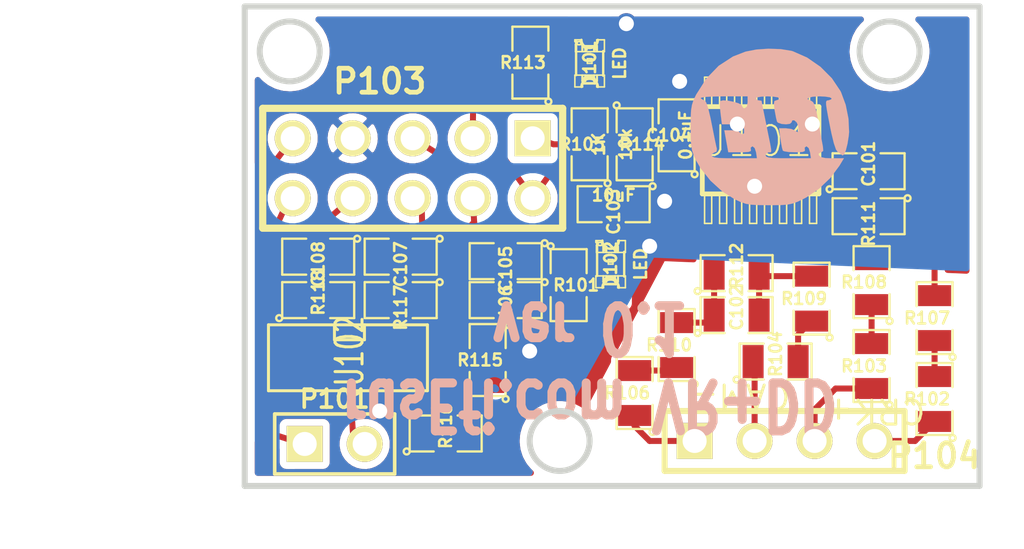
<source format=kicad_pcb>
(kicad_pcb (version 3) (host pcbnew "(2013-07-07 BZR 4022)-stable")

  (general
    (links 67)
    (no_connects 0)
    (area 210.071606 49.044014 252.190251 76.422251)
    (thickness 1.6)
    (drawings 12)
    (tracks 182)
    (zones 0)
    (modules 34)
    (nets 30)
  )

  (page A4)
  (title_block 
    (company Art_Electro)
    (comment 1 cps_vrs_io_1)
    (comment 2 Art_Electro)
    (comment 3 Art_Electro)
    (comment 4 Art_Electro)
  )

  (layers
    (15 F.Cu signal)
    (0 B.Cu signal)
    (16 B.Adhes user)
    (17 F.Adhes user)
    (18 B.Paste user)
    (19 F.Paste user)
    (20 B.SilkS user)
    (21 F.SilkS user)
    (22 B.Mask user)
    (23 F.Mask user)
    (24 Dwgs.User user)
    (25 Cmts.User user)
    (26 Eco1.User user)
    (27 Eco2.User user)
    (28 Edge.Cuts user)
  )

  (setup
    (last_trace_width 0.254)
    (user_trace_width 0.5)
    (user_trace_width 1.27)
    (trace_clearance 0.1524)
    (zone_clearance 0.3)
    (zone_45_only no)
    (trace_min 0.254)
    (segment_width 0.254)
    (edge_width 0.254)
    (via_size 0.889)
    (via_drill 0.635)
    (via_min_size 0.889)
    (via_min_drill 0.508)
    (uvia_size 0.508)
    (uvia_drill 0.127)
    (uvias_allowed no)
    (uvia_min_size 0.508)
    (uvia_min_drill 0.127)
    (pcb_text_width 0.4318)
    (pcb_text_size 1.524 2.032)
    (mod_edge_width 0.09906)
    (mod_text_size 1.524 1.524)
    (mod_text_width 0.254)
    (pad_size 0.35052 0.70104)
    (pad_drill 0.6)
    (pad_to_mask_clearance 0.254)
    (aux_axis_origin 0 0)
    (visible_elements 7FFFFFFF)
    (pcbplotparams
      (layerselection 284983297)
      (usegerberextensions true)
      (excludeedgelayer true)
      (linewidth 0.150000)
      (plotframeref false)
      (viasonmask false)
      (mode 1)
      (useauxorigin false)
      (hpglpennumber 1)
      (hpglpenspeed 20)
      (hpglpendiameter 15)
      (hpglpenoverlay 2)
      (psnegative false)
      (psa4output false)
      (plotreference true)
      (plotvalue false)
      (plotothertext true)
      (plotinvisibletext false)
      (padsonsilk false)
      (subtractmaskfromsilk false)
      (outputformat 1)
      (mirror false)
      (drillshape 0)
      (scaleselection 1)
      (outputdirectory gerber))
  )

  (net 0 "")
  (net 1 /5V)
  (net 2 "/5v stab")
  (net 3 /CAM)
  (net 4 /CAM+)
  (net 5 /CAM-)
  (net 6 /CRANK)
  (net 7 /CRK2+)
  (net 8 /CRK2-)
  (net 9 /CS-KN1)
  (net 10 /MISO)
  (net 11 /SCK)
  (net 12 /knock1+)
  (net 13 /knock1-)
  (net 14 /knock_1+p)
  (net 15 /knock_1-p)
  (net 16 GND)
  (net 17 N-000001)
  (net 18 N-0000013)
  (net 19 N-0000015)
  (net 20 N-0000017)
  (net 21 N-0000018)
  (net 22 N-000002)
  (net 23 N-0000021)
  (net 24 N-0000022)
  (net 25 N-0000028)
  (net 26 N-0000029)
  (net 27 N-0000030)
  (net 28 N-0000031)
  (net 29 N-000009)

  (net_class Default "Это класс цепей по умолчанию."
    (clearance 0.1524)
    (trace_width 0.254)
    (via_dia 0.889)
    (via_drill 0.635)
    (uvia_dia 0.508)
    (uvia_drill 0.127)
    (add_net "")
    (add_net /5V)
    (add_net "/5v stab")
    (add_net /CAM)
    (add_net /CAM+)
    (add_net /CAM-)
    (add_net /CRANK)
    (add_net /CRK2+)
    (add_net /CRK2-)
    (add_net /CS-KN1)
    (add_net /MISO)
    (add_net /SCK)
    (add_net /knock1+)
    (add_net /knock1-)
    (add_net /knock_1+p)
    (add_net /knock_1-p)
    (add_net GND)
    (add_net N-000001)
    (add_net N-0000013)
    (add_net N-0000015)
    (add_net N-0000017)
    (add_net N-0000018)
    (add_net N-000002)
    (add_net N-0000021)
    (add_net N-0000022)
    (add_net N-0000028)
    (add_net N-0000029)
    (add_net N-0000030)
    (add_net N-0000031)
    (add_net N-000009)
  )

  (module SM0805   placed (layer F.Cu) (tedit 529E9944) (tstamp 528A14D4)
    (at 245.58625 57.62625)
    (path /4AD9C851)
    (attr smd)
    (fp_text reference C101 (at 0 -0.3175 90) (layer F.SilkS)
      (effects (font (size 0.50038 0.50038) (thickness 0.10922)))
    )
    (fp_text value 1000pF (at 0 0.381) (layer F.SilkS) hide
      (effects (font (size 0.50038 0.50038) (thickness 0.10922)))
    )
    (fp_circle (center -1.651 0.762) (end -1.651 0.635) (layer F.SilkS) (width 0.09906))
    (fp_line (start -0.508 0.762) (end -1.524 0.762) (layer F.SilkS) (width 0.09906))
    (fp_line (start -1.524 0.762) (end -1.524 -0.762) (layer F.SilkS) (width 0.09906))
    (fp_line (start -1.524 -0.762) (end -0.508 -0.762) (layer F.SilkS) (width 0.09906))
    (fp_line (start 0.508 -0.762) (end 1.524 -0.762) (layer F.SilkS) (width 0.09906))
    (fp_line (start 1.524 -0.762) (end 1.524 0.762) (layer F.SilkS) (width 0.09906))
    (fp_line (start 1.524 0.762) (end 0.508 0.762) (layer F.SilkS) (width 0.09906))
    (pad 1 smd rect (at -0.9525 0) (size 0.889 1.397)
      (layers F.Cu F.Paste F.Mask)
      (net 25 N-0000028)
    )
    (pad 2 smd rect (at 0.9525 0) (size 0.889 1.397)
      (layers F.Cu F.Paste F.Mask)
      (net 26 N-0000029)
    )
    (model smd/chip_cms.wrl
      (at (xyz 0 0 0))
      (scale (xyz 0.1 0.1 0.1))
      (rotate (xyz 0 0 0))
    )
  )

  (module SM0805   placed (layer F.Cu) (tedit 529E9999) (tstamp 528A14E1)
    (at 239.99825 63.72225)
    (path /4AD9CD25)
    (attr smd)
    (fp_text reference C102 (at 0 -0.3175 90) (layer F.SilkS)
      (effects (font (size 0.50038 0.50038) (thickness 0.10922)))
    )
    (fp_text value 1000pF (at 0 0.381) (layer F.SilkS) hide
      (effects (font (size 0.50038 0.50038) (thickness 0.10922)))
    )
    (fp_circle (center -1.651 0.762) (end -1.651 0.635) (layer F.SilkS) (width 0.09906))
    (fp_line (start -0.508 0.762) (end -1.524 0.762) (layer F.SilkS) (width 0.09906))
    (fp_line (start -1.524 0.762) (end -1.524 -0.762) (layer F.SilkS) (width 0.09906))
    (fp_line (start -1.524 -0.762) (end -0.508 -0.762) (layer F.SilkS) (width 0.09906))
    (fp_line (start 0.508 -0.762) (end 1.524 -0.762) (layer F.SilkS) (width 0.09906))
    (fp_line (start 1.524 -0.762) (end 1.524 0.762) (layer F.SilkS) (width 0.09906))
    (fp_line (start 1.524 0.762) (end 0.508 0.762) (layer F.SilkS) (width 0.09906))
    (pad 1 smd rect (at -0.9525 0) (size 0.889 1.397)
      (layers F.Cu F.Paste F.Mask)
      (net 27 N-0000030)
    )
    (pad 2 smd rect (at 0.9525 0) (size 0.889 1.397)
      (layers F.Cu F.Paste F.Mask)
      (net 28 N-0000031)
    )
    (model smd/chip_cms.wrl
      (at (xyz 0 0 0))
      (scale (xyz 0.1 0.1 0.1))
      (rotate (xyz 0 0 0))
    )
  )

  (module SM0805   placed (layer F.Cu) (tedit 529E9967) (tstamp 528A14FA)
    (at 237.45825 56.10225 90)
    (path /50D6291F)
    (attr smd)
    (fp_text reference C104 (at 0 -0.3175 180) (layer F.SilkS)
      (effects (font (size 0.50038 0.50038) (thickness 0.10922)))
    )
    (fp_text value 0.1uF (at 0 0.381 90) (layer F.SilkS)
      (effects (font (size 0.50038 0.50038) (thickness 0.10922)))
    )
    (fp_circle (center -1.651 0.762) (end -1.651 0.635) (layer F.SilkS) (width 0.09906))
    (fp_line (start -0.508 0.762) (end -1.524 0.762) (layer F.SilkS) (width 0.09906))
    (fp_line (start -1.524 0.762) (end -1.524 -0.762) (layer F.SilkS) (width 0.09906))
    (fp_line (start -1.524 -0.762) (end -0.508 -0.762) (layer F.SilkS) (width 0.09906))
    (fp_line (start 0.508 -0.762) (end 1.524 -0.762) (layer F.SilkS) (width 0.09906))
    (fp_line (start 1.524 -0.762) (end 1.524 0.762) (layer F.SilkS) (width 0.09906))
    (fp_line (start 1.524 0.762) (end 0.508 0.762) (layer F.SilkS) (width 0.09906))
    (pad 1 smd rect (at -0.9525 0 90) (size 0.889 1.397)
      (layers F.Cu F.Paste F.Mask)
      (net 1 /5V)
    )
    (pad 2 smd rect (at 0.9525 0 90) (size 0.889 1.397)
      (layers F.Cu F.Paste F.Mask)
      (net 16 GND)
    )
    (model smd/chip_cms.wrl
      (at (xyz 0 0 0))
      (scale (xyz 0.1 0.1 0.1))
      (rotate (xyz 0 0 0))
    )
  )

  (module SM0805   placed (layer F.Cu) (tedit 529E995F) (tstamp 528A1507)
    (at 230.21925 61.43625 180)
    (path /4E39E4ED)
    (attr smd)
    (fp_text reference C105 (at 0 -0.3175 270) (layer F.SilkS)
      (effects (font (size 0.50038 0.50038) (thickness 0.10922)))
    )
    (fp_text value 1uF (at 0 0.381 180) (layer F.SilkS) hide
      (effects (font (size 0.50038 0.50038) (thickness 0.10922)))
    )
    (fp_circle (center -1.651 0.762) (end -1.651 0.635) (layer F.SilkS) (width 0.09906))
    (fp_line (start -0.508 0.762) (end -1.524 0.762) (layer F.SilkS) (width 0.09906))
    (fp_line (start -1.524 0.762) (end -1.524 -0.762) (layer F.SilkS) (width 0.09906))
    (fp_line (start -1.524 -0.762) (end -0.508 -0.762) (layer F.SilkS) (width 0.09906))
    (fp_line (start 0.508 -0.762) (end 1.524 -0.762) (layer F.SilkS) (width 0.09906))
    (fp_line (start 1.524 -0.762) (end 1.524 0.762) (layer F.SilkS) (width 0.09906))
    (fp_line (start 1.524 0.762) (end 0.508 0.762) (layer F.SilkS) (width 0.09906))
    (pad 1 smd rect (at -0.9525 0 180) (size 0.889 1.397)
      (layers F.Cu F.Paste F.Mask)
      (net 16 GND)
    )
    (pad 2 smd rect (at 0.9525 0 180) (size 0.889 1.397)
      (layers F.Cu F.Paste F.Mask)
      (net 2 "/5v stab")
    )
    (model smd/chip_cms.wrl
      (at (xyz 0 0 0))
      (scale (xyz 0.1 0.1 0.1))
      (rotate (xyz 0 0 0))
    )
  )

  (module SM0805   placed (layer F.Cu) (tedit 529E9964) (tstamp 528A1514)
    (at 230.21925 63.08725 180)
    (path /4E39E4EE)
    (attr smd)
    (fp_text reference C106 (at 0 -0.3175 270) (layer F.SilkS)
      (effects (font (size 0.50038 0.50038) (thickness 0.10922)))
    )
    (fp_text value 0.1uF (at 0 0.381 180) (layer F.SilkS) hide
      (effects (font (size 0.50038 0.50038) (thickness 0.10922)))
    )
    (fp_circle (center -1.651 0.762) (end -1.651 0.635) (layer F.SilkS) (width 0.09906))
    (fp_line (start -0.508 0.762) (end -1.524 0.762) (layer F.SilkS) (width 0.09906))
    (fp_line (start -1.524 0.762) (end -1.524 -0.762) (layer F.SilkS) (width 0.09906))
    (fp_line (start -1.524 -0.762) (end -0.508 -0.762) (layer F.SilkS) (width 0.09906))
    (fp_line (start 0.508 -0.762) (end 1.524 -0.762) (layer F.SilkS) (width 0.09906))
    (fp_line (start 1.524 -0.762) (end 1.524 0.762) (layer F.SilkS) (width 0.09906))
    (fp_line (start 1.524 0.762) (end 0.508 0.762) (layer F.SilkS) (width 0.09906))
    (pad 1 smd rect (at -0.9525 0 180) (size 0.889 1.397)
      (layers F.Cu F.Paste F.Mask)
      (net 16 GND)
    )
    (pad 2 smd rect (at 0.9525 0 180) (size 0.889 1.397)
      (layers F.Cu F.Paste F.Mask)
      (net 2 "/5v stab")
    )
    (model smd/chip_cms.wrl
      (at (xyz 0 0 0))
      (scale (xyz 0.1 0.1 0.1))
      (rotate (xyz 0 0 0))
    )
  )

  (module SM0805   placed (layer F.Cu) (tedit 529E99FB) (tstamp 528A1521)
    (at 225.77425 61.24575 180)
    (path /4E39E4EC)
    (attr smd)
    (fp_text reference C107 (at 0 -0.3175 270) (layer F.SilkS)
      (effects (font (size 0.50038 0.50038) (thickness 0.10922)))
    )
    (fp_text value 0.1uF (at 0 0.381 180) (layer F.SilkS) hide
      (effects (font (size 0.50038 0.50038) (thickness 0.10922)))
    )
    (fp_circle (center -1.651 0.762) (end -1.651 0.635) (layer F.SilkS) (width 0.09906))
    (fp_line (start -0.508 0.762) (end -1.524 0.762) (layer F.SilkS) (width 0.09906))
    (fp_line (start -1.524 0.762) (end -1.524 -0.762) (layer F.SilkS) (width 0.09906))
    (fp_line (start -1.524 -0.762) (end -0.508 -0.762) (layer F.SilkS) (width 0.09906))
    (fp_line (start 0.508 -0.762) (end 1.524 -0.762) (layer F.SilkS) (width 0.09906))
    (fp_line (start 1.524 -0.762) (end 1.524 0.762) (layer F.SilkS) (width 0.09906))
    (fp_line (start 1.524 0.762) (end 0.508 0.762) (layer F.SilkS) (width 0.09906))
    (pad 1 smd rect (at -0.9525 0 180) (size 0.889 1.397)
      (layers F.Cu F.Paste F.Mask)
      (net 12 /knock1+)
    )
    (pad 2 smd rect (at 0.9525 0 180) (size 0.889 1.397)
      (layers F.Cu F.Paste F.Mask)
      (net 16 GND)
    )
    (model smd/chip_cms.wrl
      (at (xyz 0 0 0))
      (scale (xyz 0.1 0.1 0.1))
      (rotate (xyz 0 0 0))
    )
  )

  (module SM0805   placed (layer F.Cu) (tedit 529E99F8) (tstamp 528A152E)
    (at 222.28175 61.24575 180)
    (path /4E39E4FC)
    (attr smd)
    (fp_text reference C108 (at 0 -0.3175 270) (layer F.SilkS)
      (effects (font (size 0.50038 0.50038) (thickness 0.10922)))
    )
    (fp_text value 1000pF (at 0 0.381 180) (layer F.SilkS) hide
      (effects (font (size 0.50038 0.50038) (thickness 0.10922)))
    )
    (fp_circle (center -1.651 0.762) (end -1.651 0.635) (layer F.SilkS) (width 0.09906))
    (fp_line (start -0.508 0.762) (end -1.524 0.762) (layer F.SilkS) (width 0.09906))
    (fp_line (start -1.524 0.762) (end -1.524 -0.762) (layer F.SilkS) (width 0.09906))
    (fp_line (start -1.524 -0.762) (end -0.508 -0.762) (layer F.SilkS) (width 0.09906))
    (fp_line (start 0.508 -0.762) (end 1.524 -0.762) (layer F.SilkS) (width 0.09906))
    (fp_line (start 1.524 -0.762) (end 1.524 0.762) (layer F.SilkS) (width 0.09906))
    (fp_line (start 1.524 0.762) (end 0.508 0.762) (layer F.SilkS) (width 0.09906))
    (pad 1 smd rect (at -0.9525 0 180) (size 0.889 1.397)
      (layers F.Cu F.Paste F.Mask)
      (net 16 GND)
    )
    (pad 2 smd rect (at 0.9525 0 180) (size 0.889 1.397)
      (layers F.Cu F.Paste F.Mask)
      (net 13 /knock1-)
    )
    (model smd/chip_cms.wrl
      (at (xyz 0 0 0))
      (scale (xyz 0.1 0.1 0.1))
      (rotate (xyz 0 0 0))
    )
  )

  (module PIN_ARRAY_5x2   placed (layer F.Cu) (tedit 529E9A65) (tstamp 52E1E9B5)
    (at 226.28225 57.49925 180)
    (descr "Double rangee de contacts 2 x 5 pins")
    (tags CONN)
    (path /5288F8BF)
    (fp_text reference P103 (at 1.397 3.683 180) (layer F.SilkS)
      (effects (font (size 1.016 1.016) (thickness 0.2032)))
    )
    (fp_text value CONN_5X2 (at 0 -3.81 180) (layer F.SilkS) hide
      (effects (font (size 1.016 1.016) (thickness 0.2032)))
    )
    (fp_line (start -6.35 -2.54) (end 6.35 -2.54) (layer F.SilkS) (width 0.3048))
    (fp_line (start 6.35 -2.54) (end 6.35 2.54) (layer F.SilkS) (width 0.3048))
    (fp_line (start 6.35 2.54) (end -6.35 2.54) (layer F.SilkS) (width 0.3048))
    (fp_line (start -6.35 2.54) (end -6.35 -2.54) (layer F.SilkS) (width 0.3048))
    (pad 1 thru_hole rect (at -5.08 1.27 180) (size 1.524 1.524) (drill 1.016)
      (layers *.Cu *.Mask F.SilkS)
      (net 3 /CAM)
    )
    (pad 2 thru_hole circle (at -5.08 -1.27 180) (size 1.524 1.524) (drill 1.016)
      (layers *.Cu *.Mask F.SilkS)
      (net 1 /5V)
    )
    (pad 3 thru_hole circle (at -2.54 1.27 180) (size 1.524 1.524) (drill 1.016)
      (layers *.Cu *.Mask F.SilkS)
      (net 6 /CRANK)
    )
    (pad 4 thru_hole circle (at -2.54 -1.27 180) (size 1.524 1.524) (drill 1.016)
      (layers *.Cu *.Mask F.SilkS)
      (net 2 "/5v stab")
    )
    (pad 5 thru_hole circle (at 0 1.27 180) (size 1.524 1.524) (drill 1.016)
      (layers *.Cu *.Mask F.SilkS)
      (net 9 /CS-KN1)
    )
    (pad 6 thru_hole circle (at 0 -1.27 180) (size 1.524 1.524) (drill 1.016)
      (layers *.Cu *.Mask F.SilkS)
      (net 12 /knock1+)
    )
    (pad 7 thru_hole circle (at 2.54 1.27 180) (size 1.524 1.524) (drill 1.016)
      (layers *.Cu *.Mask F.SilkS)
      (net 16 GND)
    )
    (pad 8 thru_hole circle (at 2.54 -1.27 180) (size 1.524 1.524) (drill 1.016)
      (layers *.Cu *.Mask F.SilkS)
      (net 13 /knock1-)
    )
    (pad 9 thru_hole circle (at 5.08 1.27 180) (size 1.524 1.524) (drill 1.016)
      (layers *.Cu *.Mask F.SilkS)
      (net 10 /MISO)
    )
    (pad 10 thru_hole circle (at 5.08 -1.27 180) (size 1.524 1.524) (drill 1.016)
      (layers *.Cu *.Mask F.SilkS)
      (net 11 /SCK)
    )
    (model pin_array/pins_array_5x2.wrl
      (at (xyz 0 0 0))
      (scale (xyz 1 1 1))
      (rotate (xyz 0 0 0))
    )
  )

  (module SM0805   placed (layer F.Cu) (tedit 529E9912) (tstamp 529E9947)
    (at 248.38025 67.27825 90)
    (path /4E39E3A9)
    (attr smd)
    (fp_text reference R102 (at 0 -0.3175 180) (layer F.SilkS)
      (effects (font (size 0.50038 0.50038) (thickness 0.10922)))
    )
    (fp_text value 5k (at 0 0.381 90) (layer F.SilkS) hide
      (effects (font (size 0.50038 0.50038) (thickness 0.10922)))
    )
    (fp_circle (center -1.651 0.762) (end -1.651 0.635) (layer F.SilkS) (width 0.09906))
    (fp_line (start -0.508 0.762) (end -1.524 0.762) (layer F.SilkS) (width 0.09906))
    (fp_line (start -1.524 0.762) (end -1.524 -0.762) (layer F.SilkS) (width 0.09906))
    (fp_line (start -1.524 -0.762) (end -0.508 -0.762) (layer F.SilkS) (width 0.09906))
    (fp_line (start 0.508 -0.762) (end 1.524 -0.762) (layer F.SilkS) (width 0.09906))
    (fp_line (start 1.524 -0.762) (end 1.524 0.762) (layer F.SilkS) (width 0.09906))
    (fp_line (start 1.524 0.762) (end 0.508 0.762) (layer F.SilkS) (width 0.09906))
    (pad 1 smd rect (at -0.9525 0 90) (size 0.889 1.397)
      (layers F.Cu F.Paste F.Mask)
      (net 7 /CRK2+)
    )
    (pad 2 smd rect (at 0.9525 0 90) (size 0.889 1.397)
      (layers F.Cu F.Paste F.Mask)
      (net 20 N-0000017)
    )
    (model smd/chip_cms.wrl
      (at (xyz 0 0 0))
      (scale (xyz 0.1 0.1 0.1))
      (rotate (xyz 0 0 0))
    )
  )

  (module SM0805   placed (layer F.Cu) (tedit 529E991B) (tstamp 528A15A8)
    (at 245.71325 65.88125 90)
    (path /4E39E3A5)
    (attr smd)
    (fp_text reference R103 (at 0 -0.3175 180) (layer F.SilkS)
      (effects (font (size 0.50038 0.50038) (thickness 0.10922)))
    )
    (fp_text value 5k (at 0 0.381 90) (layer F.SilkS) hide
      (effects (font (size 0.50038 0.50038) (thickness 0.10922)))
    )
    (fp_circle (center -1.651 0.762) (end -1.651 0.635) (layer F.SilkS) (width 0.09906))
    (fp_line (start -0.508 0.762) (end -1.524 0.762) (layer F.SilkS) (width 0.09906))
    (fp_line (start -1.524 0.762) (end -1.524 -0.762) (layer F.SilkS) (width 0.09906))
    (fp_line (start -1.524 -0.762) (end -0.508 -0.762) (layer F.SilkS) (width 0.09906))
    (fp_line (start 0.508 -0.762) (end 1.524 -0.762) (layer F.SilkS) (width 0.09906))
    (fp_line (start 1.524 -0.762) (end 1.524 0.762) (layer F.SilkS) (width 0.09906))
    (fp_line (start 1.524 0.762) (end 0.508 0.762) (layer F.SilkS) (width 0.09906))
    (pad 1 smd rect (at -0.9525 0 90) (size 0.889 1.397)
      (layers F.Cu F.Paste F.Mask)
      (net 8 /CRK2-)
    )
    (pad 2 smd rect (at 0.9525 0 90) (size 0.889 1.397)
      (layers F.Cu F.Paste F.Mask)
      (net 24 N-0000022)
    )
    (model smd/chip_cms.wrl
      (at (xyz 0 0 0))
      (scale (xyz 0.1 0.1 0.1))
      (rotate (xyz 0 0 0))
    )
  )

  (module SM0805   placed (layer F.Cu) (tedit 529E99BC) (tstamp 528A15B5)
    (at 241.64925 65.69075)
    (path /4E39E39B)
    (attr smd)
    (fp_text reference R104 (at 0 -0.3175 90) (layer F.SilkS)
      (effects (font (size 0.50038 0.50038) (thickness 0.10922)))
    )
    (fp_text value 5k (at 0 0.381) (layer F.SilkS) hide
      (effects (font (size 0.50038 0.50038) (thickness 0.10922)))
    )
    (fp_circle (center -1.651 0.762) (end -1.651 0.635) (layer F.SilkS) (width 0.09906))
    (fp_line (start -0.508 0.762) (end -1.524 0.762) (layer F.SilkS) (width 0.09906))
    (fp_line (start -1.524 0.762) (end -1.524 -0.762) (layer F.SilkS) (width 0.09906))
    (fp_line (start -1.524 -0.762) (end -0.508 -0.762) (layer F.SilkS) (width 0.09906))
    (fp_line (start 0.508 -0.762) (end 1.524 -0.762) (layer F.SilkS) (width 0.09906))
    (fp_line (start 1.524 -0.762) (end 1.524 0.762) (layer F.SilkS) (width 0.09906))
    (fp_line (start 1.524 0.762) (end 0.508 0.762) (layer F.SilkS) (width 0.09906))
    (pad 1 smd rect (at -0.9525 0) (size 0.889 1.397)
      (layers F.Cu F.Paste F.Mask)
      (net 5 /CAM-)
    )
    (pad 2 smd rect (at 0.9525 0) (size 0.889 1.397)
      (layers F.Cu F.Paste F.Mask)
      (net 21 N-0000018)
    )
    (model smd/chip_cms.wrl
      (at (xyz 0 0 0))
      (scale (xyz 0.1 0.1 0.1))
      (rotate (xyz 0 0 0))
    )
  )

  (module SM0805   placed (layer F.Cu) (tedit 529E996B) (tstamp 528A15C2)
    (at 233.77525 56.48325 90)
    (path /4E39E399)
    (attr smd)
    (fp_text reference R105 (at 0 -0.3175 180) (layer F.SilkS)
      (effects (font (size 0.50038 0.50038) (thickness 0.10922)))
    )
    (fp_text value 1K (at 0 0.381 90) (layer F.SilkS)
      (effects (font (size 0.50038 0.50038) (thickness 0.10922)))
    )
    (fp_circle (center -1.651 0.762) (end -1.651 0.635) (layer F.SilkS) (width 0.09906))
    (fp_line (start -0.508 0.762) (end -1.524 0.762) (layer F.SilkS) (width 0.09906))
    (fp_line (start -1.524 0.762) (end -1.524 -0.762) (layer F.SilkS) (width 0.09906))
    (fp_line (start -1.524 -0.762) (end -0.508 -0.762) (layer F.SilkS) (width 0.09906))
    (fp_line (start 0.508 -0.762) (end 1.524 -0.762) (layer F.SilkS) (width 0.09906))
    (fp_line (start 1.524 -0.762) (end 1.524 0.762) (layer F.SilkS) (width 0.09906))
    (fp_line (start 1.524 0.762) (end 0.508 0.762) (layer F.SilkS) (width 0.09906))
    (pad 1 smd rect (at -0.9525 0 90) (size 0.889 1.397)
      (layers F.Cu F.Paste F.Mask)
      (net 1 /5V)
    )
    (pad 2 smd rect (at 0.9525 0 90) (size 0.889 1.397)
      (layers F.Cu F.Paste F.Mask)
      (net 19 N-0000015)
    )
    (model smd/chip_cms.wrl
      (at (xyz 0 0 0))
      (scale (xyz 0.1 0.1 0.1))
      (rotate (xyz 0 0 0))
    )
  )

  (module SM0805 (layer F.Cu) (tedit 529E99A9) (tstamp 528A15CF)
    (at 235.68025 67.02425 90)
    (path /4E39E39D)
    (attr smd)
    (fp_text reference R106 (at 0 -0.3175 180) (layer F.SilkS)
      (effects (font (size 0.50038 0.50038) (thickness 0.10922)))
    )
    (fp_text value 5k (at 0 0.381 90) (layer F.SilkS) hide
      (effects (font (size 0.50038 0.50038) (thickness 0.10922)))
    )
    (fp_circle (center -1.651 0.762) (end -1.651 0.635) (layer F.SilkS) (width 0.09906))
    (fp_line (start -0.508 0.762) (end -1.524 0.762) (layer F.SilkS) (width 0.09906))
    (fp_line (start -1.524 0.762) (end -1.524 -0.762) (layer F.SilkS) (width 0.09906))
    (fp_line (start -1.524 -0.762) (end -0.508 -0.762) (layer F.SilkS) (width 0.09906))
    (fp_line (start 0.508 -0.762) (end 1.524 -0.762) (layer F.SilkS) (width 0.09906))
    (fp_line (start 1.524 -0.762) (end 1.524 0.762) (layer F.SilkS) (width 0.09906))
    (fp_line (start 1.524 0.762) (end 0.508 0.762) (layer F.SilkS) (width 0.09906))
    (pad 1 smd rect (at -0.9525 0 90) (size 0.889 1.397)
      (layers F.Cu F.Paste F.Mask)
      (net 4 /CAM+)
    )
    (pad 2 smd rect (at 0.9525 0 90) (size 0.889 1.397)
      (layers F.Cu F.Paste F.Mask)
      (net 23 N-0000021)
    )
    (model smd/chip_cms.wrl
      (at (xyz 0 0 0))
      (scale (xyz 0.1 0.1 0.1))
      (rotate (xyz 0 0 0))
    )
  )

  (module SM0805   placed (layer F.Cu) (tedit 529E9916) (tstamp 528A15DC)
    (at 248.38025 63.84925 90)
    (path /4E39E3AD)
    (attr smd)
    (fp_text reference R107 (at 0 -0.3175 180) (layer F.SilkS)
      (effects (font (size 0.50038 0.50038) (thickness 0.10922)))
    )
    (fp_text value 5k (at 0 0.381 90) (layer F.SilkS) hide
      (effects (font (size 0.50038 0.50038) (thickness 0.10922)))
    )
    (fp_circle (center -1.651 0.762) (end -1.651 0.635) (layer F.SilkS) (width 0.09906))
    (fp_line (start -0.508 0.762) (end -1.524 0.762) (layer F.SilkS) (width 0.09906))
    (fp_line (start -1.524 0.762) (end -1.524 -0.762) (layer F.SilkS) (width 0.09906))
    (fp_line (start -1.524 -0.762) (end -0.508 -0.762) (layer F.SilkS) (width 0.09906))
    (fp_line (start 0.508 -0.762) (end 1.524 -0.762) (layer F.SilkS) (width 0.09906))
    (fp_line (start 1.524 -0.762) (end 1.524 0.762) (layer F.SilkS) (width 0.09906))
    (fp_line (start 1.524 0.762) (end 0.508 0.762) (layer F.SilkS) (width 0.09906))
    (pad 1 smd rect (at -0.9525 0 90) (size 0.889 1.397)
      (layers F.Cu F.Paste F.Mask)
      (net 20 N-0000017)
    )
    (pad 2 smd rect (at 0.9525 0 90) (size 0.889 1.397)
      (layers F.Cu F.Paste F.Mask)
      (net 26 N-0000029)
    )
    (model smd/chip_cms.wrl
      (at (xyz 0 0 0))
      (scale (xyz 0.1 0.1 0.1))
      (rotate (xyz 0 0 0))
    )
  )

  (module SM0805   placed (layer F.Cu) (tedit 529E99B6) (tstamp 528A15E9)
    (at 245.71325 62.32525 90)
    (path /4E39E3A0)
    (attr smd)
    (fp_text reference R108 (at 0 -0.3175 180) (layer F.SilkS)
      (effects (font (size 0.50038 0.50038) (thickness 0.10922)))
    )
    (fp_text value 5k (at 0 0.381 90) (layer F.SilkS) hide
      (effects (font (size 0.50038 0.50038) (thickness 0.10922)))
    )
    (fp_circle (center -1.651 0.762) (end -1.651 0.635) (layer F.SilkS) (width 0.09906))
    (fp_line (start -0.508 0.762) (end -1.524 0.762) (layer F.SilkS) (width 0.09906))
    (fp_line (start -1.524 0.762) (end -1.524 -0.762) (layer F.SilkS) (width 0.09906))
    (fp_line (start -1.524 -0.762) (end -0.508 -0.762) (layer F.SilkS) (width 0.09906))
    (fp_line (start 0.508 -0.762) (end 1.524 -0.762) (layer F.SilkS) (width 0.09906))
    (fp_line (start 1.524 -0.762) (end 1.524 0.762) (layer F.SilkS) (width 0.09906))
    (fp_line (start 1.524 0.762) (end 0.508 0.762) (layer F.SilkS) (width 0.09906))
    (pad 1 smd rect (at -0.9525 0 90) (size 0.889 1.397)
      (layers F.Cu F.Paste F.Mask)
      (net 24 N-0000022)
    )
    (pad 2 smd rect (at 0.9525 0 90) (size 0.889 1.397)
      (layers F.Cu F.Paste F.Mask)
      (net 25 N-0000028)
    )
    (model smd/chip_cms.wrl
      (at (xyz 0 0 0))
      (scale (xyz 0.1 0.1 0.1))
      (rotate (xyz 0 0 0))
    )
  )

  (module SM0805   placed (layer F.Cu) (tedit 529E99B2) (tstamp 528A15F6)
    (at 243.17325 63.02375 90)
    (path /4E39E396)
    (attr smd)
    (fp_text reference R109 (at 0 -0.3175 180) (layer F.SilkS)
      (effects (font (size 0.50038 0.50038) (thickness 0.10922)))
    )
    (fp_text value 5k (at 0 0.381 90) (layer F.SilkS) hide
      (effects (font (size 0.50038 0.50038) (thickness 0.10922)))
    )
    (fp_circle (center -1.651 0.762) (end -1.651 0.635) (layer F.SilkS) (width 0.09906))
    (fp_line (start -0.508 0.762) (end -1.524 0.762) (layer F.SilkS) (width 0.09906))
    (fp_line (start -1.524 0.762) (end -1.524 -0.762) (layer F.SilkS) (width 0.09906))
    (fp_line (start -1.524 -0.762) (end -0.508 -0.762) (layer F.SilkS) (width 0.09906))
    (fp_line (start 0.508 -0.762) (end 1.524 -0.762) (layer F.SilkS) (width 0.09906))
    (fp_line (start 1.524 -0.762) (end 1.524 0.762) (layer F.SilkS) (width 0.09906))
    (fp_line (start 1.524 0.762) (end 0.508 0.762) (layer F.SilkS) (width 0.09906))
    (pad 1 smd rect (at -0.9525 0 90) (size 0.889 1.397)
      (layers F.Cu F.Paste F.Mask)
      (net 21 N-0000018)
    )
    (pad 2 smd rect (at 0.9525 0 90) (size 0.889 1.397)
      (layers F.Cu F.Paste F.Mask)
      (net 28 N-0000031)
    )
    (model smd/chip_cms.wrl
      (at (xyz 0 0 0))
      (scale (xyz 0.1 0.1 0.1))
      (rotate (xyz 0 0 0))
    )
  )

  (module SM0805   placed (layer F.Cu) (tedit 529E99A6) (tstamp 528A1603)
    (at 237.45825 64.99225 90)
    (path /4E39E393)
    (attr smd)
    (fp_text reference R110 (at 0 -0.3175 180) (layer F.SilkS)
      (effects (font (size 0.50038 0.50038) (thickness 0.10922)))
    )
    (fp_text value 5k (at 0 0.381 90) (layer F.SilkS) hide
      (effects (font (size 0.50038 0.50038) (thickness 0.10922)))
    )
    (fp_circle (center -1.651 0.762) (end -1.651 0.635) (layer F.SilkS) (width 0.09906))
    (fp_line (start -0.508 0.762) (end -1.524 0.762) (layer F.SilkS) (width 0.09906))
    (fp_line (start -1.524 0.762) (end -1.524 -0.762) (layer F.SilkS) (width 0.09906))
    (fp_line (start -1.524 -0.762) (end -0.508 -0.762) (layer F.SilkS) (width 0.09906))
    (fp_line (start 0.508 -0.762) (end 1.524 -0.762) (layer F.SilkS) (width 0.09906))
    (fp_line (start 1.524 -0.762) (end 1.524 0.762) (layer F.SilkS) (width 0.09906))
    (fp_line (start 1.524 0.762) (end 0.508 0.762) (layer F.SilkS) (width 0.09906))
    (pad 1 smd rect (at -0.9525 0 90) (size 0.889 1.397)
      (layers F.Cu F.Paste F.Mask)
      (net 23 N-0000021)
    )
    (pad 2 smd rect (at 0.9525 0 90) (size 0.889 1.397)
      (layers F.Cu F.Paste F.Mask)
      (net 27 N-0000030)
    )
    (model smd/chip_cms.wrl
      (at (xyz 0 0 0))
      (scale (xyz 0.1 0.1 0.1))
      (rotate (xyz 0 0 0))
    )
  )

  (module SM0805   placed (layer F.Cu) (tedit 529E994B) (tstamp 529E99E5)
    (at 245.58625 59.53125 180)
    (path /4E39E390)
    (attr smd)
    (fp_text reference R111 (at 0 -0.3175 270) (layer F.SilkS)
      (effects (font (size 0.50038 0.50038) (thickness 0.10922)))
    )
    (fp_text value 5k (at 0 0.381 180) (layer F.SilkS) hide
      (effects (font (size 0.50038 0.50038) (thickness 0.10922)))
    )
    (fp_circle (center -1.651 0.762) (end -1.651 0.635) (layer F.SilkS) (width 0.09906))
    (fp_line (start -0.508 0.762) (end -1.524 0.762) (layer F.SilkS) (width 0.09906))
    (fp_line (start -1.524 0.762) (end -1.524 -0.762) (layer F.SilkS) (width 0.09906))
    (fp_line (start -1.524 -0.762) (end -0.508 -0.762) (layer F.SilkS) (width 0.09906))
    (fp_line (start 0.508 -0.762) (end 1.524 -0.762) (layer F.SilkS) (width 0.09906))
    (fp_line (start 1.524 -0.762) (end 1.524 0.762) (layer F.SilkS) (width 0.09906))
    (fp_line (start 1.524 0.762) (end 0.508 0.762) (layer F.SilkS) (width 0.09906))
    (pad 1 smd rect (at -0.9525 0 180) (size 0.889 1.397)
      (layers F.Cu F.Paste F.Mask)
      (net 25 N-0000028)
    )
    (pad 2 smd rect (at 0.9525 0 180) (size 0.889 1.397)
      (layers F.Cu F.Paste F.Mask)
      (net 26 N-0000029)
    )
    (model smd/chip_cms.wrl
      (at (xyz 0 0 0))
      (scale (xyz 0.1 0.1 0.1))
      (rotate (xyz 0 0 0))
    )
  )

  (module SM0805   placed (layer F.Cu) (tedit 529E99AE) (tstamp 528A161D)
    (at 239.99825 61.94425)
    (path /4E39E38D)
    (attr smd)
    (fp_text reference R112 (at 0 -0.3175 90) (layer F.SilkS)
      (effects (font (size 0.50038 0.50038) (thickness 0.10922)))
    )
    (fp_text value 5k (at 0 0.381) (layer F.SilkS) hide
      (effects (font (size 0.50038 0.50038) (thickness 0.10922)))
    )
    (fp_circle (center -1.651 0.762) (end -1.651 0.635) (layer F.SilkS) (width 0.09906))
    (fp_line (start -0.508 0.762) (end -1.524 0.762) (layer F.SilkS) (width 0.09906))
    (fp_line (start -1.524 0.762) (end -1.524 -0.762) (layer F.SilkS) (width 0.09906))
    (fp_line (start -1.524 -0.762) (end -0.508 -0.762) (layer F.SilkS) (width 0.09906))
    (fp_line (start 0.508 -0.762) (end 1.524 -0.762) (layer F.SilkS) (width 0.09906))
    (fp_line (start 1.524 -0.762) (end 1.524 0.762) (layer F.SilkS) (width 0.09906))
    (fp_line (start 1.524 0.762) (end 0.508 0.762) (layer F.SilkS) (width 0.09906))
    (pad 1 smd rect (at -0.9525 0) (size 0.889 1.397)
      (layers F.Cu F.Paste F.Mask)
      (net 27 N-0000030)
    )
    (pad 2 smd rect (at 0.9525 0) (size 0.889 1.397)
      (layers F.Cu F.Paste F.Mask)
      (net 28 N-0000031)
    )
    (model smd/chip_cms.wrl
      (at (xyz 0 0 0))
      (scale (xyz 0.1 0.1 0.1))
      (rotate (xyz 0 0 0))
    )
  )

  (module SM0805   placed (layer F.Cu) (tedit 529E997F) (tstamp 52E1E98D)
    (at 231.267 53.0225 90)
    (path /4AD9C75B)
    (attr smd)
    (fp_text reference R113 (at 0 -0.3175 180) (layer F.SilkS)
      (effects (font (size 0.50038 0.50038) (thickness 0.10922)))
    )
    (fp_text value 10k (at 0 0.381 90) (layer F.SilkS) hide
      (effects (font (size 0.50038 0.50038) (thickness 0.10922)))
    )
    (fp_circle (center -1.651 0.762) (end -1.651 0.635) (layer F.SilkS) (width 0.09906))
    (fp_line (start -0.508 0.762) (end -1.524 0.762) (layer F.SilkS) (width 0.09906))
    (fp_line (start -1.524 0.762) (end -1.524 -0.762) (layer F.SilkS) (width 0.09906))
    (fp_line (start -1.524 -0.762) (end -0.508 -0.762) (layer F.SilkS) (width 0.09906))
    (fp_line (start 0.508 -0.762) (end 1.524 -0.762) (layer F.SilkS) (width 0.09906))
    (fp_line (start 1.524 -0.762) (end 1.524 0.762) (layer F.SilkS) (width 0.09906))
    (fp_line (start 1.524 0.762) (end 0.508 0.762) (layer F.SilkS) (width 0.09906))
    (pad 1 smd rect (at -0.9525 0 90) (size 0.889 1.397)
      (layers F.Cu F.Paste F.Mask)
      (net 1 /5V)
    )
    (pad 2 smd rect (at 0.9525 0 90) (size 0.889 1.397)
      (layers F.Cu F.Paste F.Mask)
      (net 6 /CRANK)
    )
    (model smd/chip_cms.wrl
      (at (xyz 0 0 0))
      (scale (xyz 0.1 0.1 0.1))
      (rotate (xyz 0 0 0))
    )
  )

  (module SM0805   placed (layer F.Cu) (tedit 529E9969) (tstamp 528A1637)
    (at 235.68025 56.48325 270)
    (path /5101D08D)
    (attr smd)
    (fp_text reference R114 (at 0 -0.3175 360) (layer F.SilkS)
      (effects (font (size 0.50038 0.50038) (thickness 0.10922)))
    )
    (fp_text value 10k (at 0 0.381 270) (layer F.SilkS)
      (effects (font (size 0.50038 0.50038) (thickness 0.10922)))
    )
    (fp_circle (center -1.651 0.762) (end -1.651 0.635) (layer F.SilkS) (width 0.09906))
    (fp_line (start -0.508 0.762) (end -1.524 0.762) (layer F.SilkS) (width 0.09906))
    (fp_line (start -1.524 0.762) (end -1.524 -0.762) (layer F.SilkS) (width 0.09906))
    (fp_line (start -1.524 -0.762) (end -0.508 -0.762) (layer F.SilkS) (width 0.09906))
    (fp_line (start 0.508 -0.762) (end 1.524 -0.762) (layer F.SilkS) (width 0.09906))
    (fp_line (start 1.524 -0.762) (end 1.524 0.762) (layer F.SilkS) (width 0.09906))
    (fp_line (start 1.524 0.762) (end 0.508 0.762) (layer F.SilkS) (width 0.09906))
    (pad 1 smd rect (at -0.9525 0 270) (size 0.889 1.397)
      (layers F.Cu F.Paste F.Mask)
      (net 3 /CAM)
    )
    (pad 2 smd rect (at 0.9525 0 270) (size 0.889 1.397)
      (layers F.Cu F.Paste F.Mask)
      (net 1 /5V)
    )
    (model smd/chip_cms.wrl
      (at (xyz 0 0 0))
      (scale (xyz 0.1 0.1 0.1))
      (rotate (xyz 0 0 0))
    )
  )

  (module SM0805   placed (layer F.Cu) (tedit 529E99D9) (tstamp 528A1644)
    (at 229.45725 65.62725 90)
    (path /4E39E4F7)
    (attr smd)
    (fp_text reference R115 (at 0 -0.3175 180) (layer F.SilkS)
      (effects (font (size 0.50038 0.50038) (thickness 0.10922)))
    )
    (fp_text value 10K (at 0 0.381 90) (layer F.SilkS) hide
      (effects (font (size 0.50038 0.50038) (thickness 0.10922)))
    )
    (fp_circle (center -1.651 0.762) (end -1.651 0.635) (layer F.SilkS) (width 0.09906))
    (fp_line (start -0.508 0.762) (end -1.524 0.762) (layer F.SilkS) (width 0.09906))
    (fp_line (start -1.524 0.762) (end -1.524 -0.762) (layer F.SilkS) (width 0.09906))
    (fp_line (start -1.524 -0.762) (end -0.508 -0.762) (layer F.SilkS) (width 0.09906))
    (fp_line (start 0.508 -0.762) (end 1.524 -0.762) (layer F.SilkS) (width 0.09906))
    (fp_line (start 1.524 -0.762) (end 1.524 0.762) (layer F.SilkS) (width 0.09906))
    (fp_line (start 1.524 0.762) (end 0.508 0.762) (layer F.SilkS) (width 0.09906))
    (pad 1 smd rect (at -0.9525 0 90) (size 0.889 1.397)
      (layers F.Cu F.Paste F.Mask)
      (net 17 N-000001)
    )
    (pad 2 smd rect (at 0.9525 0 90) (size 0.889 1.397)
      (layers F.Cu F.Paste F.Mask)
      (net 22 N-000002)
    )
    (model smd/chip_cms.wrl
      (at (xyz 0 0 0))
      (scale (xyz 0.1 0.1 0.1))
      (rotate (xyz 0 0 0))
    )
  )

  (module SM0805   placed (layer F.Cu) (tedit 529E99DC) (tstamp 528A1651)
    (at 227.67925 68.73875)
    (path /4E39E500)
    (attr smd)
    (fp_text reference R116 (at 0 -0.3175 90) (layer F.SilkS)
      (effects (font (size 0.50038 0.50038) (thickness 0.10922)))
    )
    (fp_text value 10K (at 0 0.381) (layer F.SilkS) hide
      (effects (font (size 0.50038 0.50038) (thickness 0.10922)))
    )
    (fp_circle (center -1.651 0.762) (end -1.651 0.635) (layer F.SilkS) (width 0.09906))
    (fp_line (start -0.508 0.762) (end -1.524 0.762) (layer F.SilkS) (width 0.09906))
    (fp_line (start -1.524 0.762) (end -1.524 -0.762) (layer F.SilkS) (width 0.09906))
    (fp_line (start -1.524 -0.762) (end -0.508 -0.762) (layer F.SilkS) (width 0.09906))
    (fp_line (start 0.508 -0.762) (end 1.524 -0.762) (layer F.SilkS) (width 0.09906))
    (fp_line (start 1.524 -0.762) (end 1.524 0.762) (layer F.SilkS) (width 0.09906))
    (fp_line (start 1.524 0.762) (end 0.508 0.762) (layer F.SilkS) (width 0.09906))
    (pad 1 smd rect (at -0.9525 0) (size 0.889 1.397)
      (layers F.Cu F.Paste F.Mask)
      (net 29 N-000009)
    )
    (pad 2 smd rect (at 0.9525 0) (size 0.889 1.397)
      (layers F.Cu F.Paste F.Mask)
      (net 17 N-000001)
    )
    (model smd/chip_cms.wrl
      (at (xyz 0 0 0))
      (scale (xyz 0.1 0.1 0.1))
      (rotate (xyz 0 0 0))
    )
  )

  (module SM0805   placed (layer F.Cu) (tedit 529E99F4) (tstamp 528A165E)
    (at 225.77425 63.08725 180)
    (path /4E39E4F6)
    (attr smd)
    (fp_text reference R117 (at 0 -0.3175 270) (layer F.SilkS)
      (effects (font (size 0.50038 0.50038) (thickness 0.10922)))
    )
    (fp_text value 20K (at 0 0.381 180) (layer F.SilkS) hide
      (effects (font (size 0.50038 0.50038) (thickness 0.10922)))
    )
    (fp_circle (center -1.651 0.762) (end -1.651 0.635) (layer F.SilkS) (width 0.09906))
    (fp_line (start -0.508 0.762) (end -1.524 0.762) (layer F.SilkS) (width 0.09906))
    (fp_line (start -1.524 0.762) (end -1.524 -0.762) (layer F.SilkS) (width 0.09906))
    (fp_line (start -1.524 -0.762) (end -0.508 -0.762) (layer F.SilkS) (width 0.09906))
    (fp_line (start 0.508 -0.762) (end 1.524 -0.762) (layer F.SilkS) (width 0.09906))
    (fp_line (start 1.524 -0.762) (end 1.524 0.762) (layer F.SilkS) (width 0.09906))
    (fp_line (start 1.524 0.762) (end 0.508 0.762) (layer F.SilkS) (width 0.09906))
    (pad 1 smd rect (at -0.9525 0 180) (size 0.889 1.397)
      (layers F.Cu F.Paste F.Mask)
      (net 12 /knock1+)
    )
    (pad 2 smd rect (at 0.9525 0 180) (size 0.889 1.397)
      (layers F.Cu F.Paste F.Mask)
      (net 22 N-000002)
    )
    (model smd/chip_cms.wrl
      (at (xyz 0 0 0))
      (scale (xyz 0.1 0.1 0.1))
      (rotate (xyz 0 0 0))
    )
  )

  (module SM0805   placed (layer F.Cu) (tedit 529E99F5) (tstamp 528A166B)
    (at 222.28175 63.08725)
    (path /4E39E4FF)
    (attr smd)
    (fp_text reference R118 (at 0 -0.3175 90) (layer F.SilkS)
      (effects (font (size 0.50038 0.50038) (thickness 0.10922)))
    )
    (fp_text value 20K (at 0 0.381) (layer F.SilkS) hide
      (effects (font (size 0.50038 0.50038) (thickness 0.10922)))
    )
    (fp_circle (center -1.651 0.762) (end -1.651 0.635) (layer F.SilkS) (width 0.09906))
    (fp_line (start -0.508 0.762) (end -1.524 0.762) (layer F.SilkS) (width 0.09906))
    (fp_line (start -1.524 0.762) (end -1.524 -0.762) (layer F.SilkS) (width 0.09906))
    (fp_line (start -1.524 -0.762) (end -0.508 -0.762) (layer F.SilkS) (width 0.09906))
    (fp_line (start 0.508 -0.762) (end 1.524 -0.762) (layer F.SilkS) (width 0.09906))
    (fp_line (start 1.524 -0.762) (end 1.524 0.762) (layer F.SilkS) (width 0.09906))
    (fp_line (start 1.524 0.762) (end 0.508 0.762) (layer F.SilkS) (width 0.09906))
    (pad 1 smd rect (at -0.9525 0) (size 0.889 1.397)
      (layers F.Cu F.Paste F.Mask)
      (net 13 /knock1-)
    )
    (pad 2 smd rect (at 0.9525 0) (size 0.889 1.397)
      (layers F.Cu F.Paste F.Mask)
      (net 29 N-000009)
    )
    (model smd/chip_cms.wrl
      (at (xyz 0 0 0))
      (scale (xyz 0.1 0.1 0.1))
      (rotate (xyz 0 0 0))
    )
  )

  (module maxim-10-QSOP16   placed (layer F.Cu) (tedit 529E9A8F) (tstamp 529C9412)
    (at 241.01425 56.73725 180)
    (descr "SMALL OUTLINE PACKAGE")
    (tags "SMALL OUTLINE PACKAGE")
    (path /4BF90B79)
    (attr smd)
    (fp_text reference U101 (at 0.254 0.381 180) (layer F.SilkS)
      (effects (font (size 1.27 1.27) (thickness 0.0889)))
    )
    (fp_text value MAX9926/9927 (at -3.45186 -0.97028 270) (layer F.SilkS) hide
      (effects (font (size 1.27 1.27) (thickness 0.0889)))
    )
    (fp_line (start -2.37236 3.0988) (end -2.0701 3.0988) (layer F.SilkS) (width 0.06604))
    (fp_line (start -2.0701 3.0988) (end -2.0701 1.79832) (layer F.SilkS) (width 0.06604))
    (fp_line (start -2.37236 1.79832) (end -2.0701 1.79832) (layer F.SilkS) (width 0.06604))
    (fp_line (start -2.37236 3.0988) (end -2.37236 1.79832) (layer F.SilkS) (width 0.06604))
    (fp_line (start -1.73736 3.0988) (end -1.4351 3.0988) (layer F.SilkS) (width 0.06604))
    (fp_line (start -1.4351 3.0988) (end -1.4351 1.79832) (layer F.SilkS) (width 0.06604))
    (fp_line (start -1.73736 1.79832) (end -1.4351 1.79832) (layer F.SilkS) (width 0.06604))
    (fp_line (start -1.73736 3.0988) (end -1.73736 1.79832) (layer F.SilkS) (width 0.06604))
    (fp_line (start -1.10236 3.0988) (end -0.8001 3.0988) (layer F.SilkS) (width 0.06604))
    (fp_line (start -0.8001 3.0988) (end -0.8001 1.79832) (layer F.SilkS) (width 0.06604))
    (fp_line (start -1.10236 1.79832) (end -0.8001 1.79832) (layer F.SilkS) (width 0.06604))
    (fp_line (start -1.10236 3.0988) (end -1.10236 1.79832) (layer F.SilkS) (width 0.06604))
    (fp_line (start -0.46736 3.0988) (end -0.1651 3.0988) (layer F.SilkS) (width 0.06604))
    (fp_line (start -0.1651 3.0988) (end -0.1651 1.79832) (layer F.SilkS) (width 0.06604))
    (fp_line (start -0.46736 1.79832) (end -0.1651 1.79832) (layer F.SilkS) (width 0.06604))
    (fp_line (start -0.46736 3.0988) (end -0.46736 1.79832) (layer F.SilkS) (width 0.06604))
    (fp_line (start 0.1651 3.0988) (end 0.46736 3.0988) (layer F.SilkS) (width 0.06604))
    (fp_line (start 0.46736 3.0988) (end 0.46736 1.79832) (layer F.SilkS) (width 0.06604))
    (fp_line (start 0.1651 1.79832) (end 0.46736 1.79832) (layer F.SilkS) (width 0.06604))
    (fp_line (start 0.1651 3.0988) (end 0.1651 1.79832) (layer F.SilkS) (width 0.06604))
    (fp_line (start 0.8001 3.0988) (end 1.10236 3.0988) (layer F.SilkS) (width 0.06604))
    (fp_line (start 1.10236 3.0988) (end 1.10236 1.79832) (layer F.SilkS) (width 0.06604))
    (fp_line (start 0.8001 1.79832) (end 1.10236 1.79832) (layer F.SilkS) (width 0.06604))
    (fp_line (start 0.8001 3.0988) (end 0.8001 1.79832) (layer F.SilkS) (width 0.06604))
    (fp_line (start 1.4351 3.0988) (end 1.73736 3.0988) (layer F.SilkS) (width 0.06604))
    (fp_line (start 1.73736 3.0988) (end 1.73736 1.79832) (layer F.SilkS) (width 0.06604))
    (fp_line (start 1.4351 1.79832) (end 1.73736 1.79832) (layer F.SilkS) (width 0.06604))
    (fp_line (start 1.4351 3.0988) (end 1.4351 1.79832) (layer F.SilkS) (width 0.06604))
    (fp_line (start 2.0701 3.0988) (end 2.37236 3.0988) (layer F.SilkS) (width 0.06604))
    (fp_line (start 2.37236 3.0988) (end 2.37236 1.79832) (layer F.SilkS) (width 0.06604))
    (fp_line (start 2.0701 1.79832) (end 2.37236 1.79832) (layer F.SilkS) (width 0.06604))
    (fp_line (start 2.0701 3.0988) (end 2.0701 1.79832) (layer F.SilkS) (width 0.06604))
    (fp_line (start 2.0701 -1.79832) (end 2.37236 -1.79832) (layer F.SilkS) (width 0.06604))
    (fp_line (start 2.37236 -1.79832) (end 2.37236 -3.0988) (layer F.SilkS) (width 0.06604))
    (fp_line (start 2.0701 -3.0988) (end 2.37236 -3.0988) (layer F.SilkS) (width 0.06604))
    (fp_line (start 2.0701 -1.79832) (end 2.0701 -3.0988) (layer F.SilkS) (width 0.06604))
    (fp_line (start 1.4351 -1.79832) (end 1.73736 -1.79832) (layer F.SilkS) (width 0.06604))
    (fp_line (start 1.73736 -1.79832) (end 1.73736 -3.0988) (layer F.SilkS) (width 0.06604))
    (fp_line (start 1.4351 -3.0988) (end 1.73736 -3.0988) (layer F.SilkS) (width 0.06604))
    (fp_line (start 1.4351 -1.79832) (end 1.4351 -3.0988) (layer F.SilkS) (width 0.06604))
    (fp_line (start 0.8001 -1.79832) (end 1.10236 -1.79832) (layer F.SilkS) (width 0.06604))
    (fp_line (start 1.10236 -1.79832) (end 1.10236 -3.0988) (layer F.SilkS) (width 0.06604))
    (fp_line (start 0.8001 -3.0988) (end 1.10236 -3.0988) (layer F.SilkS) (width 0.06604))
    (fp_line (start 0.8001 -1.79832) (end 0.8001 -3.0988) (layer F.SilkS) (width 0.06604))
    (fp_line (start 0.1651 -1.79832) (end 0.46736 -1.79832) (layer F.SilkS) (width 0.06604))
    (fp_line (start 0.46736 -1.79832) (end 0.46736 -3.0988) (layer F.SilkS) (width 0.06604))
    (fp_line (start 0.1651 -3.0988) (end 0.46736 -3.0988) (layer F.SilkS) (width 0.06604))
    (fp_line (start 0.1651 -1.79832) (end 0.1651 -3.0988) (layer F.SilkS) (width 0.06604))
    (fp_line (start -0.46736 -1.79832) (end -0.1651 -1.79832) (layer F.SilkS) (width 0.06604))
    (fp_line (start -0.1651 -1.79832) (end -0.1651 -3.0988) (layer F.SilkS) (width 0.06604))
    (fp_line (start -0.46736 -3.0988) (end -0.1651 -3.0988) (layer F.SilkS) (width 0.06604))
    (fp_line (start -0.46736 -1.79832) (end -0.46736 -3.0988) (layer F.SilkS) (width 0.06604))
    (fp_line (start -1.10236 -1.79832) (end -0.8001 -1.79832) (layer F.SilkS) (width 0.06604))
    (fp_line (start -0.8001 -1.79832) (end -0.8001 -3.0988) (layer F.SilkS) (width 0.06604))
    (fp_line (start -1.10236 -3.0988) (end -0.8001 -3.0988) (layer F.SilkS) (width 0.06604))
    (fp_line (start -1.10236 -1.79832) (end -1.10236 -3.0988) (layer F.SilkS) (width 0.06604))
    (fp_line (start -1.73736 -1.79832) (end -1.4351 -1.79832) (layer F.SilkS) (width 0.06604))
    (fp_line (start -1.4351 -1.79832) (end -1.4351 -3.0988) (layer F.SilkS) (width 0.06604))
    (fp_line (start -1.73736 -3.0988) (end -1.4351 -3.0988) (layer F.SilkS) (width 0.06604))
    (fp_line (start -1.73736 -1.79832) (end -1.73736 -3.0988) (layer F.SilkS) (width 0.06604))
    (fp_line (start -2.37236 -1.79832) (end -2.0701 -1.79832) (layer F.SilkS) (width 0.06604))
    (fp_line (start -2.0701 -1.79832) (end -2.0701 -3.0988) (layer F.SilkS) (width 0.06604))
    (fp_line (start -2.37236 -3.0988) (end -2.0701 -3.0988) (layer F.SilkS) (width 0.06604))
    (fp_line (start -2.37236 -1.79832) (end -2.37236 -3.0988) (layer F.SilkS) (width 0.06604))
    (fp_line (start -2.46888 1.84912) (end -2.46888 -1.84912) (layer F.SilkS) (width 0.2032))
    (fp_line (start 2.46888 -1.84912) (end 2.46888 1.84912) (layer F.SilkS) (width 0.2032))
    (fp_line (start -2.46888 1.84912) (end 2.46888 1.84912) (layer F.SilkS) (width 0.2032))
    (fp_line (start 2.46888 -1.84912) (end -2.46888 -1.84912) (layer F.SilkS) (width 0.2032))
    (fp_circle (center -1.64846 1.04902) (end -1.79832 1.19888) (layer F.SilkS) (width 0.00254))
    (pad 1 smd rect (at -2.2225 2.68986 180) (size 0.44958 1.4986)
      (layers F.Cu F.Paste F.Mask)
      (net 16 GND)
    )
    (pad 2 smd rect (at -1.5875 2.68986 180) (size 0.44958 1.4986)
      (layers F.Cu F.Paste F.Mask)
    )
    (pad 3 smd rect (at -0.9525 2.68986 180) (size 0.44958 1.4986)
      (layers F.Cu F.Paste F.Mask)
      (net 16 GND)
    )
    (pad 4 smd rect (at -0.3175 2.68986 180) (size 0.44958 1.4986)
      (layers F.Cu F.Paste F.Mask)
      (net 6 /CRANK)
    )
    (pad 5 smd rect (at 0.3175 2.68986 180) (size 0.44958 1.4986)
      (layers F.Cu F.Paste F.Mask)
      (net 3 /CAM)
    )
    (pad 6 smd rect (at 0.9525 2.68986 180) (size 0.44958 1.4986)
      (layers F.Cu F.Paste F.Mask)
      (net 16 GND)
    )
    (pad 7 smd rect (at 1.5875 2.68986 180) (size 0.44958 1.4986)
      (layers F.Cu F.Paste F.Mask)
    )
    (pad 8 smd rect (at 2.2225 2.68986 180) (size 0.44958 1.4986)
      (layers F.Cu F.Paste F.Mask)
      (net 16 GND)
    )
    (pad 9 smd rect (at 2.2225 -2.68986 180) (size 0.44958 1.4986)
      (layers F.Cu F.Paste F.Mask)
      (net 27 N-0000030)
    )
    (pad 10 smd rect (at 1.5875 -2.68986 180) (size 0.44958 1.4986)
      (layers F.Cu F.Paste F.Mask)
      (net 28 N-0000031)
    )
    (pad 11 smd rect (at 0.9525 -2.68986 180) (size 0.44958 1.4986)
      (layers F.Cu F.Paste F.Mask)
      (net 16 GND)
    )
    (pad 12 smd rect (at 0.3175 -2.68986 180) (size 0.44958 1.4986)
      (layers F.Cu F.Paste F.Mask)
      (net 16 GND)
    )
    (pad 13 smd rect (at -0.3175 -2.68986 180) (size 0.44958 1.4986)
      (layers F.Cu F.Paste F.Mask)
      (net 16 GND)
    )
    (pad 14 smd rect (at -0.9525 -2.68986 180) (size 0.44958 1.4986)
      (layers F.Cu F.Paste F.Mask)
      (net 1 /5V)
    )
    (pad 15 smd rect (at -1.5875 -2.68986 180) (size 0.44958 1.4986)
      (layers F.Cu F.Paste F.Mask)
      (net 25 N-0000028)
    )
    (pad 16 smd rect (at -2.2225 -2.68986 180) (size 0.44958 1.4986)
      (layers F.Cu F.Paste F.Mask)
      (net 26 N-0000029)
    )
    (model smd/smd_dil/ssop-16.wrl
      (at (xyz 0 0 0))
      (scale (xyz 1 1 1))
      (rotate (xyz 0 0 0))
    )
  )

  (module uMAX-uSOP_10   placed (layer F.Cu) (tedit 529E9A7B) (tstamp 528A16D9)
    (at 223.60525 65.53125 270)
    (path /4E39E4FD)
    (attr smd)
    (fp_text reference U102 (at -0.285 -0.01 270) (layer F.SilkS)
      (effects (font (size 1.143 0.762) (thickness 0.127)))
    )
    (fp_text value MAX9939 (at 2.413 0 360) (layer F.SilkS) hide
      (effects (font (size 1.143 1.143) (thickness 0.2032)))
    )
    (fp_line (start -1.397 -0.635) (end -0.762 -0.635) (layer F.SilkS) (width 0.127))
    (fp_line (start -0.762 -0.635) (end -0.762 0.635) (layer F.SilkS) (width 0.127))
    (fp_line (start -0.762 0.635) (end -1.397 0.635) (layer F.SilkS) (width 0.127))
    (fp_line (start -1.397 -3.302) (end 1.397 -3.302) (layer F.SilkS) (width 0.127))
    (fp_line (start 1.397 -3.302) (end 1.397 3.429) (layer F.SilkS) (width 0.127))
    (fp_line (start 1.397 3.429) (end -1.397 3.429) (layer F.SilkS) (width 0.127))
    (fp_line (start -1.397 3.429) (end -1.397 -3.302) (layer F.SilkS) (width 0.127))
    (pad 1 smd rect (at -1.00076 2.10058 270) (size 0.24892 1.905)
      (layers F.Cu F.Paste F.Mask)
      (net 11 /SCK)
    )
    (pad 2 smd rect (at -0.50038 2.10058 270) (size 0.24892 1.905)
      (layers F.Cu F.Paste F.Mask)
      (net 10 /MISO)
    )
    (pad 3 smd rect (at 0 2.10058 270) (size 0.24892 1.905)
      (layers F.Cu F.Paste F.Mask)
      (net 16 GND)
    )
    (pad 4 smd rect (at 0.50038 2.10058 270) (size 0.24892 1.905)
      (layers F.Cu F.Paste F.Mask)
      (net 15 /knock_1-p)
    )
    (pad 5 smd rect (at 1.00076 2.10058 270) (size 0.24892 1.905)
      (layers F.Cu F.Paste F.Mask)
      (net 14 /knock_1+p)
    )
    (pad 6 smd rect (at 1.00076 -2.10058 270) (size 0.24892 1.905)
      (layers F.Cu F.Paste F.Mask)
      (net 29 N-000009)
    )
    (pad 7 smd rect (at 0.50038 -2.10058 270) (size 0.24892 1.905)
      (layers F.Cu F.Paste F.Mask)
      (net 17 N-000001)
    )
    (pad 8 smd rect (at 0 -2.10058 270) (size 0.24892 1.905)
      (layers F.Cu F.Paste F.Mask)
      (net 22 N-000002)
    )
    (pad 9 smd rect (at -0.50038 -2.10058 270) (size 0.24892 1.905)
      (layers F.Cu F.Paste F.Mask)
      (net 2 "/5v stab")
    )
    (pad 10 smd rect (at -1.00076 -2.10058 270) (size 0.24892 1.905)
      (layers F.Cu F.Paste F.Mask)
      (net 9 /CS-KN1)
    )
    (model smd/cms_so10.wrl
      (at (xyz 0 0 0))
      (scale (xyz 0.195 0.27 0.25))
      (rotate (xyz 0 0 0))
    )
  )

  (module PIN_ARRAY_4x1 (layer F.Cu) (tedit 529E9A38) (tstamp 529C6E69)
    (at 242.03025 69.05625)
    (descr "Double rangee de contacts 2 x 5 pins")
    (tags CONN)
    (path /5288FF50)
    (fp_text reference P104 (at 6.35 0.635) (layer F.SilkS)
      (effects (font (size 1.016 1.016) (thickness 0.2032)))
    )
    (fp_text value CONN_4 (at 0 2.54) (layer F.SilkS) hide
      (effects (font (size 1.016 1.016) (thickness 0.2032)))
    )
    (fp_line (start 5.08 1.27) (end -5.08 1.27) (layer F.SilkS) (width 0.254))
    (fp_line (start 5.08 -1.27) (end -5.08 -1.27) (layer F.SilkS) (width 0.254))
    (fp_line (start -5.08 -1.27) (end -5.08 1.27) (layer F.SilkS) (width 0.254))
    (fp_line (start 5.08 1.27) (end 5.08 -1.27) (layer F.SilkS) (width 0.254))
    (pad 1 thru_hole rect (at -3.81 0) (size 1.524 1.524) (drill 1.016)
      (layers *.Cu *.Mask F.SilkS)
      (net 4 /CAM+)
    )
    (pad 2 thru_hole circle (at -1.27 0) (size 1.524 1.524) (drill 1.016)
      (layers *.Cu *.Mask F.SilkS)
      (net 5 /CAM-)
    )
    (pad 3 thru_hole circle (at 1.27 0) (size 1.524 1.524) (drill 1.016)
      (layers *.Cu *.Mask F.SilkS)
      (net 8 /CRK2-)
    )
    (pad 4 thru_hole circle (at 3.81 0) (size 1.524 1.524) (drill 1.016)
      (layers *.Cu *.Mask F.SilkS)
      (net 7 /CRK2+)
    )
    (model pin_array\pins_array_4x1.wrl
      (at (xyz 0 0 0))
      (scale (xyz 1 1 1))
      (rotate (xyz 0 0 0))
    )
  )

  (module SM0805 (layer F.Cu) (tedit 529E9A03) (tstamp 529C71E5)
    (at 232.88625 62.45225 270)
    (path /529C6F52)
    (attr smd)
    (fp_text reference R101 (at 0 -0.3175 360) (layer F.SilkS)
      (effects (font (size 0.50038 0.50038) (thickness 0.10922)))
    )
    (fp_text value 1K (at 0 0.381 270) (layer F.SilkS) hide
      (effects (font (size 0.50038 0.50038) (thickness 0.10922)))
    )
    (fp_circle (center -1.651 0.762) (end -1.651 0.635) (layer F.SilkS) (width 0.09906))
    (fp_line (start -0.508 0.762) (end -1.524 0.762) (layer F.SilkS) (width 0.09906))
    (fp_line (start -1.524 0.762) (end -1.524 -0.762) (layer F.SilkS) (width 0.09906))
    (fp_line (start -1.524 -0.762) (end -0.508 -0.762) (layer F.SilkS) (width 0.09906))
    (fp_line (start 0.508 -0.762) (end 1.524 -0.762) (layer F.SilkS) (width 0.09906))
    (fp_line (start 1.524 -0.762) (end 1.524 0.762) (layer F.SilkS) (width 0.09906))
    (fp_line (start 1.524 0.762) (end 0.508 0.762) (layer F.SilkS) (width 0.09906))
    (pad 1 smd rect (at -0.9525 0 270) (size 0.889 1.397)
      (layers F.Cu F.Paste F.Mask)
      (net 2 "/5v stab")
    )
    (pad 2 smd rect (at 0.9525 0 270) (size 0.889 1.397)
      (layers F.Cu F.Paste F.Mask)
      (net 18 N-0000013)
    )
    (model smd/chip_cms.wrl
      (at (xyz 0 0 0))
      (scale (xyz 0.1 0.1 0.1))
      (rotate (xyz 0 0 0))
    )
  )

  (module SM0805 (layer F.Cu) (tedit 529E996D) (tstamp 528A14ED)
    (at 234.79125 59.02325 180)
    (path /4AD9CB8E)
    (attr smd)
    (fp_text reference C103 (at 0 -0.3175 270) (layer F.SilkS)
      (effects (font (size 0.50038 0.50038) (thickness 0.10922)))
    )
    (fp_text value 10uF (at 0 0.381 180) (layer F.SilkS)
      (effects (font (size 0.50038 0.50038) (thickness 0.10922)))
    )
    (fp_circle (center -1.651 0.762) (end -1.651 0.635) (layer F.SilkS) (width 0.09906))
    (fp_line (start -0.508 0.762) (end -1.524 0.762) (layer F.SilkS) (width 0.09906))
    (fp_line (start -1.524 0.762) (end -1.524 -0.762) (layer F.SilkS) (width 0.09906))
    (fp_line (start -1.524 -0.762) (end -0.508 -0.762) (layer F.SilkS) (width 0.09906))
    (fp_line (start 0.508 -0.762) (end 1.524 -0.762) (layer F.SilkS) (width 0.09906))
    (fp_line (start 1.524 -0.762) (end 1.524 0.762) (layer F.SilkS) (width 0.09906))
    (fp_line (start 1.524 0.762) (end 0.508 0.762) (layer F.SilkS) (width 0.09906))
    (pad 1 smd rect (at -0.9525 0 180) (size 0.889 1.397)
      (layers F.Cu F.Paste F.Mask)
      (net 16 GND)
    )
    (pad 2 smd rect (at 0.9525 0 180) (size 0.889 1.397)
      (layers F.Cu F.Paste F.Mask)
      (net 1 /5V)
    )
    (model smd/chip_cms.wrl
      (at (xyz 0 0 0))
      (scale (xyz 0.1 0.1 0.1))
      (rotate (xyz 0 0 0))
    )
  )

  (module LOGO_F (layer B.Cu) (tedit 0) (tstamp 529D9AB3)
    (at 241.39525 55.72125 180)
    (path /529CF98B)
    (fp_text reference G101 (at 0 -4.14782 180) (layer B.SilkS) hide
      (effects (font (size 1.524 1.524) (thickness 0.3048)) (justify mirror))
    )
    (fp_text value LOGO (at 0 4.14782 180) (layer B.SilkS) hide
      (effects (font (size 1.524 1.524) (thickness 0.3048)) (justify mirror))
    )
    (fp_poly (pts (xy 3.34518 -0.04318) (xy 3.3401 0.381) (xy 3.32486 0.68326) (xy 3.28676 0.90932)
      (xy 3.22326 1.1049) (xy 3.12166 1.3208) (xy 3.10896 1.3462) (xy 2.921 1.64084)
      (xy 2.921 1.18618) (xy 2.79654 1.1049) (xy 2.75844 1.09982) (xy 2.68732 1.016)
      (xy 2.60096 0.76708) (xy 2.5019 0.35052) (xy 2.46126 0.14732) (xy 2.38252 -0.24638)
      (xy 2.31394 -0.58928) (xy 2.2606 -0.84074) (xy 2.23266 -0.9525) (xy 2.2479 -1.07696)
      (xy 2.32156 -1.09982) (xy 2.4384 -1.16586) (xy 2.45618 -1.22682) (xy 2.42824 -1.28524)
      (xy 2.33172 -1.3208) (xy 2.13868 -1.34366) (xy 1.82372 -1.35382) (xy 1.49606 -1.35382)
      (xy 0.53594 -1.35382) (xy 0.57404 -1.09982) (xy 0.63246 -0.92202) (xy 0.7239 -0.84836)
      (xy 0.72644 -0.84582) (xy 0.80264 -0.90678) (xy 0.79248 -0.97536) (xy 0.79248 -1.04648)
      (xy 0.889 -1.08458) (xy 1.10744 -1.09982) (xy 1.24714 -1.09982) (xy 1.75006 -1.09982)
      (xy 1.83388 -0.635) (xy 1.9177 -0.17018) (xy 1.59258 -0.17018) (xy 1.38684 -0.1905)
      (xy 1.27508 -0.23876) (xy 1.27 -0.254) (xy 1.20142 -0.3302) (xy 1.15316 -0.33782)
      (xy 1.0795 -0.2921) (xy 1.08204 -0.127) (xy 1.0922 -0.07112) (xy 1.1557 0.1016)
      (xy 1.24206 0.22352) (xy 1.3208 0.25908) (xy 1.35382 0.1778) (xy 1.35382 0.17526)
      (xy 1.43002 0.11684) (xy 1.61544 0.08636) (xy 1.68656 0.08382) (xy 2.0193 0.08382)
      (xy 2.07772 0.55372) (xy 2.10312 0.81788) (xy 2.10312 1.01092) (xy 2.09042 1.06934)
      (xy 1.9685 1.09982) (xy 1.76022 1.08458) (xy 1.52146 1.03886) (xy 1.31318 0.97536)
      (xy 1.1938 0.90424) (xy 1.18618 0.88138) (xy 1.1176 0.7747) (xy 1.05918 0.762)
      (xy 0.95758 0.8382) (xy 0.93218 1.016) (xy 0.93218 1.27) (xy 1.95072 1.27)
      (xy 2.42062 1.26238) (xy 2.74066 1.2446) (xy 2.90322 1.21158) (xy 2.921 1.18618)
      (xy 2.921 1.64084) (xy 2.67716 2.02692) (xy 2.15646 2.5654) (xy 1.5494 2.9591)
      (xy 1.02108 3.16484) (xy 0.59182 3.24866) (xy 0.59182 1.18618) (xy 0.52324 1.10998)
      (xy 0.46482 1.09982) (xy 0.35306 1.08458) (xy 0.33782 1.06934) (xy 0.32258 0.98044)
      (xy 0.2794 0.75692) (xy 0.21336 0.4318) (xy 0.13462 0.04064) (xy 0.127 0)
      (xy 0.03556 -0.44958) (xy -0.02794 -0.75692) (xy -0.06096 -0.94996) (xy -0.06858 -1.0541)
      (xy -0.05334 -1.09728) (xy -0.01524 -1.1049) (xy 0.04318 -1.09982) (xy 0.15494 -1.1684)
      (xy 0.17018 -1.22682) (xy 0.14224 -1.28524) (xy 0.04572 -1.3208) (xy -0.14732 -1.34366)
      (xy -0.46228 -1.35382) (xy -0.78994 -1.35382) (xy -1.75006 -1.35382) (xy -1.71196 -1.09982)
      (xy -1.65354 -0.92202) (xy -1.5621 -0.84836) (xy -1.55956 -0.84582) (xy -1.48336 -0.90678)
      (xy -1.49352 -0.97282) (xy -1.49098 -1.04902) (xy -1.39446 -1.08712) (xy -1.1684 -1.09982)
      (xy -1.07188 -1.09982) (xy -0.80772 -1.08966) (xy -0.61976 -1.05918) (xy -0.56134 -1.03378)
      (xy -0.52578 -0.9144) (xy -0.48514 -0.69088) (xy -0.45974 -0.52578) (xy -0.40132 -0.08382)
      (xy -0.69342 -0.08382) (xy -0.91948 -0.11176) (xy -1.07696 -0.18034) (xy -1.08204 -0.18542)
      (xy -1.1938 -0.254) (xy -1.2319 -0.17018) (xy -1.21158 0.02032) (xy -1.143 0.17018)
      (xy -1.04394 0.254) (xy -0.95758 0.24892) (xy -0.93218 0.17018) (xy -0.86106 0.10668)
      (xy -0.69596 0.08382) (xy -0.50546 0.1016) (xy -0.35306 0.15494) (xy -0.31242 0.20066)
      (xy -0.27432 0.35052) (xy -0.2286 0.59436) (xy -0.20828 0.70866) (xy -0.18288 0.94996)
      (xy -0.20066 1.0668) (xy -0.27686 1.09982) (xy -0.28702 1.09982) (xy -0.4064 1.143)
      (xy -0.42418 1.18618) (xy -0.34544 1.22936) (xy -0.14478 1.25984) (xy 0.08382 1.27)
      (xy 0.3556 1.2573) (xy 0.53848 1.22428) (xy 0.59182 1.18618) (xy 0.59182 3.24866)
      (xy 0.5715 3.25374) (xy 0.0508 3.2893) (xy -0.4699 3.27152) (xy -0.91694 3.2004)
      (xy -0.99314 3.17754) (xy -1.59004 2.91338) (xy -2.15392 2.52222) (xy -2.63652 2.03708)
      (xy -2.99974 1.49606) (xy -3.03022 1.43256) (xy -3.22326 0.90932) (xy -3.3401 0.32258)
      (xy -3.3655 -0.2413) (xy -3.3528 -0.39624) (xy -3.29946 -0.7366) (xy -3.23088 -1.01092)
      (xy -3.15722 -1.18872) (xy -3.0861 -1.23698) (xy -3.06578 -1.21666) (xy -2.93624 -1.10998)
      (xy -2.88544 -1.08712) (xy -2.80924 -0.98298) (xy -2.7178 -0.71374) (xy -2.6162 -0.2921)
      (xy -2.57302 -0.08128) (xy -2.48158 0.38354) (xy -2.42316 0.70612) (xy -2.39268 0.9144)
      (xy -2.39014 1.03124) (xy -2.41554 1.08458) (xy -2.4638 1.09982) (xy -2.49682 1.09982)
      (xy -2.61112 1.14554) (xy -2.62382 1.18618) (xy -2.54762 1.22936) (xy -2.34696 1.25984)
      (xy -2.11582 1.27) (xy -1.8288 1.25476) (xy -1.651 1.21412) (xy -1.60274 1.15824)
      (xy -1.7018 1.09728) (xy -1.76276 1.0795) (xy -1.8415 1.02362) (xy -1.91008 0.88646)
      (xy -1.97866 0.63754) (xy -2.05486 0.25146) (xy -2.06248 0.2032) (xy -2.13106 -0.18288)
      (xy -2.19456 -0.52578) (xy -2.24282 -0.78232) (xy -2.25806 -0.86868) (xy -2.27076 -1.0414)
      (xy -2.19202 -1.09982) (xy -2.1717 -1.10236) (xy -2.07772 -1.15316) (xy -2.08534 -1.22936)
      (xy -2.1717 -1.30556) (xy -2.36728 -1.3462) (xy -2.6416 -1.35636) (xy -3.14706 -1.35382)
      (xy -2.95656 -1.67132) (xy -2.5781 -2.18186) (xy -2.09296 -2.64668) (xy -1.55702 -3.01244)
      (xy -1.44018 -3.0734) (xy -1.18618 -3.19532) (xy -0.97536 -3.27152) (xy -0.75692 -3.31724)
      (xy -0.48514 -3.33756) (xy -0.10668 -3.34264) (xy 0.04064 -3.34264) (xy 0.46482 -3.33756)
      (xy 0.76962 -3.32232) (xy 1.00076 -3.28422) (xy 1.2065 -3.21564) (xy 1.43764 -3.1115)
      (xy 1.47574 -3.09372) (xy 2.00914 -2.7559) (xy 2.50444 -2.30378) (xy 2.91592 -1.78816)
      (xy 3.10134 -1.46812) (xy 3.21056 -1.2319) (xy 3.28168 -1.02616) (xy 3.31978 -0.8001)
      (xy 3.3401 -0.50546) (xy 3.34264 -0.09398) (xy 3.34518 -0.04318) (xy 3.34518 -0.04318)) (layer B.SilkS) (width 0.00254))
  )

  (module PIN_ARRAY_2_A (layer F.Cu) (tedit 52A37156) (tstamp 52A7217E)
    (at 222.98025 69.18325)
    (descr "Connecter 2 pins")
    (tags "PIN 2")
    (path /52A72119)
    (fp_text reference P101 (at 0 -1.905) (layer F.SilkS)
      (effects (font (size 0.762 0.762) (thickness 0.1524)))
    )
    (fp_text value CONN_2 (at 0 1.905) (layer F.SilkS) hide
      (effects (font (size 0.762 0.762) (thickness 0.1524)))
    )
    (fp_line (start -2.54 1.27) (end -2.54 -1.27) (layer F.SilkS) (width 0.1524))
    (fp_line (start -2.54 -1.27) (end 2.54 -1.27) (layer F.SilkS) (width 0.1524))
    (fp_line (start 2.54 -1.27) (end 2.54 1.27) (layer F.SilkS) (width 0.1524))
    (fp_line (start 2.54 1.27) (end -2.54 1.27) (layer F.SilkS) (width 0.1524))
    (pad 1 thru_hole rect (at -1.27 0) (size 1.524 1.524) (drill 1.016)
      (layers *.Cu *.Mask F.SilkS)
      (net 15 /knock_1-p)
    )
    (pad 2 thru_hole circle (at 1.27 0) (size 1.524 1.524) (drill 1.016)
      (layers *.Cu *.Mask F.SilkS)
      (net 14 /knock_1+p)
    )
    (model pin_array/pins_array_2x1.wrl
      (at (xyz 0 0 0))
      (scale (xyz 1 1 1))
      (rotate (xyz 0 0 0))
    )
  )

  (module LED-0805_A (layer F.Cu) (tedit 52F77889) (tstamp 52938686)
    (at 233.77525 53.05425 90)
    (descr "LED 0805 smd")
    (tags "LED 0805 SMD")
    (path /53102B7E)
    (attr smd)
    (fp_text reference D101 (at 0 0 90) (layer F.SilkS)
      (effects (font (size 0.50038 0.50038) (thickness 0.10922)))
    )
    (fp_text value LED (at 0 1.27 90) (layer F.SilkS)
      (effects (font (size 0.50038 0.50038) (thickness 0.10922)))
    )
    (fp_line (start 0.49784 0.29972) (end 0.49784 0.62484) (layer F.SilkS) (width 0.06604))
    (fp_line (start 0.49784 0.62484) (end 0.99822 0.62484) (layer F.SilkS) (width 0.06604))
    (fp_line (start 0.99822 0.29972) (end 0.99822 0.62484) (layer F.SilkS) (width 0.06604))
    (fp_line (start 0.49784 0.29972) (end 0.99822 0.29972) (layer F.SilkS) (width 0.06604))
    (fp_line (start 0.49784 -0.32258) (end 0.49784 -0.17272) (layer F.SilkS) (width 0.06604))
    (fp_line (start 0.49784 -0.17272) (end 0.7493 -0.17272) (layer F.SilkS) (width 0.06604))
    (fp_line (start 0.7493 -0.32258) (end 0.7493 -0.17272) (layer F.SilkS) (width 0.06604))
    (fp_line (start 0.49784 -0.32258) (end 0.7493 -0.32258) (layer F.SilkS) (width 0.06604))
    (fp_line (start 0.49784 0.17272) (end 0.49784 0.32258) (layer F.SilkS) (width 0.06604))
    (fp_line (start 0.49784 0.32258) (end 0.7493 0.32258) (layer F.SilkS) (width 0.06604))
    (fp_line (start 0.7493 0.17272) (end 0.7493 0.32258) (layer F.SilkS) (width 0.06604))
    (fp_line (start 0.49784 0.17272) (end 0.7493 0.17272) (layer F.SilkS) (width 0.06604))
    (fp_line (start 0.49784 -0.19812) (end 0.49784 0.19812) (layer F.SilkS) (width 0.06604))
    (fp_line (start 0.49784 0.19812) (end 0.6731 0.19812) (layer F.SilkS) (width 0.06604))
    (fp_line (start 0.6731 -0.19812) (end 0.6731 0.19812) (layer F.SilkS) (width 0.06604))
    (fp_line (start 0.49784 -0.19812) (end 0.6731 -0.19812) (layer F.SilkS) (width 0.06604))
    (fp_line (start -0.99822 0.29972) (end -0.99822 0.62484) (layer F.SilkS) (width 0.06604))
    (fp_line (start -0.99822 0.62484) (end -0.49784 0.62484) (layer F.SilkS) (width 0.06604))
    (fp_line (start -0.49784 0.29972) (end -0.49784 0.62484) (layer F.SilkS) (width 0.06604))
    (fp_line (start -0.99822 0.29972) (end -0.49784 0.29972) (layer F.SilkS) (width 0.06604))
    (fp_line (start -0.99822 -0.62484) (end -0.99822 -0.29972) (layer F.SilkS) (width 0.06604))
    (fp_line (start -0.99822 -0.29972) (end -0.49784 -0.29972) (layer F.SilkS) (width 0.06604))
    (fp_line (start -0.49784 -0.62484) (end -0.49784 -0.29972) (layer F.SilkS) (width 0.06604))
    (fp_line (start -0.99822 -0.62484) (end -0.49784 -0.62484) (layer F.SilkS) (width 0.06604))
    (fp_line (start -0.7493 0.17272) (end -0.7493 0.32258) (layer F.SilkS) (width 0.06604))
    (fp_line (start -0.7493 0.32258) (end -0.49784 0.32258) (layer F.SilkS) (width 0.06604))
    (fp_line (start -0.49784 0.17272) (end -0.49784 0.32258) (layer F.SilkS) (width 0.06604))
    (fp_line (start -0.7493 0.17272) (end -0.49784 0.17272) (layer F.SilkS) (width 0.06604))
    (fp_line (start -0.7493 -0.32258) (end -0.7493 -0.17272) (layer F.SilkS) (width 0.06604))
    (fp_line (start -0.7493 -0.17272) (end -0.49784 -0.17272) (layer F.SilkS) (width 0.06604))
    (fp_line (start -0.49784 -0.32258) (end -0.49784 -0.17272) (layer F.SilkS) (width 0.06604))
    (fp_line (start -0.7493 -0.32258) (end -0.49784 -0.32258) (layer F.SilkS) (width 0.06604))
    (fp_line (start -0.6731 -0.19812) (end -0.6731 0.19812) (layer F.SilkS) (width 0.06604))
    (fp_line (start -0.6731 0.19812) (end -0.49784 0.19812) (layer F.SilkS) (width 0.06604))
    (fp_line (start -0.49784 -0.19812) (end -0.49784 0.19812) (layer F.SilkS) (width 0.06604))
    (fp_line (start -0.6731 -0.19812) (end -0.49784 -0.19812) (layer F.SilkS) (width 0.06604))
    (fp_line (start 0 -0.09906) (end 0 0.09906) (layer F.SilkS) (width 0.06604))
    (fp_line (start 0 0.09906) (end 0.19812 0.09906) (layer F.SilkS) (width 0.06604))
    (fp_line (start 0.19812 -0.09906) (end 0.19812 0.09906) (layer F.SilkS) (width 0.06604))
    (fp_line (start 0 -0.09906) (end 0.19812 -0.09906) (layer F.SilkS) (width 0.06604))
    (fp_line (start 0.49784 -0.59944) (end 0.49784 -0.29972) (layer F.SilkS) (width 0.06604))
    (fp_line (start 0.49784 -0.29972) (end 0.79756 -0.29972) (layer F.SilkS) (width 0.06604))
    (fp_line (start 0.79756 -0.59944) (end 0.79756 -0.29972) (layer F.SilkS) (width 0.06604))
    (fp_line (start 0.49784 -0.59944) (end 0.79756 -0.59944) (layer F.SilkS) (width 0.06604))
    (fp_line (start 0.92456 -0.62484) (end 0.92456 -0.39878) (layer F.SilkS) (width 0.06604))
    (fp_line (start 0.92456 -0.39878) (end 0.99822 -0.39878) (layer F.SilkS) (width 0.06604))
    (fp_line (start 0.99822 -0.62484) (end 0.99822 -0.39878) (layer F.SilkS) (width 0.06604))
    (fp_line (start 0.92456 -0.62484) (end 0.99822 -0.62484) (layer F.SilkS) (width 0.06604))
    (fp_line (start 0.52324 0.57404) (end -0.52324 0.57404) (layer F.SilkS) (width 0.1016))
    (fp_line (start -0.49784 -0.57404) (end 0.92456 -0.57404) (layer F.SilkS) (width 0.1016))
    (fp_circle (center 0.84836 -0.44958) (end 0.89916 -0.50038) (layer F.SilkS) (width 0.0508))
    (fp_arc (start 0.99822 0) (end 0.99822 0.34798) (angle 180) (layer F.SilkS) (width 0.1016))
    (fp_arc (start -0.99822 0) (end -0.99822 -0.34798) (angle 180) (layer F.SilkS) (width 0.1016))
    (pad 1 smd rect (at -1.04902 0 90) (size 1.19888 1.19888)
      (layers F.Cu F.Paste F.Mask)
      (net 19 N-0000015)
    )
    (pad 2 smd rect (at 1.04902 0 90) (size 1.19888 1.19888)
      (layers F.Cu F.Paste F.Mask)
      (net 16 GND)
    )
    (model ../rusefi_lib/3d/LED_0805.wrl
      (at (xyz 0 0 0))
      (scale (xyz 1 1 1))
      (rotate (xyz 0 0 0))
    )
  )

  (module LED-0805_A (layer F.Cu) (tedit 52F77889) (tstamp 529C71D8)
    (at 234.66425 61.56325 90)
    (descr "LED 0805 smd")
    (tags "LED 0805 SMD")
    (path /53102B67)
    (attr smd)
    (fp_text reference D102 (at 0 0 90) (layer F.SilkS)
      (effects (font (size 0.50038 0.50038) (thickness 0.10922)))
    )
    (fp_text value LED (at 0 1.27 90) (layer F.SilkS)
      (effects (font (size 0.50038 0.50038) (thickness 0.10922)))
    )
    (fp_line (start 0.49784 0.29972) (end 0.49784 0.62484) (layer F.SilkS) (width 0.06604))
    (fp_line (start 0.49784 0.62484) (end 0.99822 0.62484) (layer F.SilkS) (width 0.06604))
    (fp_line (start 0.99822 0.29972) (end 0.99822 0.62484) (layer F.SilkS) (width 0.06604))
    (fp_line (start 0.49784 0.29972) (end 0.99822 0.29972) (layer F.SilkS) (width 0.06604))
    (fp_line (start 0.49784 -0.32258) (end 0.49784 -0.17272) (layer F.SilkS) (width 0.06604))
    (fp_line (start 0.49784 -0.17272) (end 0.7493 -0.17272) (layer F.SilkS) (width 0.06604))
    (fp_line (start 0.7493 -0.32258) (end 0.7493 -0.17272) (layer F.SilkS) (width 0.06604))
    (fp_line (start 0.49784 -0.32258) (end 0.7493 -0.32258) (layer F.SilkS) (width 0.06604))
    (fp_line (start 0.49784 0.17272) (end 0.49784 0.32258) (layer F.SilkS) (width 0.06604))
    (fp_line (start 0.49784 0.32258) (end 0.7493 0.32258) (layer F.SilkS) (width 0.06604))
    (fp_line (start 0.7493 0.17272) (end 0.7493 0.32258) (layer F.SilkS) (width 0.06604))
    (fp_line (start 0.49784 0.17272) (end 0.7493 0.17272) (layer F.SilkS) (width 0.06604))
    (fp_line (start 0.49784 -0.19812) (end 0.49784 0.19812) (layer F.SilkS) (width 0.06604))
    (fp_line (start 0.49784 0.19812) (end 0.6731 0.19812) (layer F.SilkS) (width 0.06604))
    (fp_line (start 0.6731 -0.19812) (end 0.6731 0.19812) (layer F.SilkS) (width 0.06604))
    (fp_line (start 0.49784 -0.19812) (end 0.6731 -0.19812) (layer F.SilkS) (width 0.06604))
    (fp_line (start -0.99822 0.29972) (end -0.99822 0.62484) (layer F.SilkS) (width 0.06604))
    (fp_line (start -0.99822 0.62484) (end -0.49784 0.62484) (layer F.SilkS) (width 0.06604))
    (fp_line (start -0.49784 0.29972) (end -0.49784 0.62484) (layer F.SilkS) (width 0.06604))
    (fp_line (start -0.99822 0.29972) (end -0.49784 0.29972) (layer F.SilkS) (width 0.06604))
    (fp_line (start -0.99822 -0.62484) (end -0.99822 -0.29972) (layer F.SilkS) (width 0.06604))
    (fp_line (start -0.99822 -0.29972) (end -0.49784 -0.29972) (layer F.SilkS) (width 0.06604))
    (fp_line (start -0.49784 -0.62484) (end -0.49784 -0.29972) (layer F.SilkS) (width 0.06604))
    (fp_line (start -0.99822 -0.62484) (end -0.49784 -0.62484) (layer F.SilkS) (width 0.06604))
    (fp_line (start -0.7493 0.17272) (end -0.7493 0.32258) (layer F.SilkS) (width 0.06604))
    (fp_line (start -0.7493 0.32258) (end -0.49784 0.32258) (layer F.SilkS) (width 0.06604))
    (fp_line (start -0.49784 0.17272) (end -0.49784 0.32258) (layer F.SilkS) (width 0.06604))
    (fp_line (start -0.7493 0.17272) (end -0.49784 0.17272) (layer F.SilkS) (width 0.06604))
    (fp_line (start -0.7493 -0.32258) (end -0.7493 -0.17272) (layer F.SilkS) (width 0.06604))
    (fp_line (start -0.7493 -0.17272) (end -0.49784 -0.17272) (layer F.SilkS) (width 0.06604))
    (fp_line (start -0.49784 -0.32258) (end -0.49784 -0.17272) (layer F.SilkS) (width 0.06604))
    (fp_line (start -0.7493 -0.32258) (end -0.49784 -0.32258) (layer F.SilkS) (width 0.06604))
    (fp_line (start -0.6731 -0.19812) (end -0.6731 0.19812) (layer F.SilkS) (width 0.06604))
    (fp_line (start -0.6731 0.19812) (end -0.49784 0.19812) (layer F.SilkS) (width 0.06604))
    (fp_line (start -0.49784 -0.19812) (end -0.49784 0.19812) (layer F.SilkS) (width 0.06604))
    (fp_line (start -0.6731 -0.19812) (end -0.49784 -0.19812) (layer F.SilkS) (width 0.06604))
    (fp_line (start 0 -0.09906) (end 0 0.09906) (layer F.SilkS) (width 0.06604))
    (fp_line (start 0 0.09906) (end 0.19812 0.09906) (layer F.SilkS) (width 0.06604))
    (fp_line (start 0.19812 -0.09906) (end 0.19812 0.09906) (layer F.SilkS) (width 0.06604))
    (fp_line (start 0 -0.09906) (end 0.19812 -0.09906) (layer F.SilkS) (width 0.06604))
    (fp_line (start 0.49784 -0.59944) (end 0.49784 -0.29972) (layer F.SilkS) (width 0.06604))
    (fp_line (start 0.49784 -0.29972) (end 0.79756 -0.29972) (layer F.SilkS) (width 0.06604))
    (fp_line (start 0.79756 -0.59944) (end 0.79756 -0.29972) (layer F.SilkS) (width 0.06604))
    (fp_line (start 0.49784 -0.59944) (end 0.79756 -0.59944) (layer F.SilkS) (width 0.06604))
    (fp_line (start 0.92456 -0.62484) (end 0.92456 -0.39878) (layer F.SilkS) (width 0.06604))
    (fp_line (start 0.92456 -0.39878) (end 0.99822 -0.39878) (layer F.SilkS) (width 0.06604))
    (fp_line (start 0.99822 -0.62484) (end 0.99822 -0.39878) (layer F.SilkS) (width 0.06604))
    (fp_line (start 0.92456 -0.62484) (end 0.99822 -0.62484) (layer F.SilkS) (width 0.06604))
    (fp_line (start 0.52324 0.57404) (end -0.52324 0.57404) (layer F.SilkS) (width 0.1016))
    (fp_line (start -0.49784 -0.57404) (end 0.92456 -0.57404) (layer F.SilkS) (width 0.1016))
    (fp_circle (center 0.84836 -0.44958) (end 0.89916 -0.50038) (layer F.SilkS) (width 0.0508))
    (fp_arc (start 0.99822 0) (end 0.99822 0.34798) (angle 180) (layer F.SilkS) (width 0.1016))
    (fp_arc (start -0.99822 0) (end -0.99822 -0.34798) (angle 180) (layer F.SilkS) (width 0.1016))
    (pad 1 smd rect (at -1.04902 0 90) (size 1.19888 1.19888)
      (layers F.Cu F.Paste F.Mask)
      (net 18 N-0000013)
    )
    (pad 2 smd rect (at 1.04902 0 90) (size 1.19888 1.19888)
      (layers F.Cu F.Paste F.Mask)
      (net 16 GND)
    )
    (model ../rusefi_lib/3d/LED_0805.wrl
      (at (xyz 0 0 0))
      (scale (xyz 1 1 1))
      (rotate (xyz 0 0 0))
    )
  )

  (gr_text CAM- (at 240.12525 67.15125 180) (layer F.SilkS)
    (effects (font (size 1.016 1.016) (thickness 0.127)))
  )
  (gr_text CRK+ (at 245.84025 67.78625 180) (layer F.SilkS)
    (effects (font (size 1.016 1.016) (thickness 0.127)))
  )
  (gr_text "rusEfi.com VR+DD\nver 0.1" (at 233.77525 65.88125 180) (layer B.SilkS)
    (effects (font (size 2.032 1.524) (thickness 0.381)) (justify mirror))
  )
  (dimension 31.115 (width 0.381) (layer Cmts.User)
    (gr_text "1,2250 в" (at 234.72775 74.64425) (layer Cmts.User)
      (effects (font (size 2.032 1.524) (thickness 0.381)))
    )
    (feature1 (pts (xy 219.17025 71.59625) (xy 219.17025 76.42225)))
    (feature2 (pts (xy 250.28525 71.59625) (xy 250.28525 76.42225)))
    (crossbar (pts (xy 250.28525 72.86625) (xy 219.17025 72.86625)))
    (arrow1a (pts (xy 219.17025 72.86625) (xy 220.296754 72.279829)))
    (arrow1b (pts (xy 219.17025 72.86625) (xy 220.296754 73.452671)))
    (arrow2a (pts (xy 250.28525 72.86625) (xy 249.158746 72.279829)))
    (arrow2b (pts (xy 250.28525 72.86625) (xy 249.158746 73.452671)))
  )
  (dimension 20.32 (width 0.381) (layer Cmts.User)
    (gr_text "0,8000 в" (at 215.48725 60.80125 90) (layer Cmts.User)
      (effects (font (size 2.032 1.524) (thickness 0.381)))
    )
    (feature1 (pts (xy 218.53525 50.64125) (xy 213.70925 50.64125)))
    (feature2 (pts (xy 218.53525 70.96125) (xy 213.70925 70.96125)))
    (crossbar (pts (xy 217.26525 70.96125) (xy 217.26525 50.64125)))
    (arrow1a (pts (xy 217.26525 50.64125) (xy 217.851671 51.767754)))
    (arrow1b (pts (xy 217.26525 50.64125) (xy 216.678829 51.767754)))
    (arrow2a (pts (xy 217.26525 70.96125) (xy 217.851671 69.834746)))
    (arrow2b (pts (xy 217.26525 70.96125) (xy 216.678829 69.834746)))
  )
  (gr_circle (center 232.50525 69.05625) (end 233.77525 69.05625) (layer Edge.Cuts) (width 0.254))
  (gr_line (start 219.17025 70.96125) (end 250.28525 70.96125) (angle 90) (layer Edge.Cuts) (width 0.254))
  (gr_line (start 219.17025 50.64125) (end 219.17025 70.96125) (angle 90) (layer Edge.Cuts) (width 0.254))
  (gr_line (start 250.28525 50.64125) (end 219.17025 50.64125) (angle 90) (layer Edge.Cuts) (width 0.254))
  (gr_line (start 250.28525 70.96125) (end 250.28525 50.64125) (angle 90) (layer Edge.Cuts) (width 0.254))
  (gr_circle (center 246.47525 52.54625) (end 245.20525 52.54625) (layer Edge.Cuts) (width 0.254))
  (gr_circle (center 221.07525 52.54625) (end 219.80525 52.54625) (layer Edge.Cuts) (width 0.254))

  (segment (start 229.796 66.855) (end 229.743 66.802) (width 0.3) (layer B.Cu) (net 0) (tstamp 5291C209) (status 30))
  (segment (start 230.061238 54.35523) (end 230.88677 54.35523) (width 0.254) (layer F.Cu) (net 1))
  (segment (start 230.88677 54.35523) (end 231.267 53.975) (width 0.254) (layer F.Cu) (net 1) (tstamp 52E1E9D1))
  (segment (start 233.77525 57.43575) (end 233.77525 58.95975) (width 0.254) (layer F.Cu) (net 1) (status 30))
  (segment (start 233.77525 58.95975) (end 233.83875 59.02325) (width 0.254) (layer F.Cu) (net 1) (tstamp 529D8744) (status 30))
  (segment (start 237.45825 57.05475) (end 236.06125 57.05475) (width 0.254) (layer F.Cu) (net 1) (status 30))
  (segment (start 236.06125 57.05475) (end 235.68025 57.43575) (width 0.254) (layer F.Cu) (net 1) (tstamp 529C9ECA) (status 30))
  (segment (start 237.45825 57.05475) (end 237.26775 57.05475) (width 0.254) (layer F.Cu) (net 1) (status 30))
  (segment (start 236.88675 57.43575) (end 237.45825 57.05475) (width 0.254) (layer F.Cu) (net 1) (tstamp 529C9EBB) (status 30))
  (segment (start 237.26775 57.05475) (end 236.88675 57.43575) (width 0.254) (layer F.Cu) (net 1) (tstamp 529C9EB3) (status 30))
  (segment (start 235.68025 57.43575) (end 241.83975 57.43575) (width 0.254) (layer F.Cu) (net 1) (status 10))
  (segment (start 241.83975 57.43575) (end 241.96675 57.56275) (width 0.254) (layer F.Cu) (net 1) (tstamp 529C9D29))
  (segment (start 241.96675 57.56275) (end 241.96675 59.42711) (width 0.254) (layer F.Cu) (net 1) (tstamp 529C9D2E) (status 20))
  (segment (start 231.36225 58.76925) (end 230.09225 56.99125) (width 0.254) (layer F.Cu) (net 1) (status 10))
  (segment (start 233.77525 57.43575) (end 235.68025 57.43575) (width 0.254) (layer F.Cu) (net 1) (status 30))
  (segment (start 233.77525 57.43575) (end 232.31475 57.43575) (width 0.254) (layer F.Cu) (net 1) (status 10))
  (segment (start 232.31475 57.43575) (end 231.36225 58.76925) (width 0.254) (layer F.Cu) (net 1) (tstamp 529C929D) (status 20))
  (segment (start 230.09225 56.99125) (end 230.061238 54.35523) (width 0.254) (layer F.Cu) (net 1) (tstamp 529C9943) (status 20))
  (segment (start 232.88625 61.49975) (end 232.88625 60.92825) (width 0.254) (layer F.Cu) (net 2) (status 10))
  (segment (start 232.12425 60.16625) (end 228.50475 60.16625) (width 0.254) (layer F.Cu) (net 2) (tstamp 529CBB4C))
  (segment (start 232.88625 60.92825) (end 232.12425 60.16625) (width 0.254) (layer F.Cu) (net 2) (tstamp 529CBB49))
  (segment (start 228.82225 58.76925) (end 228.88575 59.78525) (width 0.254) (layer F.Cu) (net 2) (status 10))
  (segment (start 228.88575 59.78525) (end 228.50475 60.16625) (width 0.254) (layer F.Cu) (net 2) (tstamp 529C9238))
  (segment (start 228.50475 60.16625) (end 228.18725 60.48375) (width 0.254) (layer F.Cu) (net 2) (tstamp 529CBB50))
  (segment (start 228.18725 61.43625) (end 229.26675 61.43625) (width 0.254) (layer F.Cu) (net 2) (status 20))
  (segment (start 228.18725 62.96025) (end 229.13975 62.96025) (width 0.254) (layer F.Cu) (net 2) (status 20))
  (segment (start 225.70583 65.03087) (end 227.32313 65.03087) (width 0.254) (layer F.Cu) (net 2) (status 10))
  (segment (start 228.18725 61.43625) (end 228.18725 60.48375) (width 0.254) (layer F.Cu) (net 2) (tstamp 529C894B))
  (segment (start 228.18725 64.16675) (end 228.18725 62.96025) (width 0.254) (layer F.Cu) (net 2) (tstamp 529C88F5))
  (segment (start 228.18725 62.96025) (end 228.18725 61.43625) (width 0.254) (layer F.Cu) (net 2) (tstamp 529C8946))
  (segment (start 227.32313 65.03087) (end 228.18725 64.16675) (width 0.254) (layer F.Cu) (net 2) (tstamp 529C88F3))
  (segment (start 240.69675 54.04739) (end 240.69675 53.11775) (width 0.254) (layer F.Cu) (net 3) (status 10))
  (segment (start 235.68025 53.56225) (end 235.68025 55.53075) (width 0.254) (layer F.Cu) (net 3) (tstamp 529C9CC6) (status 20))
  (segment (start 236.44225 52.80025) (end 235.68025 53.56225) (width 0.254) (layer F.Cu) (net 3) (tstamp 529C9CC4))
  (segment (start 240.37925 52.80025) (end 236.44225 52.80025) (width 0.254) (layer F.Cu) (net 3) (tstamp 529C9CBF))
  (segment (start 240.69675 53.11775) (end 240.37925 52.80025) (width 0.254) (layer F.Cu) (net 3) (tstamp 529C9CBD))
  (segment (start 235.68025 55.53075) (end 235.68025 56.48325) (width 0.254) (layer F.Cu) (net 3) (status 10))
  (segment (start 235.68025 56.48325) (end 232.25125 56.48325) (width 0.254) (layer F.Cu) (net 3) (tstamp 529C9529))
  (segment (start 231.48925 56.22925) (end 232.25125 56.48325) (width 0.254) (layer F.Cu) (net 3) (tstamp 529C950D) (status 10))
  (segment (start 235.68025 67.97675) (end 235.68025 68.42125) (width 0.254) (layer F.Cu) (net 4))
  (segment (start 235.68025 68.42125) (end 236.31525 69.05625) (width 0.254) (layer F.Cu) (net 4) (tstamp 529DB1B2))
  (segment (start 236.31525 69.05625) (end 238.22025 69.05625) (width 0.254) (layer F.Cu) (net 4) (tstamp 529DB1B5))
  (segment (start 240.76025 69.05625) (end 240.76025 65.75425) (width 0.254) (layer F.Cu) (net 5))
  (segment (start 240.76025 65.75425) (end 240.69675 65.69075) (width 0.254) (layer F.Cu) (net 5) (tstamp 529DB292))
  (segment (start 230.759 51.8795) (end 230.98125 52.29225) (width 0.254) (layer F.Cu) (net 6) (tstamp 529C9CDC) (status 10))
  (segment (start 228.9175 52.451) (end 230.759 51.8795) (width 0.254) (layer F.Cu) (net 6) (tstamp 529C9CD0) (status 20))
  (segment (start 230.98125 52.29225) (end 231.74325 53.05425) (width 0.254) (layer F.Cu) (net 6) (tstamp 529C9CDF))
  (segment (start 231.74325 53.05425) (end 234.91825 53.05425) (width 0.254) (layer F.Cu) (net 6) (tstamp 529C9CE2))
  (segment (start 241.33175 52.86375) (end 241.33175 54.04739) (width 0.254) (layer F.Cu) (net 6) (tstamp 529C9CFF) (status 20))
  (segment (start 240.76025 52.29225) (end 241.33175 52.86375) (width 0.254) (layer F.Cu) (net 6) (tstamp 529C9CFC))
  (segment (start 235.98505 52.29225) (end 240.76025 52.29225) (width 0.254) (layer F.Cu) (net 6) (tstamp 529C9CF3))
  (segment (start 234.91825 53.05425) (end 235.98505 52.29225) (width 0.254) (layer F.Cu) (net 6) (tstamp 529C9CEC))
  (segment (start 228.82225 56.10225) (end 228.88575 52.41925) (width 0.254) (layer F.Cu) (net 6) (tstamp 529C9912) (status 10))
  (segment (start 245.84025 69.05625) (end 247.55475 69.05625) (width 0.254) (layer F.Cu) (net 7))
  (segment (start 247.55475 69.05625) (end 248.38025 68.23075) (width 0.254) (layer F.Cu) (net 7) (tstamp 529DB218))
  (segment (start 243.30025 69.05625) (end 243.30025 67.72275) (width 0.254) (layer F.Cu) (net 8))
  (segment (start 243.30025 67.72275) (end 244.18925 66.83375) (width 0.254) (layer F.Cu) (net 8) (tstamp 529DB296))
  (segment (start 244.18925 66.83375) (end 245.71325 66.83375) (width 0.254) (layer F.Cu) (net 8) (tstamp 529DB29A))
  (segment (start 243.30025 69.05625) (end 243.87175 69.05625) (width 0.254) (layer F.Cu) (net 8) (status 30))
  (segment (start 227.61575 63.97625) (end 227.61575 57.05475) (width 0.254) (layer F.Cu) (net 9))
  (segment (start 227.06151 64.53049) (end 227.61575 63.97625) (width 0.254) (layer F.Cu) (net 9) (tstamp 529C88ED))
  (segment (start 225.70583 64.53049) (end 227.06151 64.53049) (width 0.254) (layer F.Cu) (net 9) (status 10))
  (segment (start 227.61575 57.05475) (end 226.28225 56.22925) (width 0.254) (layer F.Cu) (net 9) (tstamp 529C903A) (status 20))
  (segment (start 221.50467 65.03087) (end 220.22487 65.03087) (width 0.254) (layer F.Cu) (net 10) (status 10))
  (segment (start 219.99575 57.81675) (end 221.20225 56.22925) (width 0.254) (layer F.Cu) (net 10) (tstamp 529C842D) (status 20))
  (segment (start 219.99575 64.80175) (end 219.99575 57.81675) (width 0.254) (layer F.Cu) (net 10) (tstamp 529C8429))
  (segment (start 220.22487 65.03087) (end 219.99575 64.80175) (width 0.254) (layer F.Cu) (net 10) (tstamp 529C8428))
  (segment (start 221.20225 58.76925) (end 221.05325 58.76925) (width 0.254) (layer F.Cu) (net 11) (status 30))
  (segment (start 220.45751 64.53049) (end 221.50467 64.53049) (width 0.254) (layer F.Cu) (net 11) (tstamp 529C866D) (status 20))
  (segment (start 220.44025 64.54775) (end 220.45751 64.53049) (width 0.254) (layer F.Cu) (net 11) (tstamp 529C866C))
  (segment (start 220.44025 60.10275) (end 220.44025 64.54775) (width 0.254) (layer F.Cu) (net 11) (tstamp 529C866A))
  (segment (start 221.05325 58.76925) (end 220.44025 60.10275) (width 0.254) (layer F.Cu) (net 11) (tstamp 529C8669) (status 10))
  (segment (start 226.72675 61.24575) (end 226.66325 59.15025) (width 0.254) (layer F.Cu) (net 12) (status 30))
  (segment (start 226.66325 59.15025) (end 226.28225 58.76925) (width 0.254) (layer F.Cu) (net 12) (tstamp 529C86FC) (status 30))
  (segment (start 226.72675 63.08725) (end 226.72675 61.24575) (width 0.254) (layer F.Cu) (net 12) (status 30))
  (segment (start 221.32925 61.24575) (end 221.32925 60.80125) (width 0.254) (layer F.Cu) (net 13) (status 30))
  (segment (start 221.32925 60.80125) (end 223.74225 58.76925) (width 0.254) (layer F.Cu) (net 13) (tstamp 529C86F7) (status 30))
  (segment (start 221.32925 63.08725) (end 221.32925 61.24575) (width 0.254) (layer F.Cu) (net 13) (status 30))
  (segment (start 221.50467 66.53201) (end 222.99601 66.53201) (width 0.254) (layer F.Cu) (net 14) (status 10))
  (segment (start 223.64525 67.18125) (end 223.77225 68.96325) (width 0.254) (layer F.Cu) (net 14) (tstamp 5291BF8E) (status 20))
  (segment (start 222.99601 66.53201) (end 223.64525 67.18125) (width 0.254) (layer F.Cu) (net 14) (tstamp 5291BF8C))
  (segment (start 221.50467 66.03163) (end 220.08263 66.03163) (width 0.254) (layer F.Cu) (net 15) (status 10))
  (segment (start 220.05925 68.67525) (end 221.64675 69.18325) (width 0.254) (layer F.Cu) (net 15) (tstamp 529C81CE) (status 20))
  (segment (start 220.05925 66.05501) (end 220.05925 68.67525) (width 0.254) (layer F.Cu) (net 15) (tstamp 529C81CD))
  (segment (start 220.08263 66.03163) (end 220.05925 66.05501) (width 0.254) (layer F.Cu) (net 15) (tstamp 529C81CC))
  (segment (start 241.96675 54.04739) (end 241.96675 55.46725) (width 0.254) (layer F.Cu) (net 16))
  (via (at 243.205 55.626) (size 0.889) (layers F.Cu B.Cu) (net 16))
  (segment (start 242.1255 55.626) (end 243.205 55.626) (width 0.254) (layer F.Cu) (net 16) (tstamp 52ED4261))
  (segment (start 241.96675 55.46725) (end 242.1255 55.626) (width 0.254) (layer F.Cu) (net 16) (tstamp 52ED4260))
  (segment (start 238.76 55.118) (end 238.76 55.245) (width 0.254) (layer F.Cu) (net 16))
  (segment (start 240.03 55.626) (end 240.06175 54.04739) (width 0.254) (layer F.Cu) (net 16) (status 10))
  (via (at 240.03 55.626) (size 0.889) (layers F.Cu B.Cu) (net 16))
  (segment (start 239.141 55.626) (end 240.03 55.626) (width 0.254) (layer F.Cu) (net 16) (tstamp 52ED4214))
  (segment (start 238.76 55.245) (end 239.141 55.626) (width 0.254) (layer F.Cu) (net 16) (tstamp 52ED4212))
  (segment (start 233.77525 52.10175) (end 235.5215 51.562) (width 0.254) (layer F.Cu) (net 16))
  (via (at 235.331 51.3715) (size 0.889) (layers F.Cu B.Cu) (net 16))
  (segment (start 221.50467 65.53125) (end 222.63025 65.53125) (width 0.254) (layer F.Cu) (net 16))
  (segment (start 222.63025 65.53125) (end 224.88525 67.78625) (width 0.254) (layer F.Cu) (net 16) (tstamp 529E97D3))
  (via (at 224.88525 67.78625) (size 0.889) (layers F.Cu B.Cu) (net 16))
  (segment (start 231.17175 63.08725) (end 231.17175 65.18275) (width 0.254) (layer F.Cu) (net 16))
  (via (at 231.23525 65.24625) (size 0.889) (layers F.Cu B.Cu) (net 16))
  (segment (start 234.66425 60.61075) (end 236.12475 60.61075) (width 0.254) (layer F.Cu) (net 16))
  (via (at 236.31525 60.80125) (size 0.889) (layers F.Cu B.Cu) (net 16))
  (segment (start 235.74375 59.02325) (end 236.82325 59.02325) (width 0.254) (layer F.Cu) (net 16))
  (via (at 236.95025 58.89625) (size 0.889) (layers F.Cu B.Cu) (net 16))
  (segment (start 236.82325 59.02325) (end 236.95025 58.89625) (width 0.254) (layer F.Cu) (net 16) (tstamp 529E96BD))
  (segment (start 237.45825 55.14975) (end 237.45825 53.94325) (width 0.254) (layer F.Cu) (net 16))
  (via (at 237.58525 53.81625) (size 0.889) (layers F.Cu B.Cu) (net 16))
  (segment (start 237.45825 53.94325) (end 237.58525 53.81625) (width 0.254) (layer F.Cu) (net 16) (tstamp 529E96A7))
  (segment (start 240.69675 59.42711) (end 240.69675 58.32475) (width 0.254) (layer F.Cu) (net 16))
  (via (at 240.76025 58.26125) (size 0.889) (layers F.Cu B.Cu) (net 16))
  (segment (start 240.69675 58.32475) (end 240.76025 58.26125) (width 0.254) (layer F.Cu) (net 16) (tstamp 529E95EC))
  (segment (start 238.79175 54.04739) (end 238.76 55.118) (width 0.254) (layer F.Cu) (net 16) (status 10))
  (segment (start 238.76 55.118) (end 238.76 55.118) (width 0.254) (layer F.Cu) (net 16) (tstamp 52ED4210) (status 10))
  (segment (start 243.23675 54.04739) (end 243.17325 55.65775) (width 0.254) (layer F.Cu) (net 16) (status 10))
  (segment (start 240.06175 59.42711) (end 240.06175 58.00725) (width 0.254) (layer F.Cu) (net 16) (status 10))
  (segment (start 240.06175 58.00725) (end 240.76025 58.00725) (width 0.254) (layer F.Cu) (net 16) (tstamp 529C9E04))
  (segment (start 240.69675 59.42711) (end 240.69675 58.00725) (width 0.254) (layer F.Cu) (net 16) (status 10))
  (segment (start 240.76025 58.07075) (end 240.76025 58.00725) (width 0.254) (layer F.Cu) (net 16) (tstamp 529C9E01))
  (segment (start 240.69675 58.00725) (end 240.76025 58.07075) (width 0.254) (layer F.Cu) (net 16) (tstamp 529C9DFB))
  (segment (start 241.33175 59.42711) (end 241.33175 58.19775) (width 0.254) (layer F.Cu) (net 16) (status 10))
  (segment (start 241.14125 58.00725) (end 240.76025 58.00725) (width 0.254) (layer F.Cu) (net 16) (tstamp 529C9DE1))
  (segment (start 241.33175 58.19775) (end 241.14125 58.00725) (width 0.254) (layer F.Cu) (net 16) (tstamp 529C9DDE))
  (segment (start 222.63025 65.53125) (end 222.98025 65.88125) (width 0.254) (layer F.Cu) (net 16) (tstamp 529CB6DB))
  (segment (start 229.45725 66.57975) (end 229.45725 67.91325) (width 0.254) (layer F.Cu) (net 17) (status 10))
  (segment (start 229.45725 67.91325) (end 228.63175 68.73875) (width 0.254) (layer F.Cu) (net 17) (tstamp 529C891C) (status 20))
  (segment (start 225.70583 66.03163) (end 227.57563 66.03163) (width 0.254) (layer F.Cu) (net 17) (status 10))
  (segment (start 228.12375 66.57975) (end 229.45725 66.57975) (width 0.254) (layer F.Cu) (net 17) (tstamp 528FEFE3) (status 20))
  (segment (start 227.57563 66.03163) (end 228.12375 66.57975) (width 0.254) (layer F.Cu) (net 17) (tstamp 528FEFE2))
  (segment (start 234.66425 62.51575) (end 233.77525 62.51575) (width 0.254) (layer F.Cu) (net 18) (status 10))
  (segment (start 233.77525 62.51575) (end 232.88625 63.40475) (width 0.254) (layer F.Cu) (net 18) (tstamp 529D8763) (status 20))
  (segment (start 233.77525 55.53075) (end 233.77525 54.00675) (width 0.254) (layer F.Cu) (net 19) (status 30))
  (segment (start 248.38025 66.32575) (end 248.38025 64.80175) (width 0.254) (layer F.Cu) (net 20))
  (segment (start 242.60175 65.69075) (end 242.60175 64.54775) (width 0.254) (layer F.Cu) (net 21))
  (segment (start 242.60175 64.54775) (end 243.17325 63.97625) (width 0.254) (layer F.Cu) (net 21) (tstamp 529DB28E))
  (segment (start 225.70583 65.53125) (end 224.47175 65.53125) (width 0.254) (layer F.Cu) (net 22) (status 10))
  (segment (start 224.12325 63.78575) (end 224.82175 63.08725) (width 0.254) (layer F.Cu) (net 22) (tstamp 529C86AA) (status 20))
  (segment (start 224.12325 65.18275) (end 224.12325 63.78575) (width 0.254) (layer F.Cu) (net 22) (tstamp 529C86A9))
  (segment (start 224.47175 65.53125) (end 224.12325 65.18275) (width 0.254) (layer F.Cu) (net 22) (tstamp 529C86A8))
  (segment (start 225.70583 65.53125) (end 227.64825 65.53125) (width 0.254) (layer F.Cu) (net 22) (status 10))
  (segment (start 228.50475 64.67475) (end 229.45725 64.67475) (width 0.254) (layer F.Cu) (net 22) (tstamp 528FEFDE) (status 20))
  (segment (start 227.64825 65.53125) (end 228.50475 64.67475) (width 0.254) (layer F.Cu) (net 22) (tstamp 528FEFDC))
  (segment (start 235.68025 66.07175) (end 237.33125 66.07175) (width 0.254) (layer F.Cu) (net 23))
  (segment (start 237.33125 66.07175) (end 237.45825 65.94475) (width 0.254) (layer F.Cu) (net 23) (tstamp 529DB2D3))
  (segment (start 245.71325 64.92875) (end 245.71325 63.27775) (width 0.254) (layer F.Cu) (net 24))
  (segment (start 245.71325 61.37275) (end 246.09425 61.37275) (width 0.254) (layer F.Cu) (net 25))
  (segment (start 246.09425 61.37275) (end 246.53875 60.92825) (width 0.254) (layer F.Cu) (net 25) (tstamp 529DB3A2))
  (segment (start 246.53875 60.92825) (end 246.53875 59.53125) (width 0.254) (layer F.Cu) (net 25) (tstamp 529DB3A6))
  (segment (start 242.60175 59.42711) (end 242.60175 60.35675) (width 0.254) (layer F.Cu) (net 25) (status 10))
  (segment (start 245.14175 60.80125) (end 245.71325 61.37275) (width 0.254) (layer F.Cu) (net 25) (tstamp 529D922F))
  (segment (start 243.04625 60.80125) (end 245.14175 60.80125) (width 0.254) (layer F.Cu) (net 25) (tstamp 529D9226))
  (segment (start 242.60175 60.35675) (end 243.04625 60.80125) (width 0.254) (layer F.Cu) (net 25) (tstamp 529D9223))
  (segment (start 242.60175 59.42711) (end 242.60175 57.94375) (width 0.254) (layer F.Cu) (net 25) (status 10))
  (segment (start 242.91925 57.62625) (end 244.63375 57.62625) (width 0.254) (layer F.Cu) (net 25) (tstamp 529CA98B) (status 20))
  (segment (start 242.60175 57.94375) (end 242.91925 57.62625) (width 0.254) (layer F.Cu) (net 25) (tstamp 529CA989))
  (segment (start 246.53875 57.62625) (end 247.68175 57.62625) (width 0.254) (layer F.Cu) (net 26))
  (segment (start 247.68175 57.62625) (end 248.38025 58.32475) (width 0.254) (layer F.Cu) (net 26) (tstamp 529DB469))
  (segment (start 248.38025 58.32475) (end 248.38025 62.89675) (width 0.254) (layer F.Cu) (net 26) (tstamp 529DB470))
  (segment (start 244.63375 59.53125) (end 246.53875 57.62625) (width 0.254) (layer F.Cu) (net 26) (status 30))
  (segment (start 244.63375 59.53125) (end 243.34089 59.53125) (width 0.254) (layer F.Cu) (net 26) (status 20))
  (segment (start 243.34089 59.53125) (end 243.23675 59.42711) (width 0.254) (layer F.Cu) (net 26) (tstamp 529CAA98) (status 30))
  (segment (start 239.04575 63.72225) (end 239.04575 61.94425) (width 0.254) (layer F.Cu) (net 27))
  (segment (start 237.45825 64.03975) (end 238.72825 64.03975) (width 0.254) (layer F.Cu) (net 27))
  (segment (start 238.72825 64.03975) (end 239.04575 63.72225) (width 0.254) (layer F.Cu) (net 27) (tstamp 529DB2D8))
  (segment (start 238.79175 60.61075) (end 238.79175 59.42711) (width 0.254) (layer F.Cu) (net 27) (tstamp 529C9D8A) (status 20))
  (segment (start 239.04575 60.86475) (end 238.79175 60.61075) (width 0.254) (layer F.Cu) (net 27) (tstamp 529C9D82))
  (segment (start 239.04575 61.94425) (end 239.04575 60.86475) (width 0.254) (layer F.Cu) (net 27) (status 10))
  (segment (start 240.63325 60.80125) (end 240.95075 61.11875) (width 0.254) (layer F.Cu) (net 28) (tstamp 529C9DAD))
  (segment (start 239.74425 60.80125) (end 240.63325 60.80125) (width 0.254) (layer F.Cu) (net 28) (tstamp 529C9DAA))
  (segment (start 239.42675 60.48375) (end 239.74425 60.80125) (width 0.254) (layer F.Cu) (net 28) (tstamp 529C9DA6))
  (segment (start 241.07775 62.07125) (end 240.95075 61.94425) (width 0.254) (layer F.Cu) (net 28) (tstamp 529DB382))
  (segment (start 240.95075 61.11875) (end 240.95075 61.94425) (width 0.254) (layer F.Cu) (net 28) (tstamp 529C9DB2) (status 20))
  (segment (start 240.95075 63.72225) (end 240.95075 61.94425) (width 0.254) (layer F.Cu) (net 28))
  (segment (start 243.17325 62.07125) (end 241.07775 62.07125) (width 0.254) (layer F.Cu) (net 28))
  (segment (start 239.42675 59.42711) (end 239.42675 60.48375) (width 0.254) (layer F.Cu) (net 28) (status 10))
  (segment (start 226.72675 68.73875) (end 226.72675 67.55293) (width 0.254) (layer F.Cu) (net 29) (status 10))
  (segment (start 226.72675 67.55293) (end 225.70583 66.53201) (width 0.254) (layer F.Cu) (net 29) (tstamp 529C8911) (status 20))
  (segment (start 223.36125 65.24625) (end 223.36125 63.21425) (width 0.254) (layer F.Cu) (net 29) (status 20))
  (segment (start 225.70583 66.53201) (end 224.64701 66.53201) (width 0.254) (layer F.Cu) (net 29) (status 10))
  (segment (start 224.64701 66.53201) (end 223.36125 65.24625) (width 0.254) (layer F.Cu) (net 29) (tstamp 529C841A))
  (segment (start 223.36125 63.21425) (end 223.23425 63.08725) (width 0.254) (layer F.Cu) (net 29) (tstamp 529C8696) (status 30))
  (segment (start 222.78975 63.59525) (end 223.23425 63.08725) (width 0.254) (layer F.Cu) (net 29) (tstamp 529C862C) (status 30))

  (zone (net 16) (net_name GND) (layer F.Cu) (tstamp 529CAC42) (hatch none 0.508)
    (connect_pads (clearance 0.3))
    (min_thickness 0.25)
    (fill (arc_segments 32) (thermal_gap 0.3) (thermal_bridge_width 0.3) (smoothing fillet))
    (polygon
      (pts
        (xy 219.04325 50.51425) (xy 250.41225 50.51425) (xy 252.19025 62.07125) (xy 236.95025 61.43625) (xy 231.23525 72.23125)
        (xy 219.04325 71.08825)
      )
    )
    (filled_polygon
      (pts
        (xy 240.74175 59.45211) (xy 240.72175 59.45211) (xy 240.72175 59.47211) (xy 240.67175 59.47211) (xy 240.67175 59.45211)
        (xy 240.65175 59.45211) (xy 240.65175 59.40211) (xy 240.67175 59.40211) (xy 240.67175 59.33565) (xy 240.69675 59.31065)
        (xy 240.72175 59.33565) (xy 240.72175 59.40211) (xy 240.74175 59.40211) (xy 240.74175 59.45211)
      )
    )
    (filled_polygon
      (pts
        (xy 241.41475 58.30106) (xy 241.35675 58.35906) (xy 241.35675 58.497412) (xy 241.334003 58.551526) (xy 241.33175 58.562501)
        (xy 241.329497 58.551526) (xy 241.30675 58.497412) (xy 241.30675 58.35906) (xy 241.2005 58.25281) (xy 241.065287 58.252792)
        (xy 241.01425 58.262897) (xy 240.963213 58.252792) (xy 240.828 58.25281) (xy 240.72175 58.35906) (xy 240.72175 58.497412)
        (xy 240.699003 58.551526) (xy 240.69675 58.562501) (xy 240.694497 58.551526) (xy 240.67175 58.497412) (xy 240.67175 58.35906)
        (xy 240.5655 58.25281) (xy 240.430287 58.252792) (xy 240.37925 58.262897) (xy 240.328213 58.252792) (xy 240.193 58.25281)
        (xy 240.08675 58.35906) (xy 240.08675 58.497412) (xy 240.064003 58.551526) (xy 240.061865 58.561937) (xy 240.060369 58.554378)
        (xy 240.03675 58.497073) (xy 240.03675 58.35906) (xy 239.9305 58.25281) (xy 239.795287 58.252792) (xy 239.744093 58.262928)
        (xy 239.69618 58.253093) (xy 239.612835 58.252511) (xy 239.160287 58.252792) (xy 239.109093 58.262928) (xy 239.06118 58.253093)
        (xy 238.977835 58.252511) (xy 238.525287 58.252792) (xy 238.443528 58.268981) (xy 238.36647 58.300742) (xy 238.297048 58.346865)
        (xy 238.237908 58.405594) (xy 238.191301 58.474691) (xy 238.159003 58.551526) (xy 238.142243 58.63317) (xy 238.141661 58.716515)
        (xy 238.141942 60.218083) (xy 238.158131 60.299842) (xy 238.189892 60.3769) (xy 238.236015 60.446322) (xy 238.23975 60.450083)
        (xy 238.23975 60.61075) (xy 238.24472 60.66144) (xy 238.249169 60.712291) (xy 238.24998 60.715083) (xy 238.250263 60.717967)
        (xy 238.264985 60.76673) (xy 238.279226 60.815745) (xy 238.280562 60.818322) (xy 238.281401 60.821101) (xy 238.305343 60.86613)
        (xy 238.328804 60.911391) (xy 238.330613 60.913657) (xy 238.331263 60.914879) (xy 238.272198 60.973534) (xy 238.225591 61.042631)
        (xy 238.193293 61.119466) (xy 238.176533 61.20111) (xy 238.175951 61.284455) (xy 238.175966 61.362213) (xy 236.87667 61.308076)
        (xy 236.613549 61.805082) (xy 236.613549 59.683045) (xy 236.61325 59.1545) (xy 236.507 59.04825) (xy 235.76875 59.04825)
        (xy 235.76875 60.0405) (xy 235.875 60.14675) (xy 236.229923 60.146768) (xy 236.311682 60.130579) (xy 236.38874 60.098818)
        (xy 236.458162 60.052695) (xy 236.517302 59.993966) (xy 236.563909 59.924869) (xy 236.596207 59.848034) (xy 236.612967 59.76639)
        (xy 236.613549 59.683045) (xy 236.613549 61.805082) (xy 234.79202 65.245746) (xy 234.78126 65.250182) (xy 234.711838 65.296305)
        (xy 234.652698 65.355034) (xy 234.606091 65.424131) (xy 234.573793 65.500966) (xy 234.557033 65.58261) (xy 234.556451 65.665955)
        (xy 234.556458 65.690697) (xy 233.558893 67.574987) (xy 233.525595 67.548972) (xy 233.483353 67.522164) (xy 233.441489 67.494769)
        (xy 233.434635 67.491247) (xy 233.434634 67.491246) (xy 233.213397 67.379492) (xy 233.166818 67.361425) (xy 233.120365 67.342657)
        (xy 233.112956 67.340533) (xy 232.874227 67.273878) (xy 232.824857 67.265173) (xy 232.775812 67.255817) (xy 232.768132 67.255171)
        (xy 232.768131 67.255171) (xy 232.521002 67.236156) (xy 232.470976 67.237203) (xy 232.420953 67.237553) (xy 232.413293 67.238411)
        (xy 232.167177 67.267759) (xy 232.118297 67.278506) (xy 232.069305 67.288563) (xy 232.061958 67.290893) (xy 231.82623 67.367486)
        (xy 231.780332 67.387537) (xy 231.734263 67.406904) (xy 231.727517 67.410612) (xy 231.727509 67.410616) (xy 231.727501 67.410621)
        (xy 231.511145 67.531538) (xy 231.470068 67.560087) (xy 231.428585 67.588068) (xy 231.422681 67.593022) (xy 231.233926 67.753665)
        (xy 231.199152 67.789673) (xy 231.163918 67.825155) (xy 231.159089 67.831161) (xy 231.005131 68.025407) (xy 230.978012 68.067487)
        (xy 230.950343 68.109133) (xy 230.946772 68.115963) (xy 230.833476 68.336414) (xy 230.815059 68.382928) (xy 230.795993 68.429187)
        (xy 230.793817 68.436581) (xy 230.725498 68.674839) (xy 230.716462 68.724069) (xy 230.706749 68.773126) (xy 230.70605 68.780801)
        (xy 230.68531 69.027792) (xy 230.686009 69.077856) (xy 230.686009 69.127848) (xy 230.686814 69.135513) (xy 230.714443 69.381828)
        (xy 230.724846 69.430772) (xy 230.734563 69.479844) (xy 230.736842 69.487206) (xy 230.811787 69.723464) (xy 230.831487 69.769429)
        (xy 230.850561 69.815704) (xy 230.854227 69.822484) (xy 230.973634 70.039685) (xy 231.001912 70.080984) (xy 231.029587 70.122638)
        (xy 231.034499 70.128577) (xy 231.193821 70.318449) (xy 231.229598 70.353484) (xy 231.26482 70.388953) (xy 231.270792 70.393824)
        (xy 231.270793 70.393825) (xy 231.289977 70.40925) (xy 219.72225 70.40925) (xy 219.72225 69.109769) (xy 219.724961 69.111688)
        (xy 219.750576 69.132879) (xy 219.768828 69.142747) (xy 219.785757 69.154734) (xy 219.816098 69.168306) (xy 219.845341 69.184118)
        (xy 219.865157 69.190252) (xy 219.884098 69.198725) (xy 219.891424 69.201119) (xy 220.523124 69.40272) (xy 220.523232 69.986923)
        (xy 220.539421 70.068682) (xy 220.571182 70.14574) (xy 220.617305 70.215162) (xy 220.676034 70.274302) (xy 220.745131 70.320909)
        (xy 220.821966 70.353207) (xy 220.90361 70.369967) (xy 220.986955 70.370549) (xy 222.513923 70.370268) (xy 222.595682 70.354079)
        (xy 222.67274 70.322318) (xy 222.742162 70.276195) (xy 222.801302 70.217466) (xy 222.847909 70.148369) (xy 222.880207 70.071534)
        (xy 222.896967 69.98989) (xy 222.897549 69.906545) (xy 222.897268 68.379577) (xy 222.881079 68.297818) (xy 222.849318 68.22076)
        (xy 222.803195 68.151338) (xy 222.744466 68.092198) (xy 222.675369 68.045591) (xy 222.598534 68.013293) (xy 222.51689 67.996533)
        (xy 222.433545 67.995951) (xy 220.906577 67.996232) (xy 220.824818 68.012421) (xy 220.74776 68.044182) (xy 220.678338 68.090305)
        (xy 220.619198 68.149034) (xy 220.61125 68.160817) (xy 220.61125 67.081765) (xy 221.476303 67.081638) (xy 221.496963 67.083956)
        (xy 221.50467 67.08401) (xy 222.767364 67.08401) (xy 223.109379 67.426025) (xy 223.19571 68.630411) (xy 223.113339 68.8226)
        (xy 223.06494 69.050296) (xy 223.06169 69.283056) (xy 223.103712 69.512015) (xy 223.189405 69.72845) (xy 223.315505 69.92412)
        (xy 223.47721 70.091569) (xy 223.668359 70.224422) (xy 223.881672 70.317616) (xy 224.109024 70.367603) (xy 224.341756 70.372478)
        (xy 224.571002 70.332055) (xy 224.788031 70.247875) (xy 224.984576 70.123144) (xy 225.153151 69.962613) (xy 225.287334 69.772396)
        (xy 225.382015 69.559738) (xy 225.433588 69.33274) (xy 225.437301 69.066859) (xy 225.392086 68.838509) (xy 225.30338 68.623291)
        (xy 225.17456 68.429401) (xy 225.010533 68.264226) (xy 224.817547 68.134055) (xy 224.602954 68.043848) (xy 224.374926 67.997041)
        (xy 224.257083 67.996218) (xy 224.195837 67.141783) (xy 224.190561 67.110921) (xy 224.187831 67.079709) (xy 224.181503 67.057929)
        (xy 224.177685 67.035592) (xy 224.166514 67.00634) (xy 224.157774 66.976255) (xy 224.147338 66.956123) (xy 224.139253 66.934949)
        (xy 224.122611 66.908419) (xy 224.108196 66.880609) (xy 224.094054 66.862894) (xy 224.082006 66.843687) (xy 224.060519 66.820885)
        (xy 224.040984 66.796415) (xy 224.035573 66.790927) (xy 223.386333 66.141687) (xy 223.346957 66.109343) (xy 223.307872 66.076547)
        (xy 223.305324 66.075146) (xy 223.303085 66.073307) (xy 223.258199 66.049239) (xy 223.213466 66.024647) (xy 223.210697 66.023768)
        (xy 223.208141 66.022398) (xy 223.159354 66.007482) (xy 223.110777 65.992073) (xy 223.107897 65.991749) (xy 223.105117 65.9909)
        (xy 223.054322 65.98574) (xy 223.003717 65.980064) (xy 222.998048 65.980024) (xy 222.997937 65.980013) (xy 222.997833 65.980022)
        (xy 222.99601 65.98001) (xy 222.882315 65.98001) (xy 222.882188 65.865497) (xy 222.865999 65.783738) (xy 222.865051 65.78144)
        (xy 222.865999 65.779142) (xy 222.882188 65.697383) (xy 222.88217 65.6625) (xy 222.77592 65.55625) (xy 222.696965 65.55625)
        (xy 222.660289 65.531511) (xy 222.659496 65.531177) (xy 222.697016 65.50625) (xy 222.77592 65.50625) (xy 222.844718 65.437451)
        (xy 222.848726 65.451245) (xy 222.850062 65.453822) (xy 222.850901 65.456601) (xy 222.874843 65.50163) (xy 222.898304 65.546891)
        (xy 222.900113 65.549157) (xy 222.901477 65.551722) (xy 222.933728 65.591265) (xy 222.965516 65.631085) (xy 222.969499 65.635124)
        (xy 222.969567 65.635208) (xy 222.969643 65.635271) (xy 222.970927 65.636573) (xy 224.256687 66.922333) (xy 224.296062 66.954676)
        (xy 224.335148 66.987473) (xy 224.337695 66.988873) (xy 224.339935 66.990713) (xy 224.38482 67.01478) (xy 224.429554 67.039373)
        (xy 224.432322 67.040251) (xy 224.434879 67.041622) (xy 224.483665 67.056537) (xy 224.532243 67.071947) (xy 224.535122 67.07227)
        (xy 224.537903 67.07312) (xy 224.588652 67.078274) (xy 224.639303 67.083956) (xy 224.644982 67.083995) (xy 224.645083 67.084006)
        (xy 224.645176 67.083997) (xy 224.64701 67.08401) (xy 225.477184 67.08401) (xy 226.066496 67.673322) (xy 226.012338 67.709305)
        (xy 225.953198 67.768034) (xy 225.906591 67.837131) (xy 225.874293 67.913966) (xy 225.857533 67.99561) (xy 225.856951 68.078955)
        (xy 225.857232 69.478923) (xy 225.873421 69.560682) (xy 225.905182 69.63774) (xy 225.951305 69.707162) (xy 226.010034 69.766302)
        (xy 226.079131 69.812909) (xy 226.155966 69.845207) (xy 226.23761 69.861967) (xy 226.320955 69.862549) (xy 227.212923 69.862268)
        (xy 227.294682 69.846079) (xy 227.37174 69.814318) (xy 227.441162 69.768195) (xy 227.500302 69.709466) (xy 227.546909 69.640369)
        (xy 227.579207 69.563534) (xy 227.595967 69.48189) (xy 227.596549 69.398545) (xy 227.596268 67.998577) (xy 227.580079 67.916818)
        (xy 227.548318 67.83976) (xy 227.502195 67.770338) (xy 227.443466 67.711198) (xy 227.374369 67.664591) (xy 227.297534 67.632293)
        (xy 227.27875 67.628436) (xy 227.27875 67.55293) (xy 227.273771 67.502153) (xy 227.26933 67.451388) (xy 227.26852 67.4486)
        (xy 227.268237 67.445713) (xy 227.253509 67.396933) (xy 227.239274 67.347934) (xy 227.237937 67.345354) (xy 227.237099 67.342579)
        (xy 227.213145 67.297527) (xy 227.189695 67.252289) (xy 227.187888 67.250025) (xy 227.186523 67.247458) (xy 227.154269 67.207911)
        (xy 227.122484 67.168094) (xy 227.118499 67.164053) (xy 227.118433 67.163972) (xy 227.118357 67.163909) (xy 227.117072 67.162606)
        (xy 226.935085 66.980619) (xy 226.987382 66.928686) (xy 227.033989 66.859589) (xy 227.066287 66.782754) (xy 227.083047 66.70111)
        (xy 227.083629 66.617765) (xy 227.08359 66.58363) (xy 227.346984 66.58363) (xy 227.733427 66.970072) (xy 227.772768 67.002387)
        (xy 227.811888 67.035213) (xy 227.814436 67.036613) (xy 227.816674 67.038452) (xy 227.861507 67.062491) (xy 227.906294 67.087113)
        (xy 227.909066 67.087992) (xy 227.911619 67.089361) (xy 227.96033 67.104254) (xy 228.008983 67.119687) (xy 228.011866 67.12001)
        (xy 228.014642 67.120859) (xy 228.065348 67.126009) (xy 228.116043 67.131696) (xy 228.121722 67.131735) (xy 228.121823 67.131746)
        (xy 228.121916 67.131737) (xy 228.12375 67.13175) (xy 228.346766 67.13175) (xy 228.349921 67.147682) (xy 228.381682 67.22474)
        (xy 228.427805 67.294162) (xy 228.486534 67.353302) (xy 228.555631 67.399909) (xy 228.632466 67.432207) (xy 228.71411 67.448967)
        (xy 228.797455 67.449549) (xy 228.90525 67.449527) (xy 228.90525 67.614992) (xy 228.145577 67.615232) (xy 228.063818 67.631421)
        (xy 227.98676 67.663182) (xy 227.917338 67.709305) (xy 227.858198 67.768034) (xy 227.811591 67.837131) (xy 227.779293 67.913966)
        (xy 227.762533 67.99561) (xy 227.761951 68.078955) (xy 227.762232 69.478923) (xy 227.778421 69.560682) (xy 227.810182 69.63774)
        (xy 227.856305 69.707162) (xy 227.915034 69.766302) (xy 227.984131 69.812909) (xy 228.060966 69.845207) (xy 228.14261 69.861967)
        (xy 228.225955 69.862549) (xy 229.117923 69.862268) (xy 229.199682 69.846079) (xy 229.27674 69.814318) (xy 229.346162 69.768195)
        (xy 229.405302 69.709466) (xy 229.451909 69.640369) (xy 229.484207 69.563534) (xy 229.500967 69.48189) (xy 229.501549 69.398545)
        (xy 229.501398 68.649747) (xy 229.847573 68.303573) (xy 229.879916 68.264197) (xy 229.912713 68.225112) (xy 229.914113 68.222564)
        (xy 229.915953 68.220325) (xy 229.94002 68.175439) (xy 229.964613 68.130706) (xy 229.965491 68.127937) (xy 229.966862 68.125381)
        (xy 229.981777 68.076594) (xy 229.997187 68.028017) (xy 229.99751 68.025137) (xy 229.99836 68.022357) (xy 230.003514 67.971607)
        (xy 230.009196 67.920957) (xy 230.009235 67.915277) (xy 230.009246 67.915177) (xy 230.009237 67.915083) (xy 230.00925 67.91325)
        (xy 230.00925 67.449305) (xy 230.197423 67.449268) (xy 230.279182 67.433079) (xy 230.35624 67.401318) (xy 230.425662 67.355195)
        (xy 230.484802 67.296466) (xy 230.531409 67.227369) (xy 230.563707 67.150534) (xy 230.580467 67.06889) (xy 230.581049 66.985545)
        (xy 230.580768 66.093577) (xy 230.564579 66.011818) (xy 230.532818 65.93476) (xy 230.486695 65.865338) (xy 230.427966 65.806198)
        (xy 230.358869 65.759591) (xy 230.282034 65.727293) (xy 230.20039 65.710533) (xy 230.117045 65.709951) (xy 228.717077 65.710232)
        (xy 228.635318 65.726421) (xy 228.55826 65.758182) (xy 228.488838 65.804305) (xy 228.429698 65.863034) (xy 228.383091 65.932131)
        (xy 228.350793 66.008966) (xy 228.347866 66.023221) (xy 228.142395 65.81775) (xy 228.501648 65.458497) (xy 228.555631 65.494909)
        (xy 228.632466 65.527207) (xy 228.71411 65.543967) (xy 228.797455 65.544549) (xy 230.197423 65.544268) (xy 230.279182 65.528079)
        (xy 230.35624 65.496318) (xy 230.425662 65.450195) (xy 230.484802 65.391466) (xy 230.531409 65.322369) (xy 230.563707 65.245534)
        (xy 230.580467 65.16389) (xy 230.581049 65.080545) (xy 230.580768 64.188577) (xy 230.580013 64.184767) (xy 230.603818 64.194579)
        (xy 230.685577 64.210768) (xy 231.0405 64.21075) (xy 231.14675 64.1045) (xy 231.14675 63.11225) (xy 231.14675 63.06225)
        (xy 231.14675 62.4535) (xy 231.14675 62.07) (xy 231.14675 61.46125) (xy 230.4085 61.46125) (xy 230.30225 61.5675)
        (xy 230.301951 62.096045) (xy 230.302533 62.17939) (xy 230.319293 62.261034) (xy 230.319593 62.26175) (xy 230.319293 62.262466)
        (xy 230.302533 62.34411) (xy 230.301951 62.427455) (xy 230.30225 62.956) (xy 230.4085 63.06225) (xy 231.14675 63.06225)
        (xy 231.14675 63.11225) (xy 230.4085 63.11225) (xy 230.30225 63.2185) (xy 230.301951 63.747045) (xy 230.302533 63.83039)
        (xy 230.302649 63.830958) (xy 230.282034 63.822293) (xy 230.20039 63.805533) (xy 230.136143 63.805084) (xy 230.136549 63.747045)
        (xy 230.136268 62.347077) (xy 230.120079 62.265318) (xy 230.118755 62.262107) (xy 230.119207 62.261034) (xy 230.135967 62.17939)
        (xy 230.136549 62.096045) (xy 230.136272 60.71825) (xy 230.302357 60.71825) (xy 230.301951 60.776455) (xy 230.30225 61.305)
        (xy 230.4085 61.41125) (xy 231.14675 61.41125) (xy 231.14675 61.39125) (xy 231.19675 61.39125) (xy 231.19675 61.41125)
        (xy 231.21675 61.41125) (xy 231.21675 61.46125) (xy 231.19675 61.46125) (xy 231.19675 62.07) (xy 231.19675 62.4535)
        (xy 231.19675 63.06225) (xy 231.21675 63.06225) (xy 231.21675 63.11225) (xy 231.19675 63.11225) (xy 231.19675 64.1045)
        (xy 231.303 64.21075) (xy 231.657923 64.210768) (xy 231.739682 64.194579) (xy 231.81674 64.162818) (xy 231.866998 64.129426)
        (xy 231.915534 64.178302) (xy 231.984631 64.224909) (xy 232.061466 64.257207) (xy 232.14311 64.273967) (xy 232.226455 64.274549)
        (xy 233.626423 64.274268) (xy 233.708182 64.258079) (xy 233.78524 64.226318) (xy 233.854662 64.180195) (xy 233.913802 64.121466)
        (xy 233.960409 64.052369) (xy 233.992707 63.975534) (xy 234.009467 63.89389) (xy 234.010049 63.810545) (xy 234.009993 63.634337)
        (xy 234.02017 63.636427) (xy 234.103515 63.637009) (xy 235.305363 63.636728) (xy 235.387122 63.620539) (xy 235.46418 63.588778)
        (xy 235.533602 63.542655) (xy 235.592742 63.483926) (xy 235.639349 63.414829) (xy 235.671647 63.337994) (xy 235.688407 63.25635)
        (xy 235.688989 63.173005) (xy 235.688708 61.971157) (xy 235.688708 61.155343) (xy 235.68869 60.64548) (xy 235.58244 60.53923)
        (xy 234.68925 60.53923) (xy 234.68925 61.43242) (xy 234.7955 61.53867) (xy 235.224985 61.538969) (xy 235.30833 61.538387)
        (xy 235.389974 61.521627) (xy 235.466809 61.489329) (xy 235.535906 61.442722) (xy 235.594635 61.383582) (xy 235.640758 61.31416)
        (xy 235.672519 61.237102) (xy 235.688708 61.155343) (xy 235.688708 61.971157) (xy 235.672519 61.889398) (xy 235.640758 61.81234)
        (xy 235.594635 61.742918) (xy 235.535906 61.683778) (xy 235.466809 61.637171) (xy 235.389974 61.604873) (xy 235.30833 61.588113)
        (xy 235.224985 61.587531) (xy 234.023137 61.587812) (xy 234.009949 61.590423) (xy 234.009932 61.536285) (xy 234.02017 61.538387)
        (xy 234.103515 61.538969) (xy 234.533 61.53867) (xy 234.63925 61.43242) (xy 234.63925 60.53923) (xy 233.74606 60.53923)
        (xy 233.650436 60.634853) (xy 233.62939 60.630533) (xy 233.546045 60.629951) (xy 233.350429 60.62999) (xy 233.349195 60.627609)
        (xy 233.347388 60.625345) (xy 233.346023 60.622778) (xy 233.313769 60.583231) (xy 233.281984 60.543414) (xy 233.278003 60.539377)
        (xy 233.277933 60.539292) (xy 233.277853 60.539226) (xy 233.276572 60.537927) (xy 232.514573 59.775927) (xy 232.475197 59.743583)
        (xy 232.436112 59.710787) (xy 232.433564 59.709386) (xy 232.431325 59.707547) (xy 232.386439 59.683479) (xy 232.341706 59.658887)
        (xy 232.338937 59.658008) (xy 232.336381 59.656638) (xy 232.287594 59.641722) (xy 232.239017 59.626313) (xy 232.236137 59.625989)
        (xy 232.233357 59.62514) (xy 232.18947 59.620682) (xy 232.265151 59.548613) (xy 232.399334 59.358396) (xy 232.494015 59.145738)
        (xy 232.545588 58.91874) (xy 232.549301 58.652859) (xy 232.504086 58.424509) (xy 232.424287 58.230901) (xy 232.597725 57.98775)
        (xy 232.664766 57.98775) (xy 232.667921 58.003682) (xy 232.699682 58.08074) (xy 232.745805 58.150162) (xy 232.804534 58.209302)
        (xy 232.873631 58.255909) (xy 232.950466 58.288207) (xy 232.969449 58.292103) (xy 232.968951 58.363455) (xy 232.969232 59.763423)
        (xy 232.985421 59.845182) (xy 233.017182 59.92224) (xy 233.063305 59.991662) (xy 233.122034 60.050802) (xy 233.191131 60.097409)
        (xy 233.267966 60.129707) (xy 233.34961 60.146467) (xy 233.432955 60.147049) (xy 233.639801 60.146983) (xy 233.63981 60.38298)
        (xy 233.74606 60.48923) (xy 234.63925 60.48923) (xy 234.63925 60.46923) (xy 234.68925 60.46923) (xy 234.68925 60.48923)
        (xy 235.58244 60.48923) (xy 235.68869 60.38298) (xy 235.688701 60.070548) (xy 235.71875 60.0405) (xy 235.71875 59.04825)
        (xy 234.9805 59.04825) (xy 234.87425 59.1545) (xy 234.87406 59.489735) (xy 234.7955 59.48979) (xy 234.708527 59.576762)
        (xy 234.708268 58.283077) (xy 234.699804 58.240333) (xy 234.727882 58.221678) (xy 234.778631 58.255909) (xy 234.855466 58.288207)
        (xy 234.874449 58.292103) (xy 234.873951 58.363455) (xy 234.87425 58.892) (xy 234.9805 58.99825) (xy 235.71875 58.99825)
        (xy 235.71875 58.97825) (xy 235.76875 58.97825) (xy 235.76875 58.99825) (xy 236.507 58.99825) (xy 236.61325 58.892)
        (xy 236.613549 58.363455) (xy 236.612967 58.28011) (xy 236.604801 58.240335) (xy 236.648662 58.211195) (xy 236.707802 58.152466)
        (xy 236.754409 58.083369) (xy 236.786707 58.006534) (xy 236.790563 57.98775) (xy 241.41475 57.98775) (xy 241.41475 58.30106)
      )
    )
    (filled_polygon
      (pts
        (xy 249.73325 61.843766) (xy 248.93225 61.810391) (xy 248.93225 58.32475) (xy 248.92728 58.274063) (xy 248.922831 58.223209)
        (xy 248.922019 58.220416) (xy 248.921737 58.217533) (xy 248.907014 58.168769) (xy 248.892774 58.119755) (xy 248.891437 58.117177)
        (xy 248.890599 58.114399) (xy 248.866656 58.069369) (xy 248.843196 58.024109) (xy 248.841386 58.021842) (xy 248.840023 58.019278)
        (xy 248.807771 57.979734) (xy 248.775984 57.939915) (xy 248.772 57.935875) (xy 248.771933 57.935792) (xy 248.771856 57.935728)
        (xy 248.770573 57.934427) (xy 248.072073 57.235927) (xy 248.032697 57.203583) (xy 247.993612 57.170787) (xy 247.991064 57.169386)
        (xy 247.988825 57.167547) (xy 247.943939 57.143479) (xy 247.899206 57.118887) (xy 247.896437 57.118008) (xy 247.893881 57.116638)
        (xy 247.845094 57.101722) (xy 247.796517 57.086313) (xy 247.793637 57.085989) (xy 247.790857 57.08514) (xy 247.740062 57.07998)
        (xy 247.689457 57.074304) (xy 247.683788 57.074264) (xy 247.683677 57.074253) (xy 247.683573 57.074262) (xy 247.68175 57.07425)
        (xy 247.408305 57.07425) (xy 247.408268 56.886077) (xy 247.392079 56.804318) (xy 247.360318 56.72726) (xy 247.314195 56.657838)
        (xy 247.255466 56.598698) (xy 247.186369 56.552091) (xy 247.109534 56.519793) (xy 247.02789 56.503033) (xy 246.944545 56.502451)
        (xy 246.052577 56.502732) (xy 245.970818 56.518921) (xy 245.89376 56.550682) (xy 245.824338 56.596805) (xy 245.765198 56.655534)
        (xy 245.718591 56.724631) (xy 245.686293 56.801466) (xy 245.669533 56.88311) (xy 245.668951 56.966455) (xy 245.669101 57.715252)
        (xy 245.503467 57.880886) (xy 245.503268 56.886077) (xy 245.487079 56.804318) (xy 245.455318 56.72726) (xy 245.409195 56.657838)
        (xy 245.350466 56.598698) (xy 245.281369 56.552091) (xy 245.204534 56.519793) (xy 245.12289 56.503033) (xy 245.039545 56.502451)
        (xy 244.147577 56.502732) (xy 244.065818 56.518921) (xy 243.98876 56.550682) (xy 243.919338 56.596805) (xy 243.886839 56.629078)
        (xy 243.886839 54.757985) (xy 243.886839 53.336795) (xy 243.886257 53.25345) (xy 243.869497 53.171806) (xy 243.837199 53.094971)
        (xy 243.790592 53.025874) (xy 243.731452 52.967145) (xy 243.66203 52.921022) (xy 243.584972 52.889261) (xy 243.503213 52.873072)
        (xy 243.368 52.87309) (xy 243.26175 52.97934) (xy 243.26175 54.02239) (xy 243.78029 54.02239) (xy 243.88654 53.91614)
        (xy 243.886839 53.336795) (xy 243.886839 54.757985) (xy 243.88654 54.17864) (xy 243.78029 54.07239) (xy 243.26175 54.07239)
        (xy 243.26175 55.11544) (xy 243.368 55.22169) (xy 243.503213 55.221708) (xy 243.584972 55.205519) (xy 243.66203 55.173758)
        (xy 243.731452 55.127635) (xy 243.790592 55.068906) (xy 243.837199 54.999809) (xy 243.869497 54.922974) (xy 243.886257 54.84133)
        (xy 243.886839 54.757985) (xy 243.886839 56.629078) (xy 243.860198 56.655534) (xy 243.813591 56.724631) (xy 243.781293 56.801466)
        (xy 243.764533 56.88311) (xy 243.763951 56.966455) (xy 243.763972 57.07425) (xy 242.91925 57.07425) (xy 242.868473 57.079228)
        (xy 242.817708 57.08367) (xy 242.81492 57.084479) (xy 242.812033 57.084763) (xy 242.763253 57.09949) (xy 242.714254 57.113726)
        (xy 242.711674 57.115062) (xy 242.708899 57.115901) (xy 242.663847 57.139854) (xy 242.618609 57.163305) (xy 242.616345 57.165111)
        (xy 242.613778 57.166477) (xy 242.574231 57.19873) (xy 242.534414 57.230516) (xy 242.530373 57.2345) (xy 242.530292 57.234567)
        (xy 242.530229 57.234642) (xy 242.528926 57.235928) (xy 242.454659 57.310194) (xy 242.453156 57.307369) (xy 242.429696 57.262109)
        (xy 242.427886 57.259842) (xy 242.426523 57.257278) (xy 242.394271 57.217734) (xy 242.362484 57.177915) (xy 242.3585 57.173875)
        (xy 242.358433 57.173792) (xy 242.358356 57.173728) (xy 242.357073 57.172427) (xy 242.230073 57.045427) (xy 242.190697 57.013083)
        (xy 242.151612 56.980287) (xy 242.149064 56.978886) (xy 242.146825 56.977047) (xy 242.101939 56.952979) (xy 242.057206 56.928387)
        (xy 242.054437 56.927508) (xy 242.051881 56.926138) (xy 242.003094 56.911222) (xy 241.954517 56.895813) (xy 241.951637 56.895489)
        (xy 241.948857 56.89464) (xy 241.898062 56.88948) (xy 241.847457 56.883804) (xy 241.841788 56.883764) (xy 241.841677 56.883753)
        (xy 241.841573 56.883762) (xy 241.83975 56.88375) (xy 238.76675 56.88375) (xy 238.76675 55.11544) (xy 238.76675 54.07239)
        (xy 238.24821 54.07239) (xy 238.14196 54.17864) (xy 238.141907 54.280117) (xy 238.118045 54.279951) (xy 237.5895 54.28025)
        (xy 237.48325 54.3865) (xy 237.48325 55.12475) (xy 237.50325 55.12475) (xy 237.50325 55.17475) (xy 237.48325 55.17475)
        (xy 237.48325 55.913) (xy 237.5895 56.01925) (xy 238.118045 56.019549) (xy 238.20139 56.018967) (xy 238.283034 56.002207)
        (xy 238.359869 55.969909) (xy 238.428966 55.923302) (xy 238.487695 55.864162) (xy 238.533818 55.79474) (xy 238.565579 55.717682)
        (xy 238.581768 55.635923) (xy 238.58175 55.281) (xy 238.521759 55.221009) (xy 238.525287 55.221708) (xy 238.6605 55.22169)
        (xy 238.76675 55.11544) (xy 238.76675 56.88375) (xy 238.581867 56.88375) (xy 238.581768 56.568577) (xy 238.565579 56.486818)
        (xy 238.533818 56.40976) (xy 238.487695 56.340338) (xy 238.428966 56.281198) (xy 238.359869 56.234591) (xy 238.283034 56.202293)
        (xy 238.20139 56.185533) (xy 238.118045 56.184951) (xy 236.749784 56.185225) (xy 236.754409 56.178369) (xy 236.786707 56.101534)
        (xy 236.803467 56.01989) (xy 236.803469 56.019546) (xy 237.327 56.01925) (xy 237.43325 55.913) (xy 237.43325 55.17475)
        (xy 237.41325 55.17475) (xy 237.41325 55.12475) (xy 237.43325 55.12475) (xy 237.43325 54.3865) (xy 237.327 54.28025)
        (xy 236.798455 54.279951) (xy 236.71511 54.280533) (xy 236.633466 54.297293) (xy 236.556631 54.329591) (xy 236.487534 54.376198)
        (xy 236.428805 54.435338) (xy 236.382682 54.50476) (xy 236.350921 54.581818) (xy 236.335251 54.660951) (xy 236.23225 54.660972)
        (xy 236.23225 53.790895) (xy 236.670895 53.35225) (xy 238.141668 53.35225) (xy 238.14196 53.91614) (xy 238.24821 54.02239)
        (xy 238.76675 54.02239) (xy 238.76675 54.00239) (xy 238.776785 54.00239) (xy 238.776942 54.838363) (xy 238.793131 54.920122)
        (xy 238.81675 54.977426) (xy 238.81675 55.11544) (xy 238.923 55.22169) (xy 239.058213 55.221708) (xy 239.109406 55.211571)
        (xy 239.15732 55.221407) (xy 239.240665 55.221989) (xy 239.693213 55.221708) (xy 239.74425 55.211602) (xy 239.795287 55.221708)
        (xy 239.9305 55.22169) (xy 240.03675 55.11544) (xy 240.03675 54.977087) (xy 240.059497 54.922974) (xy 240.061634 54.912562)
        (xy 240.063131 54.920122) (xy 240.08675 54.977426) (xy 240.08675 55.11544) (xy 240.193 55.22169) (xy 240.328213 55.221708)
        (xy 240.379406 55.211571) (xy 240.42732 55.221407) (xy 240.510665 55.221989) (xy 240.963213 55.221708) (xy 241.014406 55.211571)
        (xy 241.06232 55.221407) (xy 241.145665 55.221989) (xy 241.598213 55.221708) (xy 241.64925 55.211602) (xy 241.700287 55.221708)
        (xy 241.8355 55.22169) (xy 241.94175 55.11544) (xy 241.94175 54.977087) (xy 241.964497 54.922974) (xy 241.966634 54.912562)
        (xy 241.968131 54.920122) (xy 241.99175 54.977426) (xy 241.99175 55.11544) (xy 242.098 55.22169) (xy 242.233213 55.221708)
        (xy 242.284406 55.211571) (xy 242.33232 55.221407) (xy 242.415665 55.221989) (xy 242.868213 55.221708) (xy 242.91925 55.211602)
        (xy 242.970287 55.221708) (xy 243.1055 55.22169) (xy 243.21175 55.11544) (xy 243.21175 54.977087) (xy 243.234497 54.922974)
        (xy 243.251257 54.84133) (xy 243.251839 54.757985) (xy 243.251558 53.256417) (xy 243.235369 53.174658) (xy 243.21175 53.117353)
        (xy 243.21175 52.97934) (xy 243.1055 52.87309) (xy 242.970287 52.873072) (xy 242.919093 52.883208) (xy 242.87118 52.873373)
        (xy 242.787835 52.872791) (xy 242.335287 52.873072) (xy 242.28425 52.883177) (xy 242.233213 52.873072) (xy 242.098 52.87309)
        (xy 241.99175 52.97934) (xy 241.99175 53.117692) (xy 241.969003 53.171806) (xy 241.966865 53.182217) (xy 241.965369 53.174658)
        (xy 241.94175 53.117353) (xy 241.94175 52.97934) (xy 241.88375 52.92134) (xy 241.88375 52.86375) (xy 241.878779 52.813059)
        (xy 241.874331 52.762209) (xy 241.873519 52.759416) (xy 241.873237 52.756533) (xy 241.858514 52.707769) (xy 241.844274 52.658755)
        (xy 241.842937 52.656177) (xy 241.842099 52.653399) (xy 241.818156 52.608369) (xy 241.794696 52.563109) (xy 241.792886 52.560842)
        (xy 241.791523 52.558278) (xy 241.759271 52.518734) (xy 241.727484 52.478915) (xy 241.7235 52.474875) (xy 241.723433 52.474792)
        (xy 241.723356 52.474728) (xy 241.722073 52.473427) (xy 241.150573 51.901927) (xy 241.111197 51.869583) (xy 241.072112 51.836787)
        (xy 241.069564 51.835386) (xy 241.067325 51.833547) (xy 241.022439 51.809479) (xy 240.977706 51.784887) (xy 240.974937 51.784008)
        (xy 240.972381 51.782638) (xy 240.923594 51.767722) (xy 240.875017 51.752313) (xy 240.872137 51.751989) (xy 240.869357 51.75114)
        (xy 240.818562 51.74598) (xy 240.767957 51.740304) (xy 240.762288 51.740264) (xy 240.762177 51.740253) (xy 240.762073 51.740262)
        (xy 240.76025 51.74025) (xy 235.98505 51.74025) (xy 235.976011 51.741136) (xy 235.974954 51.741053) (xy 235.965326 51.742183)
        (xy 235.877833 51.750763) (xy 235.868621 51.753544) (xy 235.867958 51.753622) (xy 235.86215 51.755497) (xy 235.774699 51.781901)
        (xy 235.765865 51.786598) (xy 235.765441 51.786735) (xy 235.761886 51.788713) (xy 235.679578 51.832477) (xy 235.671666 51.838929)
        (xy 235.671308 51.839129) (xy 235.665003 51.84356) (xy 234.799701 52.460773) (xy 234.79969 52.13648) (xy 234.69344 52.03023)
        (xy 233.80025 52.03023) (xy 233.80025 52.05023) (xy 233.75025 52.05023) (xy 233.75025 52.03023) (xy 232.85706 52.03023)
        (xy 232.75081 52.13648) (xy 232.750797 52.50225) (xy 232.390614 52.50225) (xy 232.390799 52.475795) (xy 232.390518 51.583827)
        (xy 232.374329 51.502068) (xy 232.342568 51.42501) (xy 232.296445 51.355588) (xy 232.237716 51.296448) (xy 232.168619 51.249841)
        (xy 232.091784 51.217543) (xy 232.01014 51.200783) (xy 231.926795 51.200201) (xy 230.526827 51.200482) (xy 230.445068 51.216671)
        (xy 230.36801 51.248432) (xy 230.298588 51.294555) (xy 230.239448 51.353284) (xy 230.192841 51.422381) (xy 230.165783 51.486749)
        (xy 228.925788 51.870591) (xy 228.900024 51.867428) (xy 228.792582 51.875318) (xy 228.688717 51.903928) (xy 228.592389 51.952165)
        (xy 228.507265 52.018195) (xy 228.436586 52.099501) (xy 228.383046 52.192986) (xy 228.348685 52.295091) (xy 228.334809 52.401925)
        (xy 228.334621 52.40963) (xy 228.286518 55.165424) (xy 228.269657 55.172237) (xy 228.074873 55.2997) (xy 227.908556 55.46257)
        (xy 227.777041 55.654642) (xy 227.685339 55.8686) (xy 227.63694 56.096296) (xy 227.63369 56.329056) (xy 227.652045 56.429065)
        (xy 227.466491 56.314017) (xy 227.469301 56.112859) (xy 227.424086 55.884509) (xy 227.33538 55.669291) (xy 227.20656 55.475401)
        (xy 227.042533 55.310226) (xy 226.849547 55.180055) (xy 226.634954 55.089848) (xy 226.406926 55.043041) (xy 226.174149 55.041416)
        (xy 225.945489 55.085035) (xy 225.729657 55.172237) (xy 225.534873 55.2997) (xy 225.368556 55.46257) (xy 225.237041 55.654642)
        (xy 225.145339 55.8686) (xy 225.09694 56.096296) (xy 225.09369 56.329056) (xy 225.135712 56.558015) (xy 225.221405 56.77445)
        (xy 225.347505 56.97012) (xy 225.50921 57.137569) (xy 225.700359 57.270422) (xy 225.913672 57.363616) (xy 226.141024 57.413603)
        (xy 226.373756 57.418478) (xy 226.603002 57.378055) (xy 226.820031 57.293875) (xy 226.885143 57.252553) (xy 227.06375 57.363294)
        (xy 227.06375 57.871591) (xy 227.042533 57.850226) (xy 226.849547 57.720055) (xy 226.634954 57.629848) (xy 226.406926 57.583041)
        (xy 226.174149 57.581416) (xy 225.945489 57.625035) (xy 225.729657 57.712237) (xy 225.534873 57.8397) (xy 225.368556 58.00257)
        (xy 225.237041 58.194642) (xy 225.145339 58.4086) (xy 225.09694 58.636296) (xy 225.09369 58.869056) (xy 225.135712 59.098015)
        (xy 225.221405 59.31445) (xy 225.347505 59.51012) (xy 225.50921 59.677569) (xy 225.700359 59.810422) (xy 225.913672 59.903616)
        (xy 226.134809 59.952236) (xy 226.140558 60.145947) (xy 226.08176 60.170182) (xy 226.012338 60.216305) (xy 225.953198 60.275034)
        (xy 225.906591 60.344131) (xy 225.874293 60.420966) (xy 225.857533 60.50261) (xy 225.856951 60.585955) (xy 225.857232 61.985923)
        (xy 225.873421 62.067682) (xy 225.905182 62.14474) (xy 225.919567 62.166392) (xy 225.906591 62.185631) (xy 225.874293 62.262466)
        (xy 225.857533 62.34411) (xy 225.856951 62.427455) (xy 225.857232 63.827423) (xy 225.873421 63.909182) (xy 225.901987 63.97849)
        (xy 225.70583 63.97849) (xy 225.681566 63.980869) (xy 225.645269 63.980874) (xy 225.674207 63.912034) (xy 225.690967 63.83039)
        (xy 225.691549 63.747045) (xy 225.691268 62.347077) (xy 225.675079 62.265318) (xy 225.643318 62.18826) (xy 225.628932 62.166607)
        (xy 225.641909 62.147369) (xy 225.674207 62.070534) (xy 225.690967 61.98889) (xy 225.691549 61.905545) (xy 225.691549 60.585955)
        (xy 225.690967 60.50261) (xy 225.674207 60.420966) (xy 225.641909 60.344131) (xy 225.595302 60.275034) (xy 225.536162 60.216305)
        (xy 225.46674 60.170182) (xy 225.389682 60.138421) (xy 225.307923 60.122232) (xy 224.953 60.12225) (xy 224.93473 60.14052)
        (xy 224.93473 56.254208) (xy 224.916868 56.022112) (xy 224.854264 55.797906) (xy 224.749304 55.590129) (xy 224.721681 55.548553)
        (xy 224.527991 55.478865) (xy 224.492635 55.51422) (xy 224.492635 55.443509) (xy 224.422947 55.249819) (xy 224.219744 55.136257)
        (xy 223.998353 55.064328) (xy 223.767208 55.03677) (xy 223.535112 55.054632) (xy 223.310906 55.117236) (xy 223.103129 55.222196)
        (xy 223.061553 55.249819) (xy 222.991865 55.443509) (xy 223.74225 56.193895) (xy 224.492635 55.443509) (xy 224.492635 55.51422)
        (xy 223.777605 56.22925) (xy 224.527991 56.979635) (xy 224.721681 56.909947) (xy 224.835243 56.706744) (xy 224.907172 56.485353)
        (xy 224.93473 56.254208) (xy 224.93473 60.14052) (xy 224.84675 60.2285) (xy 224.84675 61.22075) (xy 225.585 61.22075)
        (xy 225.69125 61.1145) (xy 225.691549 60.585955) (xy 225.691549 61.905545) (xy 225.69125 61.377) (xy 225.585 61.27075)
        (xy 224.84675 61.27075) (xy 224.84675 61.29075) (xy 224.79675 61.29075) (xy 224.79675 61.27075) (xy 224.79675 61.22075)
        (xy 224.79675 60.2285) (xy 224.6905 60.12225) (xy 224.335577 60.122232) (xy 224.253818 60.138421) (xy 224.17676 60.170182)
        (xy 224.107338 60.216305) (xy 224.048198 60.275034) (xy 224.028 60.304978) (xy 224.007802 60.275034) (xy 223.948662 60.216305)
        (xy 223.87924 60.170182) (xy 223.802182 60.138421) (xy 223.720423 60.122232) (xy 223.3655 60.12225) (xy 223.25925 60.2285)
        (xy 223.25925 61.22075) (xy 223.9975 61.22075) (xy 224.028 61.19025) (xy 224.0585 61.22075) (xy 224.79675 61.22075)
        (xy 224.79675 61.27075) (xy 224.0585 61.27075) (xy 224.028 61.30125) (xy 223.9975 61.27075) (xy 223.25925 61.27075)
        (xy 223.25925 61.29075) (xy 223.20925 61.29075) (xy 223.20925 61.27075) (xy 222.471 61.27075) (xy 222.36475 61.377)
        (xy 222.364451 61.905545) (xy 222.365033 61.98889) (xy 222.381793 62.070534) (xy 222.414091 62.147369) (xy 222.426995 62.1665)
        (xy 222.414091 62.185631) (xy 222.381793 62.262466) (xy 222.365033 62.34411) (xy 222.364451 62.427455) (xy 222.364615 63.245344)
        (xy 222.311704 63.31925) (xy 222.2672 63.41736) (xy 222.242599 63.522244) (xy 222.238839 63.62991) (xy 222.256064 63.736257)
        (xy 222.293616 63.83723) (xy 222.350065 63.928989) (xy 222.397981 63.980734) (xy 222.152813 63.98077) (xy 222.181707 63.912034)
        (xy 222.198467 63.83039) (xy 222.199049 63.747045) (xy 222.198768 62.347077) (xy 222.182579 62.265318) (xy 222.150818 62.18826)
        (xy 222.136432 62.166607) (xy 222.149409 62.147369) (xy 222.181707 62.070534) (xy 222.198467 61.98889) (xy 222.199049 61.905545)
        (xy 222.198825 60.790642) (xy 222.364487 60.651141) (xy 222.36475 61.1145) (xy 222.471 61.22075) (xy 223.20925 61.22075)
        (xy 223.20925 60.2285) (xy 223.103 60.12225) (xy 222.992573 60.122244) (xy 223.293696 59.868675) (xy 223.373672 59.903616)
        (xy 223.601024 59.953603) (xy 223.833756 59.958478) (xy 224.063002 59.918055) (xy 224.280031 59.833875) (xy 224.476576 59.709144)
        (xy 224.645151 59.548613) (xy 224.779334 59.358396) (xy 224.874015 59.145738) (xy 224.925588 58.91874) (xy 224.929301 58.652859)
        (xy 224.884086 58.424509) (xy 224.79538 58.209291) (xy 224.66656 58.015401) (xy 224.502533 57.850226) (xy 224.492635 57.843549)
        (xy 224.492635 57.014991) (xy 223.74225 56.264605) (xy 223.706895 56.29996) (xy 223.706895 56.22925) (xy 222.956509 55.478865)
        (xy 222.762819 55.548553) (xy 222.649257 55.751756) (xy 222.577328 55.973147) (xy 222.54977 56.204292) (xy 222.567632 56.436388)
        (xy 222.630236 56.660594) (xy 222.735196 56.868371) (xy 222.762819 56.909947) (xy 222.956509 56.979635) (xy 223.706895 56.22925)
        (xy 223.706895 56.29996) (xy 222.991865 57.014991) (xy 223.061553 57.208681) (xy 223.264756 57.322243) (xy 223.486147 57.394172)
        (xy 223.717292 57.42173) (xy 223.949388 57.403868) (xy 224.173594 57.341264) (xy 224.381371 57.236304) (xy 224.422947 57.208681)
        (xy 224.492635 57.014991) (xy 224.492635 57.843549) (xy 224.309547 57.720055) (xy 224.094954 57.629848) (xy 223.866926 57.583041)
        (xy 223.634149 57.581416) (xy 223.405489 57.625035) (xy 223.189657 57.712237) (xy 222.994873 57.8397) (xy 222.828556 58.00257)
        (xy 222.697041 58.194642) (xy 222.605339 58.4086) (xy 222.55694 58.636296) (xy 222.55369 58.869056) (xy 222.58222 59.024508)
        (xy 222.271493 59.286164) (xy 222.334015 59.145738) (xy 222.385588 58.91874) (xy 222.389301 58.652859) (xy 222.344086 58.424509)
        (xy 222.25538 58.209291) (xy 222.12656 58.015401) (xy 221.962533 57.850226) (xy 221.769547 57.720055) (xy 221.554954 57.629848)
        (xy 221.326926 57.583041) (xy 221.094149 57.581416) (xy 220.865489 57.625035) (xy 220.82047 57.643223) (xy 221.004238 57.401117)
        (xy 221.061024 57.413603) (xy 221.293756 57.418478) (xy 221.523002 57.378055) (xy 221.740031 57.293875) (xy 221.936576 57.169144)
        (xy 222.105151 57.008613) (xy 222.239334 56.818396) (xy 222.334015 56.605738) (xy 222.385588 56.37874) (xy 222.389301 56.112859)
        (xy 222.344086 55.884509) (xy 222.25538 55.669291) (xy 222.12656 55.475401) (xy 221.962533 55.310226) (xy 221.769547 55.180055)
        (xy 221.554954 55.089848) (xy 221.326926 55.043041) (xy 221.094149 55.041416) (xy 220.865489 55.085035) (xy 220.649657 55.172237)
        (xy 220.454873 55.2997) (xy 220.288556 55.46257) (xy 220.157041 55.654642) (xy 220.065339 55.8686) (xy 220.01694 56.096296)
        (xy 220.01369 56.329056) (xy 220.055712 56.558015) (xy 220.125117 56.733312) (xy 219.72225 57.26407) (xy 219.72225 53.75791)
        (xy 219.781572 53.826636) (xy 219.817797 53.861132) (xy 219.853548 53.896142) (xy 219.859588 53.90093) (xy 220.054904 54.053528)
        (xy 220.097198 54.080368) (xy 220.139011 54.10773) (xy 220.14586 54.11125) (xy 220.145865 54.111253) (xy 220.145866 54.111253)
        (xy 220.145869 54.111254) (xy 220.367102 54.223008) (xy 220.413767 54.241108) (xy 220.460135 54.259842) (xy 220.467542 54.261966)
        (xy 220.467543 54.261967) (xy 220.706273 54.328621) (xy 220.755509 54.337302) (xy 220.804688 54.346684) (xy 220.812367 54.347328)
        (xy 220.812368 54.347329) (xy 221.059498 54.366345) (xy 221.109561 54.365295) (xy 221.159547 54.364947) (xy 221.167205 54.364088)
        (xy 221.167206 54.364088) (xy 221.413322 54.33474) (xy 221.462119 54.324011) (xy 221.511195 54.313937) (xy 221.518541 54.311607)
        (xy 221.75427 54.235014) (xy 221.800109 54.214987) (xy 221.846238 54.195597) (xy 221.852991 54.191884) (xy 221.852992 54.191884)
        (xy 222.069355 54.070963) (xy 222.110528 54.042346) (xy 222.151914 54.014432) (xy 222.157811 54.009483) (xy 222.157818 54.009479)
        (xy 222.157818 54.009478) (xy 222.157823 54.009473) (xy 222.346573 53.848835) (xy 222.381295 53.812879) (xy 222.416581 53.777346)
        (xy 222.421411 53.77134) (xy 222.575368 53.577093) (xy 222.602469 53.535039) (xy 222.630157 53.493367) (xy 222.633727 53.486538)
        (xy 222.633728 53.486537) (xy 222.747024 53.266086) (xy 222.765448 53.21955) (xy 222.784506 53.173313) (xy 222.786682 53.16592)
        (xy 222.855002 52.927661) (xy 222.864031 52.878464) (xy 222.873751 52.829375) (xy 222.874449 52.8217) (xy 222.87445 52.821699)
        (xy 222.89519 52.574708) (xy 222.894491 52.524643) (xy 222.894491 52.474651) (xy 222.893686 52.466988) (xy 222.893686 52.466986)
        (xy 222.866057 52.220671) (xy 222.855658 52.171749) (xy 222.845938 52.122656) (xy 222.843659 52.115294) (xy 222.768713 51.879036)
        (xy 222.748986 51.833011) (xy 222.729938 51.786795) (xy 222.726273 51.780016) (xy 222.726273 51.780015) (xy 222.606865 51.562814)
        (xy 222.578574 51.521497) (xy 222.550912 51.479862) (xy 222.546 51.473924) (xy 222.546 51.473923) (xy 222.386679 51.284051)
        (xy 222.350954 51.249067) (xy 222.31568 51.213546) (xy 222.309707 51.208674) (xy 222.290523 51.19325) (xy 232.806747 51.19325)
        (xy 232.798742 51.2053) (xy 232.766981 51.282358) (xy 232.750792 51.364117) (xy 232.75081 51.87398) (xy 232.85706 51.98023)
        (xy 233.75025 51.98023) (xy 233.75025 51.96023) (xy 233.80025 51.96023) (xy 233.80025 51.98023) (xy 234.69344 51.98023)
        (xy 234.79969 51.87398) (xy 234.799708 51.364117) (xy 234.783519 51.282358) (xy 234.751758 51.2053) (xy 234.743752 51.19325)
        (xy 245.261875 51.19325) (xy 245.222237 51.226042) (xy 245.186979 51.261546) (xy 245.151238 51.296547) (xy 245.146325 51.302485)
        (xy 244.989671 51.494563) (xy 244.961963 51.536265) (xy 244.933719 51.577516) (xy 244.930053 51.584295) (xy 244.81369 51.803143)
        (xy 244.794636 51.84937) (xy 244.774915 51.895384) (xy 244.772636 51.902746) (xy 244.700997 52.140026) (xy 244.69128 52.189097)
        (xy 244.680877 52.238042) (xy 244.680071 52.245707) (xy 244.655884 52.492384) (xy 244.655884 52.519384) (xy 244.65325 52.54625)
        (xy 244.653304 52.553957) (xy 244.653799 52.589417) (xy 244.656808 52.616242) (xy 244.657185 52.643241) (xy 244.658098 52.650894)
        (xy 244.689163 52.8968) (xy 244.700245 52.945579) (xy 244.710649 52.994525) (xy 244.71303 53.001855) (xy 244.791267 53.237044)
        (xy 244.811622 53.282761) (xy 244.831326 53.328734) (xy 244.835086 53.335462) (xy 244.957514 53.550975) (xy 244.98639 53.591909)
        (xy 245.01462 53.633138) (xy 245.019609 53.639) (xy 245.019614 53.639007) (xy 245.019615 53.639007) (xy 245.019619 53.639012)
        (xy 245.181572 53.826636) (xy 245.217797 53.861132) (xy 245.253548 53.896142) (xy 245.259588 53.90093) (xy 245.454904 54.053528)
        (xy 245.497198 54.080368) (xy 245.539011 54.10773) (xy 245.54586 54.11125) (xy 245.545865 54.111253) (xy 245.545866 54.111253)
        (xy 245.545869 54.111254) (xy 245.767102 54.223008) (xy 245.813767 54.241108) (xy 245.860135 54.259842) (xy 245.867542 54.261966)
        (xy 245.867543 54.261967) (xy 246.106273 54.328621) (xy 246.155509 54.337302) (xy 246.204688 54.346684) (xy 246.212367 54.347328)
        (xy 246.212368 54.347329) (xy 246.459498 54.366345) (xy 246.509561 54.365295) (xy 246.559547 54.364947) (xy 246.567205 54.364088)
        (xy 246.567206 54.364088) (xy 246.813322 54.33474) (xy 246.862119 54.324011) (xy 246.911195 54.313937) (xy 246.918541 54.311607)
        (xy 247.15427 54.235014) (xy 247.200109 54.214987) (xy 247.246238 54.195597) (xy 247.252991 54.191884) (xy 247.252992 54.191884)
        (xy 247.469355 54.070963) (xy 247.510528 54.042346) (xy 247.551914 54.014432) (xy 247.557811 54.009483) (xy 247.557818 54.009479)
        (xy 247.557818 54.009478) (xy 247.557823 54.009473) (xy 247.746573 53.848835) (xy 247.781295 53.812879) (xy 247.816581 53.777346)
        (xy 247.821411 53.77134) (xy 247.975368 53.577093) (xy 248.002469 53.535039) (xy 248.030157 53.493367) (xy 248.033727 53.486538)
        (xy 248.033728 53.486537) (xy 248.147024 53.266086) (xy 248.165448 53.21955) (xy 248.184506 53.173313) (xy 248.186682 53.16592)
        (xy 248.255002 52.927661) (xy 248.264031 52.878464) (xy 248.273751 52.829375) (xy 248.274449 52.8217) (xy 248.27445 52.821699)
        (xy 248.29519 52.574708) (xy 248.294491 52.524643) (xy 248.294491 52.474651) (xy 248.293686 52.466988) (xy 248.293686 52.466986)
        (xy 248.266057 52.220671) (xy 248.255658 52.171749) (xy 248.245938 52.122656) (xy 248.243659 52.115294) (xy 248.168713 51.879036)
        (xy 248.148986 51.833011) (xy 248.129938 51.786795) (xy 248.126273 51.780016) (xy 248.126273 51.780015) (xy 248.006865 51.562814)
        (xy 247.978574 51.521497) (xy 247.950912 51.479862) (xy 247.946 51.473924) (xy 247.946 51.473923) (xy 247.786679 51.284051)
        (xy 247.750954 51.249067) (xy 247.71568 51.213546) (xy 247.709707 51.208674) (xy 247.690523 51.19325) (xy 249.73325 51.19325)
        (xy 249.73325 61.843766)
      )
    )
  )
  (zone (net 16) (net_name GND) (layer B.Cu) (tstamp 529CAC42) (hatch none 0.508)
    (connect_pads (clearance 0.3))
    (min_thickness 0.25)
    (fill (arc_segments 32) (thermal_gap 0.3) (thermal_bridge_width 0.3) (smoothing fillet))
    (polygon
      (pts
        (xy 218.5924 50.3682) (xy 249.9614 50.3682) (xy 251.1044 61.9252) (xy 236.4994 61.2902) (xy 230.7844 71.4502)
        (xy 218.5924 70.9422)
      )
    )
    (filled_polygon
      (pts
        (xy 249.73325 61.740466) (xy 236.428104 61.161982) (xy 232.974426 67.301854) (xy 232.874227 67.273878) (xy 232.824857 67.265173)
        (xy 232.775812 67.255817) (xy 232.768132 67.255171) (xy 232.768131 67.255171) (xy 232.549549 67.238352) (xy 232.549549 56.952545)
        (xy 232.549268 55.425577) (xy 232.533079 55.343818) (xy 232.501318 55.26676) (xy 232.455195 55.197338) (xy 232.396466 55.138198)
        (xy 232.327369 55.091591) (xy 232.250534 55.059293) (xy 232.16889 55.042533) (xy 232.085545 55.041951) (xy 230.558577 55.042232)
        (xy 230.476818 55.058421) (xy 230.39976 55.090182) (xy 230.330338 55.136305) (xy 230.271198 55.195034) (xy 230.224591 55.264131)
        (xy 230.192293 55.340966) (xy 230.175533 55.42261) (xy 230.174951 55.505955) (xy 230.175232 57.032923) (xy 230.191421 57.114682)
        (xy 230.223182 57.19174) (xy 230.269305 57.261162) (xy 230.328034 57.320302) (xy 230.397131 57.366909) (xy 230.473966 57.399207)
        (xy 230.55561 57.415967) (xy 230.638955 57.416549) (xy 232.165923 57.416268) (xy 232.247682 57.400079) (xy 232.32474 57.368318)
        (xy 232.394162 57.322195) (xy 232.453302 57.263466) (xy 232.499909 57.194369) (xy 232.532207 57.117534) (xy 232.548967 57.03589)
        (xy 232.549549 56.952545) (xy 232.549549 67.238352) (xy 232.549301 67.238333) (xy 232.549301 58.652859) (xy 232.504086 58.424509)
        (xy 232.41538 58.209291) (xy 232.28656 58.015401) (xy 232.122533 57.850226) (xy 231.929547 57.720055) (xy 231.714954 57.629848)
        (xy 231.486926 57.583041) (xy 231.254149 57.581416) (xy 231.025489 57.625035) (xy 230.809657 57.712237) (xy 230.614873 57.8397)
        (xy 230.448556 58.00257) (xy 230.317041 58.194642) (xy 230.225339 58.4086) (xy 230.17694 58.636296) (xy 230.17369 58.869056)
        (xy 230.215712 59.098015) (xy 230.301405 59.31445) (xy 230.427505 59.51012) (xy 230.58921 59.677569) (xy 230.780359 59.810422)
        (xy 230.993672 59.903616) (xy 231.221024 59.953603) (xy 231.453756 59.958478) (xy 231.683002 59.918055) (xy 231.900031 59.833875)
        (xy 232.096576 59.709144) (xy 232.265151 59.548613) (xy 232.399334 59.358396) (xy 232.494015 59.145738) (xy 232.545588 58.91874)
        (xy 232.549301 58.652859) (xy 232.549301 67.238333) (xy 232.521002 67.236156) (xy 232.470976 67.237203) (xy 232.420953 67.237553)
        (xy 232.413293 67.238411) (xy 232.167177 67.267759) (xy 232.118297 67.278506) (xy 232.069305 67.288563) (xy 232.061958 67.290893)
        (xy 231.82623 67.367486) (xy 231.780332 67.387537) (xy 231.734263 67.406904) (xy 231.727517 67.410612) (xy 231.727509 67.410616)
        (xy 231.727501 67.410621) (xy 231.511145 67.531538) (xy 231.470068 67.560087) (xy 231.428585 67.588068) (xy 231.422681 67.593022)
        (xy 231.233926 67.753665) (xy 231.199152 67.789673) (xy 231.163918 67.825155) (xy 231.159089 67.831161) (xy 231.005131 68.025407)
        (xy 230.978012 68.067487) (xy 230.950343 68.109133) (xy 230.946772 68.115963) (xy 230.833476 68.336414) (xy 230.815059 68.382928)
        (xy 230.795993 68.429187) (xy 230.793817 68.436581) (xy 230.725498 68.674839) (xy 230.716462 68.724069) (xy 230.706749 68.773126)
        (xy 230.70605 68.780801) (xy 230.68531 69.027792) (xy 230.686009 69.077856) (xy 230.686009 69.127848) (xy 230.686814 69.135513)
        (xy 230.714443 69.381828) (xy 230.724846 69.430772) (xy 230.734563 69.479844) (xy 230.736842 69.487206) (xy 230.811787 69.723464)
        (xy 230.831487 69.769429) (xy 230.850561 69.815704) (xy 230.854227 69.822484) (xy 230.973634 70.039685) (xy 231.001912 70.080984)
        (xy 231.029587 70.122638) (xy 231.034499 70.128577) (xy 231.193821 70.318449) (xy 231.229598 70.353484) (xy 231.247655 70.371668)
        (xy 231.226516 70.40925) (xy 230.370968 70.40925) (xy 230.370968 66.861021) (xy 230.361187 66.749228) (xy 230.32988 66.641463)
        (xy 230.278235 66.541832) (xy 230.208223 66.45413) (xy 230.202586 66.448413) (xy 230.149586 66.395414) (xy 230.06287 66.324184)
        (xy 230.009301 66.29546) (xy 230.009301 58.652859) (xy 230.009301 56.112859) (xy 229.964086 55.884509) (xy 229.87538 55.669291)
        (xy 229.74656 55.475401) (xy 229.582533 55.310226) (xy 229.389547 55.180055) (xy 229.174954 55.089848) (xy 228.946926 55.043041)
        (xy 228.714149 55.041416) (xy 228.485489 55.085035) (xy 228.269657 55.172237) (xy 228.074873 55.2997) (xy 227.908556 55.46257)
        (xy 227.777041 55.654642) (xy 227.685339 55.8686) (xy 227.63694 56.096296) (xy 227.63369 56.329056) (xy 227.675712 56.558015)
        (xy 227.761405 56.77445) (xy 227.887505 56.97012) (xy 228.04921 57.137569) (xy 228.240359 57.270422) (xy 228.453672 57.363616)
        (xy 228.681024 57.413603) (xy 228.913756 57.418478) (xy 229.143002 57.378055) (xy 229.360031 57.293875) (xy 229.556576 57.169144)
        (xy 229.725151 57.008613) (xy 229.859334 56.818396) (xy 229.954015 56.605738) (xy 230.005588 56.37874) (xy 230.009301 56.112859)
        (xy 230.009301 58.652859) (xy 229.964086 58.424509) (xy 229.87538 58.209291) (xy 229.74656 58.015401) (xy 229.582533 57.850226)
        (xy 229.389547 57.720055) (xy 229.174954 57.629848) (xy 228.946926 57.583041) (xy 228.714149 57.581416) (xy 228.485489 57.625035)
        (xy 228.269657 57.712237) (xy 228.074873 57.8397) (xy 227.908556 58.00257) (xy 227.777041 58.194642) (xy 227.685339 58.4086)
        (xy 227.63694 58.636296) (xy 227.63369 58.869056) (xy 227.675712 59.098015) (xy 227.761405 59.31445) (xy 227.887505 59.51012)
        (xy 228.04921 59.677569) (xy 228.240359 59.810422) (xy 228.453672 59.903616) (xy 228.681024 59.953603) (xy 228.913756 59.958478)
        (xy 229.143002 59.918055) (xy 229.360031 59.833875) (xy 229.556576 59.709144) (xy 229.725151 59.548613) (xy 229.859334 59.358396)
        (xy 229.954015 59.145738) (xy 230.005588 58.91874) (xy 230.009301 58.652859) (xy 230.009301 66.29546) (xy 229.96397 66.271154)
        (xy 229.856653 66.238344) (xy 229.745007 66.227003) (xy 229.633285 66.237564) (xy 229.525741 66.269625) (xy 229.426474 66.321962)
        (xy 229.339262 66.392585) (xy 229.267429 66.478802) (xy 229.213709 66.57733) (xy 229.180151 66.684415) (xy 229.168032 66.795978)
        (xy 229.177812 66.907772) (xy 229.20912 67.015536) (xy 229.260764 67.115168) (xy 229.330777 67.20287) (xy 229.336414 67.208586)
        (xy 229.389413 67.261586) (xy 229.47613 67.332816) (xy 229.57503 67.385845) (xy 229.682347 67.418656) (xy 229.793993 67.429996)
        (xy 229.905715 67.419436) (xy 230.013258 67.387375) (xy 230.112526 67.335038) (xy 230.199738 67.264415) (xy 230.271571 67.178198)
        (xy 230.32529 67.07967) (xy 230.358848 66.972585) (xy 230.370968 66.861021) (xy 230.370968 70.40925) (xy 227.469301 70.40925)
        (xy 227.469301 58.652859) (xy 227.469301 56.112859) (xy 227.424086 55.884509) (xy 227.33538 55.669291) (xy 227.20656 55.475401)
        (xy 227.042533 55.310226) (xy 226.849547 55.180055) (xy 226.634954 55.089848) (xy 226.406926 55.043041) (xy 226.174149 55.041416)
        (xy 225.945489 55.085035) (xy 225.729657 55.172237) (xy 225.534873 55.2997) (xy 225.368556 55.46257) (xy 225.237041 55.654642)
        (xy 225.145339 55.8686) (xy 225.09694 56.096296) (xy 225.09369 56.329056) (xy 225.135712 56.558015) (xy 225.221405 56.77445)
        (xy 225.347505 56.97012) (xy 225.50921 57.137569) (xy 225.700359 57.270422) (xy 225.913672 57.363616) (xy 226.141024 57.413603)
        (xy 226.373756 57.418478) (xy 226.603002 57.378055) (xy 226.820031 57.293875) (xy 227.016576 57.169144) (xy 227.185151 57.008613)
        (xy 227.319334 56.818396) (xy 227.414015 56.605738) (xy 227.465588 56.37874) (xy 227.469301 56.112859) (xy 227.469301 58.652859)
        (xy 227.424086 58.424509) (xy 227.33538 58.209291) (xy 227.20656 58.015401) (xy 227.042533 57.850226) (xy 226.849547 57.720055)
        (xy 226.634954 57.629848) (xy 226.406926 57.583041) (xy 226.174149 57.581416) (xy 225.945489 57.625035) (xy 225.729657 57.712237)
        (xy 225.534873 57.8397) (xy 225.368556 58.00257) (xy 225.237041 58.194642) (xy 225.145339 58.4086) (xy 225.09694 58.636296)
        (xy 225.09369 58.869056) (xy 225.135712 59.098015) (xy 225.221405 59.31445) (xy 225.347505 59.51012) (xy 225.50921 59.677569)
        (xy 225.700359 59.810422) (xy 225.913672 59.903616) (xy 226.141024 59.953603) (xy 226.373756 59.958478) (xy 226.603002 59.918055)
        (xy 226.820031 59.833875) (xy 227.016576 59.709144) (xy 227.185151 59.548613) (xy 227.319334 59.358396) (xy 227.414015 59.145738)
        (xy 227.465588 58.91874) (xy 227.469301 58.652859) (xy 227.469301 70.40925) (xy 225.437301 70.40925) (xy 225.437301 69.066859)
        (xy 225.392086 68.838509) (xy 225.30338 68.623291) (xy 225.17456 68.429401) (xy 225.010533 68.264226) (xy 224.93473 68.213096)
        (xy 224.93473 56.254208) (xy 224.916868 56.022112) (xy 224.854264 55.797906) (xy 224.749304 55.590129) (xy 224.721681 55.548553)
        (xy 224.527991 55.478865) (xy 224.492635 55.51422) (xy 224.492635 55.443509) (xy 224.422947 55.249819) (xy 224.219744 55.136257)
        (xy 223.998353 55.064328) (xy 223.767208 55.03677) (xy 223.535112 55.054632) (xy 223.310906 55.117236) (xy 223.103129 55.222196)
        (xy 223.061553 55.249819) (xy 222.991865 55.443509) (xy 223.74225 56.193895) (xy 224.492635 55.443509) (xy 224.492635 55.51422)
        (xy 223.777605 56.22925) (xy 224.527991 56.979635) (xy 224.721681 56.909947) (xy 224.835243 56.706744) (xy 224.907172 56.485353)
        (xy 224.93473 56.254208) (xy 224.93473 68.213096) (xy 224.929301 68.209434) (xy 224.929301 58.652859) (xy 224.884086 58.424509)
        (xy 224.79538 58.209291) (xy 224.66656 58.015401) (xy 224.502533 57.850226) (xy 224.492635 57.843549) (xy 224.492635 57.014991)
        (xy 223.74225 56.264605) (xy 223.706895 56.29996) (xy 223.706895 56.22925) (xy 222.956509 55.478865) (xy 222.762819 55.548553)
        (xy 222.649257 55.751756) (xy 222.577328 55.973147) (xy 222.54977 56.204292) (xy 222.567632 56.436388) (xy 222.630236 56.660594)
        (xy 222.735196 56.868371) (xy 222.762819 56.909947) (xy 222.956509 56.979635) (xy 223.706895 56.22925) (xy 223.706895 56.29996)
        (xy 222.991865 57.014991) (xy 223.061553 57.208681) (xy 223.264756 57.322243) (xy 223.486147 57.394172) (xy 223.717292 57.42173)
        (xy 223.949388 57.403868) (xy 224.173594 57.341264) (xy 224.381371 57.236304) (xy 224.422947 57.208681) (xy 224.492635 57.014991)
        (xy 224.492635 57.843549) (xy 224.309547 57.720055) (xy 224.094954 57.629848) (xy 223.866926 57.583041) (xy 223.634149 57.581416)
        (xy 223.405489 57.625035) (xy 223.189657 57.712237) (xy 222.994873 57.8397) (xy 222.828556 58.00257) (xy 222.697041 58.194642)
        (xy 222.605339 58.4086) (xy 222.55694 58.636296) (xy 222.55369 58.869056) (xy 222.595712 59.098015) (xy 222.681405 59.31445)
        (xy 222.807505 59.51012) (xy 222.96921 59.677569) (xy 223.160359 59.810422) (xy 223.373672 59.903616) (xy 223.601024 59.953603)
        (xy 223.833756 59.958478) (xy 224.063002 59.918055) (xy 224.280031 59.833875) (xy 224.476576 59.709144) (xy 224.645151 59.548613)
        (xy 224.779334 59.358396) (xy 224.874015 59.145738) (xy 224.925588 58.91874) (xy 224.929301 58.652859) (xy 224.929301 68.209434)
        (xy 224.817547 68.134055) (xy 224.602954 68.043848) (xy 224.374926 67.997041) (xy 224.142149 67.995416) (xy 223.913489 68.039035)
        (xy 223.697657 68.126237) (xy 223.502873 68.2537) (xy 223.336556 68.41657) (xy 223.205041 68.608642) (xy 223.113339 68.8226)
        (xy 223.06494 69.050296) (xy 223.06169 69.283056) (xy 223.103712 69.512015) (xy 223.189405 69.72845) (xy 223.315505 69.92412)
        (xy 223.47721 70.091569) (xy 223.668359 70.224422) (xy 223.881672 70.317616) (xy 224.109024 70.367603) (xy 224.341756 70.372478)
        (xy 224.571002 70.332055) (xy 224.788031 70.247875) (xy 224.984576 70.123144) (xy 225.153151 69.962613) (xy 225.287334 69.772396)
        (xy 225.382015 69.559738) (xy 225.433588 69.33274) (xy 225.437301 69.066859) (xy 225.437301 70.40925) (xy 222.897549 70.40925)
        (xy 222.897549 69.906545) (xy 222.897268 68.379577) (xy 222.881079 68.297818) (xy 222.849318 68.22076) (xy 222.803195 68.151338)
        (xy 222.744466 68.092198) (xy 222.675369 68.045591) (xy 222.598534 68.013293) (xy 222.51689 67.996533) (xy 222.433545 67.995951)
        (xy 222.389301 67.995959) (xy 222.389301 58.652859) (xy 222.389301 56.112859) (xy 222.344086 55.884509) (xy 222.25538 55.669291)
        (xy 222.12656 55.475401) (xy 221.962533 55.310226) (xy 221.769547 55.180055) (xy 221.554954 55.089848) (xy 221.326926 55.043041)
        (xy 221.094149 55.041416) (xy 220.865489 55.085035) (xy 220.649657 55.172237) (xy 220.454873 55.2997) (xy 220.288556 55.46257)
        (xy 220.157041 55.654642) (xy 220.065339 55.8686) (xy 220.01694 56.096296) (xy 220.01369 56.329056) (xy 220.055712 56.558015)
        (xy 220.141405 56.77445) (xy 220.267505 56.97012) (xy 220.42921 57.137569) (xy 220.620359 57.270422) (xy 220.833672 57.363616)
        (xy 221.061024 57.413603) (xy 221.293756 57.418478) (xy 221.523002 57.378055) (xy 221.740031 57.293875) (xy 221.936576 57.169144)
        (xy 222.105151 57.008613) (xy 222.239334 56.818396) (xy 222.334015 56.605738) (xy 222.385588 56.37874) (xy 222.389301 56.112859)
        (xy 222.389301 58.652859) (xy 222.344086 58.424509) (xy 222.25538 58.209291) (xy 222.12656 58.015401) (xy 221.962533 57.850226)
        (xy 221.769547 57.720055) (xy 221.554954 57.629848) (xy 221.326926 57.583041) (xy 221.094149 57.581416) (xy 220.865489 57.625035)
        (xy 220.649657 57.712237) (xy 220.454873 57.8397) (xy 220.288556 58.00257) (xy 220.157041 58.194642) (xy 220.065339 58.4086)
        (xy 220.01694 58.636296) (xy 220.01369 58.869056) (xy 220.055712 59.098015) (xy 220.141405 59.31445) (xy 220.267505 59.51012)
        (xy 220.42921 59.677569) (xy 220.620359 59.810422) (xy 220.833672 59.903616) (xy 221.061024 59.953603) (xy 221.293756 59.958478)
        (xy 221.523002 59.918055) (xy 221.740031 59.833875) (xy 221.936576 59.709144) (xy 222.105151 59.548613) (xy 222.239334 59.358396)
        (xy 222.334015 59.145738) (xy 222.385588 58.91874) (xy 222.389301 58.652859) (xy 222.389301 67.995959) (xy 220.906577 67.996232)
        (xy 220.824818 68.012421) (xy 220.74776 68.044182) (xy 220.678338 68.090305) (xy 220.619198 68.149034) (xy 220.572591 68.218131)
        (xy 220.540293 68.294966) (xy 220.523533 68.37661) (xy 220.522951 68.459955) (xy 220.523232 69.986923) (xy 220.539421 70.068682)
        (xy 220.571182 70.14574) (xy 220.617305 70.215162) (xy 220.676034 70.274302) (xy 220.745131 70.320909) (xy 220.821966 70.353207)
        (xy 220.90361 70.369967) (xy 220.986955 70.370549) (xy 222.513923 70.370268) (xy 222.595682 70.354079) (xy 222.67274 70.322318)
        (xy 222.742162 70.276195) (xy 222.801302 70.217466) (xy 222.847909 70.148369) (xy 222.880207 70.071534) (xy 222.896967 69.98989)
        (xy 222.897549 69.906545) (xy 222.897549 70.40925) (xy 219.72225 70.40925) (xy 219.72225 53.75791) (xy 219.781572 53.826636)
        (xy 219.817797 53.861132) (xy 219.853548 53.896142) (xy 219.859588 53.90093) (xy 220.054904 54.053528) (xy 220.097198 54.080368)
        (xy 220.139011 54.10773) (xy 220.14586 54.11125) (xy 220.145865 54.111253) (xy 220.145866 54.111253) (xy 220.145869 54.111254)
        (xy 220.367102 54.223008) (xy 220.413767 54.241108) (xy 220.460135 54.259842) (xy 220.467542 54.261966) (xy 220.467543 54.261967)
        (xy 220.706273 54.328621) (xy 220.755509 54.337302) (xy 220.804688 54.346684) (xy 220.812367 54.347328) (xy 220.812368 54.347329)
        (xy 221.059498 54.366345) (xy 221.109561 54.365295) (xy 221.159547 54.364947) (xy 221.167205 54.364088) (xy 221.167206 54.364088)
        (xy 221.413322 54.33474) (xy 221.462119 54.324011) (xy 221.511195 54.313937) (xy 221.518541 54.311607) (xy 221.75427 54.235014)
        (xy 221.800109 54.214987) (xy 221.846238 54.195597) (xy 221.852991 54.191884) (xy 221.852992 54.191884) (xy 222.069355 54.070963)
        (xy 222.110528 54.042346) (xy 222.151914 54.014432) (xy 222.157811 54.009483) (xy 222.157818 54.009479) (xy 222.157818 54.009478)
        (xy 222.157823 54.009473) (xy 222.346573 53.848835) (xy 222.381295 53.812879) (xy 222.416581 53.777346) (xy 222.421411 53.77134)
        (xy 222.575368 53.577093) (xy 222.602469 53.535039) (xy 222.630157 53.493367) (xy 222.633727 53.486538) (xy 222.633728 53.486537)
        (xy 222.747024 53.266086) (xy 222.765448 53.21955) (xy 222.784506 53.173313) (xy 222.786682 53.16592) (xy 222.855002 52.927661)
        (xy 222.864031 52.878464) (xy 222.873751 52.829375) (xy 222.874449 52.8217) (xy 222.87445 52.821699) (xy 222.89519 52.574708)
        (xy 222.894491 52.524643) (xy 222.894491 52.474651) (xy 222.893686 52.466988) (xy 222.893686 52.466986) (xy 222.866057 52.220671)
        (xy 222.855658 52.171749) (xy 222.845938 52.122656) (xy 222.843659 52.115294) (xy 222.768713 51.879036) (xy 222.748986 51.833011)
        (xy 222.729938 51.786795) (xy 222.726273 51.780016) (xy 222.726273 51.780015) (xy 222.606865 51.562814) (xy 222.578574 51.521497)
        (xy 222.550912 51.479862) (xy 222.546 51.473924) (xy 222.546 51.473923) (xy 222.386679 51.284051) (xy 222.350954 51.249067)
        (xy 222.31568 51.213546) (xy 222.309707 51.208674) (xy 222.290523 51.19325) (xy 245.261875 51.19325) (xy 245.222237 51.226042)
        (xy 245.186979 51.261546) (xy 245.151238 51.296547) (xy 245.146325 51.302485) (xy 244.989671 51.494563) (xy 244.961963 51.536265)
        (xy 244.933719 51.577516) (xy 244.930053 51.584295) (xy 244.81369 51.803143) (xy 244.794636 51.84937) (xy 244.774915 51.895384)
        (xy 244.772636 51.902746) (xy 244.700997 52.140026) (xy 244.69128 52.189097) (xy 244.680877 52.238042) (xy 244.680071 52.245707)
        (xy 244.655884 52.492384) (xy 244.655884 52.519384) (xy 244.65325 52.54625) (xy 244.653304 52.553957) (xy 244.653799 52.589417)
        (xy 244.656808 52.616242) (xy 244.657185 52.643241) (xy 244.658098 52.650894) (xy 244.689163 52.8968) (xy 244.700245 52.945579)
        (xy 244.710649 52.994525) (xy 244.71303 53.001855) (xy 244.791267 53.237044) (xy 244.811622 53.282761) (xy 244.831326 53.328734)
        (xy 244.835086 53.335462) (xy 244.957514 53.550975) (xy 244.98639 53.591909) (xy 245.01462 53.633138) (xy 245.019609 53.639)
        (xy 245.019614 53.639007) (xy 245.019615 53.639007) (xy 245.019619 53.639012) (xy 245.181572 53.826636) (xy 245.217797 53.861132)
        (xy 245.253548 53.896142) (xy 245.259588 53.90093) (xy 245.454904 54.053528) (xy 245.497198 54.080368) (xy 245.539011 54.10773)
        (xy 245.54586 54.11125) (xy 245.545865 54.111253) (xy 245.545866 54.111253) (xy 245.545869 54.111254) (xy 245.767102 54.223008)
        (xy 245.813767 54.241108) (xy 245.860135 54.259842) (xy 245.867542 54.261966) (xy 245.867543 54.261967) (xy 246.106273 54.328621)
        (xy 246.155509 54.337302) (xy 246.204688 54.346684) (xy 246.212367 54.347328) (xy 246.212368 54.347329) (xy 246.459498 54.366345)
        (xy 246.509561 54.365295) (xy 246.559547 54.364947) (xy 246.567205 54.364088) (xy 246.567206 54.364088) (xy 246.813322 54.33474)
        (xy 246.862119 54.324011) (xy 246.911195 54.313937) (xy 246.918541 54.311607) (xy 247.15427 54.235014) (xy 247.200109 54.214987)
        (xy 247.246238 54.195597) (xy 247.252991 54.191884) (xy 247.252992 54.191884) (xy 247.469355 54.070963) (xy 247.510528 54.042346)
        (xy 247.551914 54.014432) (xy 247.557811 54.009483) (xy 247.557818 54.009479) (xy 247.557818 54.009478) (xy 247.557823 54.009473)
        (xy 247.746573 53.848835) (xy 247.781295 53.812879) (xy 247.816581 53.777346) (xy 247.821411 53.77134) (xy 247.975368 53.577093)
        (xy 248.002469 53.535039) (xy 248.030157 53.493367) (xy 248.033727 53.486538) (xy 248.033728 53.486537) (xy 248.147024 53.266086)
        (xy 248.165448 53.21955) (xy 248.184506 53.173313) (xy 248.186682 53.16592) (xy 248.255002 52.927661) (xy 248.264031 52.878464)
        (xy 248.273751 52.829375) (xy 248.274449 52.8217) (xy 248.27445 52.821699) (xy 248.29519 52.574708) (xy 248.294491 52.524643)
        (xy 248.294491 52.474651) (xy 248.293686 52.466988) (xy 248.293686 52.466986) (xy 248.266057 52.220671) (xy 248.255658 52.171749)
        (xy 248.245938 52.122656) (xy 248.243659 52.115294) (xy 248.168713 51.879036) (xy 248.148986 51.833011) (xy 248.129938 51.786795)
        (xy 248.126273 51.780016) (xy 248.126273 51.780015) (xy 248.006865 51.562814) (xy 247.978574 51.521497) (xy 247.950912 51.479862)
        (xy 247.946 51.473924) (xy 247.946 51.473923) (xy 247.786679 51.284051) (xy 247.750954 51.249067) (xy 247.71568 51.213546)
        (xy 247.709707 51.208674) (xy 247.690523 51.19325) (xy 249.73325 51.19325) (xy 249.73325 61.740466)
      )
    )
  )
)

</source>
